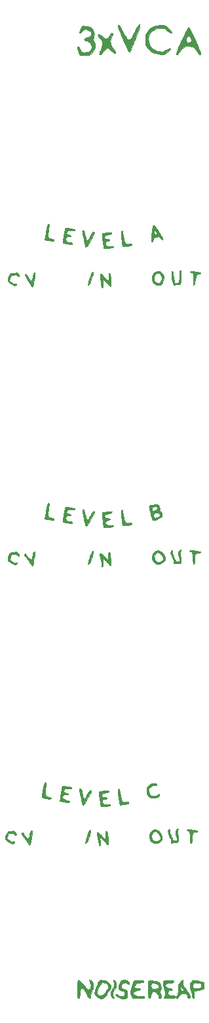
<source format=gbr>
G04 #@! TF.GenerationSoftware,KiCad,Pcbnew,5.1.10-88a1d61d58~88~ubuntu20.04.1*
G04 #@! TF.CreationDate,2021-04-30T11:23:36-07:00*
G04 #@! TF.ProjectId,vca_panel,7663615f-7061-46e6-956c-2e6b69636164,rev?*
G04 #@! TF.SameCoordinates,Original*
G04 #@! TF.FileFunction,Legend,Top*
G04 #@! TF.FilePolarity,Positive*
%FSLAX46Y46*%
G04 Gerber Fmt 4.6, Leading zero omitted, Abs format (unit mm)*
G04 Created by KiCad (PCBNEW 5.1.10-88a1d61d58~88~ubuntu20.04.1) date 2021-04-30 11:23:36*
%MOMM*%
%LPD*%
G01*
G04 APERTURE LIST*
%ADD10C,0.010000*%
G04 APERTURE END LIST*
D10*
G36*
X19135109Y117554858D02*
G01*
X19164377Y117483657D01*
X19164667Y117472566D01*
X19148020Y117342892D01*
X19101050Y117150565D01*
X19028206Y116910131D01*
X18933942Y116636130D01*
X18822710Y116343108D01*
X18806507Y116302565D01*
X18697314Y116033732D01*
X18578328Y115745470D01*
X18454064Y115448262D01*
X18329041Y115152594D01*
X18207775Y114868950D01*
X18094784Y114607815D01*
X17994584Y114379674D01*
X17911693Y114195010D01*
X17850628Y114064309D01*
X17815906Y113998056D01*
X17811118Y113992191D01*
X17759457Y114001185D01*
X17735151Y114023716D01*
X17694606Y114091821D01*
X17625998Y114226786D01*
X17534265Y114417502D01*
X17424349Y114652859D01*
X17301189Y114921748D01*
X17169724Y115213060D01*
X17034897Y115515687D01*
X16901645Y115818518D01*
X16774911Y116110445D01*
X16659633Y116380358D01*
X16560751Y116617149D01*
X16483207Y116809708D01*
X16431939Y116946926D01*
X16422308Y116976000D01*
X16357508Y117187450D01*
X16318589Y117332542D01*
X16303775Y117424939D01*
X16311289Y117478303D01*
X16339354Y117506299D01*
X16352581Y117512207D01*
X16402025Y117514183D01*
X16458982Y117479229D01*
X16528137Y117400419D01*
X16614176Y117270827D01*
X16721784Y117083525D01*
X16855646Y116831588D01*
X16987318Y116573833D01*
X17127342Y116298475D01*
X17237345Y116088629D01*
X17324368Y115933680D01*
X17395449Y115823016D01*
X17457627Y115746023D01*
X17517941Y115692087D01*
X17583431Y115650594D01*
X17608451Y115637268D01*
X17751164Y115597056D01*
X17889706Y115628986D01*
X18027031Y115735746D01*
X18166094Y115920025D01*
X18309850Y116184511D01*
X18381157Y116340216D01*
X18498607Y116599702D01*
X18620492Y116853151D01*
X18738950Y117085517D01*
X18846119Y117281752D01*
X18934138Y117426810D01*
X18984293Y117494583D01*
X19069530Y117559178D01*
X19135109Y117554858D01*
G37*
X19135109Y117554858D02*
X19164377Y117483657D01*
X19164667Y117472566D01*
X19148020Y117342892D01*
X19101050Y117150565D01*
X19028206Y116910131D01*
X18933942Y116636130D01*
X18822710Y116343108D01*
X18806507Y116302565D01*
X18697314Y116033732D01*
X18578328Y115745470D01*
X18454064Y115448262D01*
X18329041Y115152594D01*
X18207775Y114868950D01*
X18094784Y114607815D01*
X17994584Y114379674D01*
X17911693Y114195010D01*
X17850628Y114064309D01*
X17815906Y113998056D01*
X17811118Y113992191D01*
X17759457Y114001185D01*
X17735151Y114023716D01*
X17694606Y114091821D01*
X17625998Y114226786D01*
X17534265Y114417502D01*
X17424349Y114652859D01*
X17301189Y114921748D01*
X17169724Y115213060D01*
X17034897Y115515687D01*
X16901645Y115818518D01*
X16774911Y116110445D01*
X16659633Y116380358D01*
X16560751Y116617149D01*
X16483207Y116809708D01*
X16431939Y116946926D01*
X16422308Y116976000D01*
X16357508Y117187450D01*
X16318589Y117332542D01*
X16303775Y117424939D01*
X16311289Y117478303D01*
X16339354Y117506299D01*
X16352581Y117512207D01*
X16402025Y117514183D01*
X16458982Y117479229D01*
X16528137Y117400419D01*
X16614176Y117270827D01*
X16721784Y117083525D01*
X16855646Y116831588D01*
X16987318Y116573833D01*
X17127342Y116298475D01*
X17237345Y116088629D01*
X17324368Y115933680D01*
X17395449Y115823016D01*
X17457627Y115746023D01*
X17517941Y115692087D01*
X17583431Y115650594D01*
X17608451Y115637268D01*
X17751164Y115597056D01*
X17889706Y115628986D01*
X18027031Y115735746D01*
X18166094Y115920025D01*
X18309850Y116184511D01*
X18381157Y116340216D01*
X18498607Y116599702D01*
X18620492Y116853151D01*
X18738950Y117085517D01*
X18846119Y117281752D01*
X18934138Y117426810D01*
X18984293Y117494583D01*
X19069530Y117559178D01*
X19135109Y117554858D01*
G36*
X22083733Y117459205D02*
G01*
X22544102Y117430074D01*
X22797838Y117171287D01*
X22971233Y116984131D01*
X23113377Y116810381D01*
X23214908Y116662815D01*
X23266461Y116554210D01*
X23271000Y116525593D01*
X23241269Y116477208D01*
X23159382Y116479929D01*
X23036292Y116528422D01*
X22882956Y116617356D01*
X22710329Y116741397D01*
X22549694Y116876684D01*
X22449720Y116960968D01*
X22361347Y117012370D01*
X22255155Y117041975D01*
X22101724Y117060868D01*
X22048406Y117065568D01*
X21662148Y117071553D01*
X21326568Y117016370D01*
X21030131Y116896280D01*
X20761300Y116707541D01*
X20663427Y116616489D01*
X20456586Y116362286D01*
X20323394Y116079727D01*
X20259192Y115757079D01*
X20251506Y115579000D01*
X20283279Y115234642D01*
X20381907Y114935331D01*
X20552355Y114668338D01*
X20648714Y114560555D01*
X20876976Y114365818D01*
X21136008Y114225415D01*
X21443209Y114131534D01*
X21699452Y114088919D01*
X22080400Y114042015D01*
X22508397Y114260174D01*
X22737707Y114372744D01*
X22903311Y114442684D01*
X23013492Y114471928D01*
X23076534Y114462408D01*
X23100720Y114416056D01*
X23101667Y114398593D01*
X23066181Y114314877D01*
X22959060Y114193936D01*
X22779304Y114034787D01*
X22545400Y113851120D01*
X22444149Y113777164D01*
X22356998Y113725773D01*
X22267016Y113694576D01*
X22157272Y113681202D01*
X22010836Y113683283D01*
X21810777Y113698446D01*
X21598833Y113718589D01*
X21170968Y113794954D01*
X20798474Y113935285D01*
X20480940Y114139859D01*
X20217954Y114408950D01*
X20009105Y114742834D01*
X19982296Y114798791D01*
X19924325Y114938798D01*
X19886790Y115074622D01*
X19864134Y115234711D01*
X19850799Y115447512D01*
X19849549Y115478265D01*
X19856377Y115864428D01*
X19913526Y116194713D01*
X20026805Y116485266D01*
X20202020Y116752230D01*
X20377988Y116947099D01*
X20647888Y117167604D01*
X20955781Y117326196D01*
X21308894Y117425044D01*
X21714456Y117466318D01*
X22083733Y117459205D01*
G37*
X22083733Y117459205D02*
X22544102Y117430074D01*
X22797838Y117171287D01*
X22971233Y116984131D01*
X23113377Y116810381D01*
X23214908Y116662815D01*
X23266461Y116554210D01*
X23271000Y116525593D01*
X23241269Y116477208D01*
X23159382Y116479929D01*
X23036292Y116528422D01*
X22882956Y116617356D01*
X22710329Y116741397D01*
X22549694Y116876684D01*
X22449720Y116960968D01*
X22361347Y117012370D01*
X22255155Y117041975D01*
X22101724Y117060868D01*
X22048406Y117065568D01*
X21662148Y117071553D01*
X21326568Y117016370D01*
X21030131Y116896280D01*
X20761300Y116707541D01*
X20663427Y116616489D01*
X20456586Y116362286D01*
X20323394Y116079727D01*
X20259192Y115757079D01*
X20251506Y115579000D01*
X20283279Y115234642D01*
X20381907Y114935331D01*
X20552355Y114668338D01*
X20648714Y114560555D01*
X20876976Y114365818D01*
X21136008Y114225415D01*
X21443209Y114131534D01*
X21699452Y114088919D01*
X22080400Y114042015D01*
X22508397Y114260174D01*
X22737707Y114372744D01*
X22903311Y114442684D01*
X23013492Y114471928D01*
X23076534Y114462408D01*
X23100720Y114416056D01*
X23101667Y114398593D01*
X23066181Y114314877D01*
X22959060Y114193936D01*
X22779304Y114034787D01*
X22545400Y113851120D01*
X22444149Y113777164D01*
X22356998Y113725773D01*
X22267016Y113694576D01*
X22157272Y113681202D01*
X22010836Y113683283D01*
X21810777Y113698446D01*
X21598833Y113718589D01*
X21170968Y113794954D01*
X20798474Y113935285D01*
X20480940Y114139859D01*
X20217954Y114408950D01*
X20009105Y114742834D01*
X19982296Y114798791D01*
X19924325Y114938798D01*
X19886790Y115074622D01*
X19864134Y115234711D01*
X19850799Y115447512D01*
X19849549Y115478265D01*
X19856377Y115864428D01*
X19913526Y116194713D01*
X20026805Y116485266D01*
X20202020Y116752230D01*
X20377988Y116947099D01*
X20647888Y117167604D01*
X20955781Y117326196D01*
X21308894Y117425044D01*
X21714456Y117466318D01*
X22083733Y117459205D01*
G36*
X25484246Y117171790D02*
G01*
X25546972Y117067256D01*
X25634643Y116905128D01*
X25742559Y116695304D01*
X25866019Y116447679D01*
X26000320Y116172150D01*
X26140762Y115878614D01*
X26282644Y115576967D01*
X26421265Y115277105D01*
X26551924Y114988925D01*
X26669919Y114722323D01*
X26770549Y114487197D01*
X26849113Y114293442D01*
X26894269Y114170920D01*
X26962612Y113941981D01*
X26992658Y113772310D01*
X26983990Y113667133D01*
X26937219Y113631667D01*
X26865808Y113666179D01*
X26769585Y113758070D01*
X26663318Y113889872D01*
X26561774Y114044120D01*
X26512140Y114134457D01*
X26344278Y114381193D01*
X26124410Y114576959D01*
X25867858Y114714688D01*
X25589946Y114787311D01*
X25305997Y114787761D01*
X25161730Y114757326D01*
X24848895Y114628125D01*
X24596606Y114439861D01*
X24404403Y114192179D01*
X24386658Y114160833D01*
X24270612Y113968763D01*
X24155379Y113812505D01*
X24049089Y113699040D01*
X23959873Y113635345D01*
X23895860Y113628401D01*
X23865181Y113685188D01*
X23863667Y113711874D01*
X23883071Y113840249D01*
X23939016Y114033943D01*
X24028101Y114283624D01*
X24146922Y114579957D01*
X24292079Y114913611D01*
X24340632Y115020416D01*
X24484408Y115329777D01*
X24614751Y115604151D01*
X25099977Y115604151D01*
X25113472Y115438520D01*
X25195242Y115301909D01*
X25335664Y115214310D01*
X25499709Y115207716D01*
X25616401Y115246169D01*
X25723101Y115336655D01*
X25775411Y115473808D01*
X25772744Y115638921D01*
X25714515Y115813289D01*
X25637957Y115933934D01*
X25525091Y116025029D01*
X25402162Y116033842D01*
X25281015Y115959872D01*
X25270866Y115949417D01*
X25153139Y115780419D01*
X25099977Y115604151D01*
X24614751Y115604151D01*
X24633626Y115643882D01*
X24783541Y115953383D01*
X24929408Y116248928D01*
X25066483Y116521169D01*
X25190021Y116760755D01*
X25295278Y116958337D01*
X25377508Y117104565D01*
X25431968Y117190089D01*
X25451167Y117208833D01*
X25484246Y117171790D01*
G37*
X25484246Y117171790D02*
X25546972Y117067256D01*
X25634643Y116905128D01*
X25742559Y116695304D01*
X25866019Y116447679D01*
X26000320Y116172150D01*
X26140762Y115878614D01*
X26282644Y115576967D01*
X26421265Y115277105D01*
X26551924Y114988925D01*
X26669919Y114722323D01*
X26770549Y114487197D01*
X26849113Y114293442D01*
X26894269Y114170920D01*
X26962612Y113941981D01*
X26992658Y113772310D01*
X26983990Y113667133D01*
X26937219Y113631667D01*
X26865808Y113666179D01*
X26769585Y113758070D01*
X26663318Y113889872D01*
X26561774Y114044120D01*
X26512140Y114134457D01*
X26344278Y114381193D01*
X26124410Y114576959D01*
X25867858Y114714688D01*
X25589946Y114787311D01*
X25305997Y114787761D01*
X25161730Y114757326D01*
X24848895Y114628125D01*
X24596606Y114439861D01*
X24404403Y114192179D01*
X24386658Y114160833D01*
X24270612Y113968763D01*
X24155379Y113812505D01*
X24049089Y113699040D01*
X23959873Y113635345D01*
X23895860Y113628401D01*
X23865181Y113685188D01*
X23863667Y113711874D01*
X23883071Y113840249D01*
X23939016Y114033943D01*
X24028101Y114283624D01*
X24146922Y114579957D01*
X24292079Y114913611D01*
X24340632Y115020416D01*
X24484408Y115329777D01*
X24614751Y115604151D01*
X25099977Y115604151D01*
X25113472Y115438520D01*
X25195242Y115301909D01*
X25335664Y115214310D01*
X25499709Y115207716D01*
X25616401Y115246169D01*
X25723101Y115336655D01*
X25775411Y115473808D01*
X25772744Y115638921D01*
X25714515Y115813289D01*
X25637957Y115933934D01*
X25525091Y116025029D01*
X25402162Y116033842D01*
X25281015Y115959872D01*
X25270866Y115949417D01*
X25153139Y115780419D01*
X25099977Y115604151D01*
X24614751Y115604151D01*
X24633626Y115643882D01*
X24783541Y115953383D01*
X24929408Y116248928D01*
X25066483Y116521169D01*
X25190021Y116760755D01*
X25295278Y116958337D01*
X25377508Y117104565D01*
X25431968Y117190089D01*
X25451167Y117208833D01*
X25484246Y117171790D01*
G36*
X15649666Y116411523D02*
G01*
X15647450Y116301452D01*
X15595807Y116129475D01*
X15493999Y115906027D01*
X15372984Y115606616D01*
X15328691Y115321958D01*
X15362371Y115043403D01*
X15475278Y114762299D01*
X15668663Y114469993D01*
X15709225Y114419064D01*
X15856619Y114226109D01*
X15963659Y114060832D01*
X16022722Y113935783D01*
X16032000Y113887769D01*
X15998182Y113850703D01*
X15915158Y113846829D01*
X15810571Y113873808D01*
X15734503Y113912953D01*
X15652376Y113976684D01*
X15534735Y114078891D01*
X15406031Y114198275D01*
X15397000Y114206956D01*
X15198466Y114378783D01*
X15029682Y114475165D01*
X14879783Y114494915D01*
X14737902Y114436845D01*
X14593175Y114299769D01*
X14448457Y114103285D01*
X14301812Y113899832D01*
X14170653Y113750728D01*
X14060756Y113659852D01*
X13977900Y113631088D01*
X13927862Y113668315D01*
X13915333Y113745184D01*
X13933564Y113830723D01*
X13982632Y113969007D01*
X14054095Y114137775D01*
X14105918Y114247894D01*
X14243712Y114569373D01*
X14316966Y114849357D01*
X14325093Y115101832D01*
X14267506Y115340785D01*
X14143619Y115580204D01*
X14044126Y115720919D01*
X13904502Y115908765D01*
X13813421Y116046474D01*
X13763205Y116147217D01*
X13746177Y116224164D01*
X13746000Y116232384D01*
X13773775Y116292667D01*
X13850866Y116296326D01*
X13967924Y116247784D01*
X14115600Y116151464D01*
X14284544Y116011789D01*
X14357900Y115942909D01*
X14537210Y115792545D01*
X14691986Y115720339D01*
X14831648Y115726887D01*
X14965615Y115812787D01*
X15103309Y115978636D01*
X15111593Y115990698D01*
X15274121Y116208407D01*
X15414685Y116358127D01*
X15527792Y116441076D01*
X15607950Y116458469D01*
X15649666Y116411523D01*
G37*
X15649666Y116411523D02*
X15647450Y116301452D01*
X15595807Y116129475D01*
X15493999Y115906027D01*
X15372984Y115606616D01*
X15328691Y115321958D01*
X15362371Y115043403D01*
X15475278Y114762299D01*
X15668663Y114469993D01*
X15709225Y114419064D01*
X15856619Y114226109D01*
X15963659Y114060832D01*
X16022722Y113935783D01*
X16032000Y113887769D01*
X15998182Y113850703D01*
X15915158Y113846829D01*
X15810571Y113873808D01*
X15734503Y113912953D01*
X15652376Y113976684D01*
X15534735Y114078891D01*
X15406031Y114198275D01*
X15397000Y114206956D01*
X15198466Y114378783D01*
X15029682Y114475165D01*
X14879783Y114494915D01*
X14737902Y114436845D01*
X14593175Y114299769D01*
X14448457Y114103285D01*
X14301812Y113899832D01*
X14170653Y113750728D01*
X14060756Y113659852D01*
X13977900Y113631088D01*
X13927862Y113668315D01*
X13915333Y113745184D01*
X13933564Y113830723D01*
X13982632Y113969007D01*
X14054095Y114137775D01*
X14105918Y114247894D01*
X14243712Y114569373D01*
X14316966Y114849357D01*
X14325093Y115101832D01*
X14267506Y115340785D01*
X14143619Y115580204D01*
X14044126Y115720919D01*
X13904502Y115908765D01*
X13813421Y116046474D01*
X13763205Y116147217D01*
X13746177Y116224164D01*
X13746000Y116232384D01*
X13773775Y116292667D01*
X13850866Y116296326D01*
X13967924Y116247784D01*
X14115600Y116151464D01*
X14284544Y116011789D01*
X14357900Y115942909D01*
X14537210Y115792545D01*
X14691986Y115720339D01*
X14831648Y115726887D01*
X14965615Y115812787D01*
X15103309Y115978636D01*
X15111593Y115990698D01*
X15274121Y116208407D01*
X15414685Y116358127D01*
X15527792Y116441076D01*
X15607950Y116458469D01*
X15649666Y116411523D01*
G36*
X12116167Y117330970D02*
G01*
X12435581Y117288882D01*
X12687046Y117217912D01*
X12884389Y117111099D01*
X13041439Y116961486D01*
X13142587Y116814484D01*
X13234462Y116581035D01*
X13263269Y116319031D01*
X13228624Y116056825D01*
X13155367Y115866724D01*
X13087304Y115683023D01*
X13089357Y115506462D01*
X13163794Y115319981D01*
X13244658Y115195527D01*
X13376355Y115013725D01*
X13333956Y114664075D01*
X13261739Y114328077D01*
X13132955Y114054254D01*
X12945552Y113840001D01*
X12697477Y113682712D01*
X12503722Y113610083D01*
X12404123Y113583467D01*
X12306671Y113566564D01*
X12193154Y113558693D01*
X12045361Y113559174D01*
X11845080Y113567327D01*
X11648519Y113578120D01*
X11542712Y113583836D01*
X11466441Y113594879D01*
X11409762Y113623595D01*
X11362727Y113682327D01*
X11315393Y113783421D01*
X11257811Y113939220D01*
X11181579Y114157665D01*
X11110311Y114395193D01*
X11083434Y114563497D01*
X11095853Y114662047D01*
X11142472Y114690320D01*
X11218195Y114647787D01*
X11317927Y114533922D01*
X11436573Y114348199D01*
X11519478Y114192583D01*
X11585164Y114068038D01*
X11639551Y114000745D01*
X11708206Y113971736D01*
X11816696Y113962046D01*
X11831130Y113961391D01*
X12083055Y113954633D01*
X12270608Y113963235D01*
X12413372Y113991592D01*
X12530929Y114044102D01*
X12642861Y114125162D01*
X12672029Y114150200D01*
X12838153Y114342638D01*
X12925569Y114554701D01*
X12932240Y114777965D01*
X12871107Y114974064D01*
X12777840Y115105360D01*
X12633957Y115239334D01*
X12469408Y115352637D01*
X12314144Y115421922D01*
X12288708Y115428075D01*
X12145150Y115474935D01*
X12031969Y115544701D01*
X11972131Y115621811D01*
X11968000Y115645424D01*
X12005694Y115699339D01*
X12106679Y115767354D01*
X12252809Y115840403D01*
X12425939Y115909423D01*
X12607921Y115965352D01*
X12609163Y115965671D01*
X12738211Y116009393D01*
X12812947Y116072444D01*
X12847566Y116176388D01*
X12856264Y116341000D01*
X12817422Y116534156D01*
X12708673Y116700956D01*
X12543401Y116830233D01*
X12334991Y116910824D01*
X12146861Y116932737D01*
X12051997Y116927959D01*
X11974443Y116904160D01*
X11892997Y116848848D01*
X11786460Y116749533D01*
X11717350Y116679667D01*
X11552738Y116525092D01*
X11432043Y116439884D01*
X11356015Y116420573D01*
X11325405Y116463690D01*
X11340964Y116565765D01*
X11403441Y116723329D01*
X11513587Y116932914D01*
X11623249Y117114742D01*
X11777500Y117359316D01*
X12116167Y117330970D01*
G37*
X12116167Y117330970D02*
X12435581Y117288882D01*
X12687046Y117217912D01*
X12884389Y117111099D01*
X13041439Y116961486D01*
X13142587Y116814484D01*
X13234462Y116581035D01*
X13263269Y116319031D01*
X13228624Y116056825D01*
X13155367Y115866724D01*
X13087304Y115683023D01*
X13089357Y115506462D01*
X13163794Y115319981D01*
X13244658Y115195527D01*
X13376355Y115013725D01*
X13333956Y114664075D01*
X13261739Y114328077D01*
X13132955Y114054254D01*
X12945552Y113840001D01*
X12697477Y113682712D01*
X12503722Y113610083D01*
X12404123Y113583467D01*
X12306671Y113566564D01*
X12193154Y113558693D01*
X12045361Y113559174D01*
X11845080Y113567327D01*
X11648519Y113578120D01*
X11542712Y113583836D01*
X11466441Y113594879D01*
X11409762Y113623595D01*
X11362727Y113682327D01*
X11315393Y113783421D01*
X11257811Y113939220D01*
X11181579Y114157665D01*
X11110311Y114395193D01*
X11083434Y114563497D01*
X11095853Y114662047D01*
X11142472Y114690320D01*
X11218195Y114647787D01*
X11317927Y114533922D01*
X11436573Y114348199D01*
X11519478Y114192583D01*
X11585164Y114068038D01*
X11639551Y114000745D01*
X11708206Y113971736D01*
X11816696Y113962046D01*
X11831130Y113961391D01*
X12083055Y113954633D01*
X12270608Y113963235D01*
X12413372Y113991592D01*
X12530929Y114044102D01*
X12642861Y114125162D01*
X12672029Y114150200D01*
X12838153Y114342638D01*
X12925569Y114554701D01*
X12932240Y114777965D01*
X12871107Y114974064D01*
X12777840Y115105360D01*
X12633957Y115239334D01*
X12469408Y115352637D01*
X12314144Y115421922D01*
X12288708Y115428075D01*
X12145150Y115474935D01*
X12031969Y115544701D01*
X11972131Y115621811D01*
X11968000Y115645424D01*
X12005694Y115699339D01*
X12106679Y115767354D01*
X12252809Y115840403D01*
X12425939Y115909423D01*
X12607921Y115965352D01*
X12609163Y115965671D01*
X12738211Y116009393D01*
X12812947Y116072444D01*
X12847566Y116176388D01*
X12856264Y116341000D01*
X12817422Y116534156D01*
X12708673Y116700956D01*
X12543401Y116830233D01*
X12334991Y116910824D01*
X12146861Y116932737D01*
X12051997Y116927959D01*
X11974443Y116904160D01*
X11892997Y116848848D01*
X11786460Y116749533D01*
X11717350Y116679667D01*
X11552738Y116525092D01*
X11432043Y116439884D01*
X11356015Y116420573D01*
X11325405Y116463690D01*
X11340964Y116565765D01*
X11403441Y116723329D01*
X11513587Y116932914D01*
X11623249Y117114742D01*
X11777500Y117359316D01*
X12116167Y117330970D01*
G36*
X7394207Y91782899D02*
G01*
X7421369Y91755180D01*
X7425669Y91684385D01*
X7413274Y91550389D01*
X7412607Y91544250D01*
X7390572Y91373343D01*
X7359054Y91166395D01*
X7327578Y90983333D01*
X7281056Y90665171D01*
X7272474Y90414241D01*
X7302072Y90221967D01*
X7351894Y90107068D01*
X7393553Y90045176D01*
X7441372Y89999301D01*
X7512257Y89961602D01*
X7623114Y89924238D01*
X7790849Y89879368D01*
X7904000Y89851004D01*
X8018362Y89803082D01*
X8064686Y89727503D01*
X8065694Y89721415D01*
X8065462Y89663744D01*
X8028264Y89638018D01*
X7933144Y89633473D01*
X7896361Y89634432D01*
X7754018Y89642054D01*
X7629957Y89653739D01*
X7607667Y89656865D01*
X7514384Y89673803D01*
X7368797Y89702641D01*
X7201346Y89737338D01*
X7190522Y89739632D01*
X6879210Y89805731D01*
X6906984Y90045282D01*
X6934598Y90249346D01*
X6975029Y90505431D01*
X7023476Y90786698D01*
X7075136Y91066304D01*
X7125208Y91317410D01*
X7168892Y91513173D01*
X7171332Y91523083D01*
X7211023Y91668056D01*
X7246774Y91748181D01*
X7290166Y91781840D01*
X7338016Y91787667D01*
X7394207Y91782899D01*
G37*
X7394207Y91782899D02*
X7421369Y91755180D01*
X7425669Y91684385D01*
X7413274Y91550389D01*
X7412607Y91544250D01*
X7390572Y91373343D01*
X7359054Y91166395D01*
X7327578Y90983333D01*
X7281056Y90665171D01*
X7272474Y90414241D01*
X7302072Y90221967D01*
X7351894Y90107068D01*
X7393553Y90045176D01*
X7441372Y89999301D01*
X7512257Y89961602D01*
X7623114Y89924238D01*
X7790849Y89879368D01*
X7904000Y89851004D01*
X8018362Y89803082D01*
X8064686Y89727503D01*
X8065694Y89721415D01*
X8065462Y89663744D01*
X8028264Y89638018D01*
X7933144Y89633473D01*
X7896361Y89634432D01*
X7754018Y89642054D01*
X7629957Y89653739D01*
X7607667Y89656865D01*
X7514384Y89673803D01*
X7368797Y89702641D01*
X7201346Y89737338D01*
X7190522Y89739632D01*
X6879210Y89805731D01*
X6906984Y90045282D01*
X6934598Y90249346D01*
X6975029Y90505431D01*
X7023476Y90786698D01*
X7075136Y91066304D01*
X7125208Y91317410D01*
X7168892Y91513173D01*
X7171332Y91523083D01*
X7211023Y91668056D01*
X7246774Y91748181D01*
X7290166Y91781840D01*
X7338016Y91787667D01*
X7394207Y91782899D01*
G36*
X21003570Y91618974D02*
G01*
X21057541Y91565417D01*
X21134808Y91471363D01*
X21240958Y91328658D01*
X21367622Y91149967D01*
X21506435Y90947956D01*
X21649029Y90735292D01*
X21787037Y90524640D01*
X21912092Y90328667D01*
X22015827Y90160038D01*
X22089877Y90031419D01*
X22125872Y89955478D01*
X22128000Y89944924D01*
X22105980Y89847405D01*
X22044900Y89819608D01*
X21952227Y89860523D01*
X21835428Y89969135D01*
X21820144Y89986671D01*
X21720317Y90096051D01*
X21641418Y90153748D01*
X21553738Y90175934D01*
X21466853Y90179000D01*
X21295886Y90156607D01*
X21125192Y90097920D01*
X20983409Y90015675D01*
X20901749Y89927645D01*
X20866528Y89818869D01*
X20858000Y89740746D01*
X20847810Y89630481D01*
X20832304Y89568629D01*
X20774422Y89512270D01*
X20691598Y89508405D01*
X20624641Y89556191D01*
X20616266Y89573097D01*
X20611957Y89637059D01*
X20616830Y89770706D01*
X20629555Y89959710D01*
X20648805Y90189745D01*
X20673251Y90446483D01*
X20701567Y90715596D01*
X20703421Y90731650D01*
X20986565Y90731650D01*
X21000131Y90597842D01*
X21030180Y90512347D01*
X21102881Y90446888D01*
X21188930Y90441046D01*
X21272544Y90467309D01*
X21308649Y90537992D01*
X21315324Y90585839D01*
X21302013Y90696718D01*
X21252259Y90807403D01*
X21181776Y90897574D01*
X21106280Y90946912D01*
X21043716Y90937030D01*
X21001475Y90856667D01*
X20986565Y90731650D01*
X20703421Y90731650D01*
X20732422Y90982759D01*
X20764491Y91233642D01*
X20781326Y91353750D01*
X20817028Y91536649D01*
X20862406Y91639088D01*
X20922805Y91665164D01*
X21003570Y91618974D01*
G37*
X21003570Y91618974D02*
X21057541Y91565417D01*
X21134808Y91471363D01*
X21240958Y91328658D01*
X21367622Y91149967D01*
X21506435Y90947956D01*
X21649029Y90735292D01*
X21787037Y90524640D01*
X21912092Y90328667D01*
X22015827Y90160038D01*
X22089877Y90031419D01*
X22125872Y89955478D01*
X22128000Y89944924D01*
X22105980Y89847405D01*
X22044900Y89819608D01*
X21952227Y89860523D01*
X21835428Y89969135D01*
X21820144Y89986671D01*
X21720317Y90096051D01*
X21641418Y90153748D01*
X21553738Y90175934D01*
X21466853Y90179000D01*
X21295886Y90156607D01*
X21125192Y90097920D01*
X20983409Y90015675D01*
X20901749Y89927645D01*
X20866528Y89818869D01*
X20858000Y89740746D01*
X20847810Y89630481D01*
X20832304Y89568629D01*
X20774422Y89512270D01*
X20691598Y89508405D01*
X20624641Y89556191D01*
X20616266Y89573097D01*
X20611957Y89637059D01*
X20616830Y89770706D01*
X20629555Y89959710D01*
X20648805Y90189745D01*
X20673251Y90446483D01*
X20701567Y90715596D01*
X20703421Y90731650D01*
X20986565Y90731650D01*
X21000131Y90597842D01*
X21030180Y90512347D01*
X21102881Y90446888D01*
X21188930Y90441046D01*
X21272544Y90467309D01*
X21308649Y90537992D01*
X21315324Y90585839D01*
X21302013Y90696718D01*
X21252259Y90807403D01*
X21181776Y90897574D01*
X21106280Y90946912D01*
X21043716Y90937030D01*
X21001475Y90856667D01*
X20986565Y90731650D01*
X20703421Y90731650D01*
X20732422Y90982759D01*
X20764491Y91233642D01*
X20781326Y91353750D01*
X20817028Y91536649D01*
X20862406Y91639088D01*
X20922805Y91665164D01*
X21003570Y91618974D01*
G36*
X9758932Y91303760D02*
G01*
X9931984Y91280017D01*
X10127123Y91246864D01*
X10322968Y91208717D01*
X10498139Y91169991D01*
X10631256Y91135103D01*
X10699289Y91109537D01*
X10731714Y91047607D01*
X10724923Y91004236D01*
X10703426Y90971354D01*
X10659121Y90952643D01*
X10575665Y90946520D01*
X10436718Y90951404D01*
X10283744Y90961517D01*
X10088591Y90973685D01*
X9957951Y90975388D01*
X9872099Y90964668D01*
X9811309Y90939565D01*
X9770865Y90910579D01*
X9692334Y90800876D01*
X9673139Y90667990D01*
X9717776Y90547059D01*
X9723429Y90539923D01*
X9790516Y90495316D01*
X9910932Y90444080D01*
X10025054Y90407214D01*
X10172025Y90359209D01*
X10250182Y90313796D01*
X10274582Y90261982D01*
X10274667Y90258088D01*
X10265020Y90216179D01*
X10224135Y90192249D01*
X10134092Y90181468D01*
X9981406Y90179000D01*
X9822326Y90175917D01*
X9722918Y90161807D01*
X9658268Y90129376D01*
X9603465Y90071329D01*
X9600406Y90067458D01*
X9522307Y89918113D01*
X9524044Y89778847D01*
X9600844Y89656637D01*
X9747932Y89558462D01*
X9960536Y89491300D01*
X9999500Y89484038D01*
X10218648Y89438273D01*
X10360348Y89387826D01*
X10431804Y89329498D01*
X10444000Y89286717D01*
X10432884Y89238965D01*
X10386034Y89215326D01*
X10283191Y89208746D01*
X10221750Y89209311D01*
X10059435Y89220245D01*
X9862023Y89244642D01*
X9703167Y89271495D01*
X9495993Y89312133D01*
X9357668Y89342858D01*
X9274358Y89371964D01*
X9232225Y89407746D01*
X9217435Y89458501D01*
X9216151Y89532523D01*
X9216333Y89563379D01*
X9223897Y89672012D01*
X9244525Y89844555D01*
X9275124Y90061808D01*
X9312600Y90304569D01*
X9353859Y90553638D01*
X9395808Y90789815D01*
X9435353Y90993899D01*
X9469401Y91146689D01*
X9474842Y91167772D01*
X9518365Y91331044D01*
X9758932Y91303760D01*
G37*
X9758932Y91303760D02*
X9931984Y91280017D01*
X10127123Y91246864D01*
X10322968Y91208717D01*
X10498139Y91169991D01*
X10631256Y91135103D01*
X10699289Y91109537D01*
X10731714Y91047607D01*
X10724923Y91004236D01*
X10703426Y90971354D01*
X10659121Y90952643D01*
X10575665Y90946520D01*
X10436718Y90951404D01*
X10283744Y90961517D01*
X10088591Y90973685D01*
X9957951Y90975388D01*
X9872099Y90964668D01*
X9811309Y90939565D01*
X9770865Y90910579D01*
X9692334Y90800876D01*
X9673139Y90667990D01*
X9717776Y90547059D01*
X9723429Y90539923D01*
X9790516Y90495316D01*
X9910932Y90444080D01*
X10025054Y90407214D01*
X10172025Y90359209D01*
X10250182Y90313796D01*
X10274582Y90261982D01*
X10274667Y90258088D01*
X10265020Y90216179D01*
X10224135Y90192249D01*
X10134092Y90181468D01*
X9981406Y90179000D01*
X9822326Y90175917D01*
X9722918Y90161807D01*
X9658268Y90129376D01*
X9603465Y90071329D01*
X9600406Y90067458D01*
X9522307Y89918113D01*
X9524044Y89778847D01*
X9600844Y89656637D01*
X9747932Y89558462D01*
X9960536Y89491300D01*
X9999500Y89484038D01*
X10218648Y89438273D01*
X10360348Y89387826D01*
X10431804Y89329498D01*
X10444000Y89286717D01*
X10432884Y89238965D01*
X10386034Y89215326D01*
X10283191Y89208746D01*
X10221750Y89209311D01*
X10059435Y89220245D01*
X9862023Y89244642D01*
X9703167Y89271495D01*
X9495993Y89312133D01*
X9357668Y89342858D01*
X9274358Y89371964D01*
X9232225Y89407746D01*
X9217435Y89458501D01*
X9216151Y89532523D01*
X9216333Y89563379D01*
X9223897Y89672012D01*
X9244525Y89844555D01*
X9275124Y90061808D01*
X9312600Y90304569D01*
X9353859Y90553638D01*
X9395808Y90789815D01*
X9435353Y90993899D01*
X9469401Y91146689D01*
X9474842Y91167772D01*
X9518365Y91331044D01*
X9758932Y91303760D01*
G36*
X16866429Y90914471D02*
G01*
X16891747Y90863493D01*
X16916439Y90769514D01*
X16943743Y90621285D01*
X16976895Y90407557D01*
X17002597Y90231746D01*
X17052491Y89925758D01*
X17104747Y89691906D01*
X17163476Y89517677D01*
X17232791Y89390556D01*
X17306339Y89307240D01*
X17364151Y89269366D01*
X17447031Y89247948D01*
X17575255Y89240016D01*
X17751074Y89242085D01*
X17925675Y89245951D01*
X18031700Y89243056D01*
X18085199Y89229374D01*
X18102217Y89200878D01*
X18098982Y89154798D01*
X18080270Y89099673D01*
X18030354Y89061882D01*
X17929991Y89031652D01*
X17810000Y89008058D01*
X17608436Y88975597D01*
X17383801Y88944935D01*
X17249647Y88929547D01*
X17098215Y88915616D01*
X17009380Y88916273D01*
X16961545Y88937193D01*
X16933111Y88984057D01*
X16920530Y89016069D01*
X16894895Y89114840D01*
X16864851Y89279451D01*
X16832639Y89491334D01*
X16800499Y89731924D01*
X16770671Y89982653D01*
X16745396Y90224957D01*
X16726915Y90440268D01*
X16717467Y90610020D01*
X16717697Y90696975D01*
X16733340Y90837767D01*
X16763466Y90911146D01*
X16800966Y90932428D01*
X16837248Y90933700D01*
X16866429Y90914471D01*
G37*
X16866429Y90914471D02*
X16891747Y90863493D01*
X16916439Y90769514D01*
X16943743Y90621285D01*
X16976895Y90407557D01*
X17002597Y90231746D01*
X17052491Y89925758D01*
X17104747Y89691906D01*
X17163476Y89517677D01*
X17232791Y89390556D01*
X17306339Y89307240D01*
X17364151Y89269366D01*
X17447031Y89247948D01*
X17575255Y89240016D01*
X17751074Y89242085D01*
X17925675Y89245951D01*
X18031700Y89243056D01*
X18085199Y89229374D01*
X18102217Y89200878D01*
X18098982Y89154798D01*
X18080270Y89099673D01*
X18030354Y89061882D01*
X17929991Y89031652D01*
X17810000Y89008058D01*
X17608436Y88975597D01*
X17383801Y88944935D01*
X17249647Y88929547D01*
X17098215Y88915616D01*
X17009380Y88916273D01*
X16961545Y88937193D01*
X16933111Y88984057D01*
X16920530Y89016069D01*
X16894895Y89114840D01*
X16864851Y89279451D01*
X16832639Y89491334D01*
X16800499Y89731924D01*
X16770671Y89982653D01*
X16745396Y90224957D01*
X16726915Y90440268D01*
X16717467Y90610020D01*
X16717697Y90696975D01*
X16733340Y90837767D01*
X16763466Y90911146D01*
X16800966Y90932428D01*
X16837248Y90933700D01*
X16866429Y90914471D01*
G36*
X11862293Y90980241D02*
G01*
X11897355Y90963261D01*
X11927840Y90920840D01*
X11958198Y90841422D01*
X11992881Y90713455D01*
X12036340Y90525383D01*
X12090900Y90275474D01*
X12145105Y90041490D01*
X12192595Y89879809D01*
X12238558Y89778909D01*
X12288179Y89727266D01*
X12343928Y89713333D01*
X12395973Y89722356D01*
X12448414Y89756462D01*
X12509422Y89826206D01*
X12587167Y89942142D01*
X12689822Y90114827D01*
X12786334Y90284833D01*
X12884686Y90459004D01*
X12970407Y90609198D01*
X13033518Y90718033D01*
X13062312Y90765614D01*
X13127379Y90801987D01*
X13208936Y90786197D01*
X13269522Y90731330D01*
X13280333Y90689437D01*
X13260476Y90632509D01*
X13205582Y90515151D01*
X13122664Y90350418D01*
X13018738Y90151366D01*
X12900817Y89931050D01*
X12775916Y89702525D01*
X12651049Y89478846D01*
X12533230Y89273069D01*
X12429475Y89098249D01*
X12397699Y89046659D01*
X12304680Y88928834D01*
X12215281Y88869538D01*
X12143281Y88876126D01*
X12122053Y88899476D01*
X12107053Y88949818D01*
X12078118Y89068912D01*
X12038490Y89242607D01*
X11991412Y89456751D01*
X11949885Y89650893D01*
X11896760Y89901013D01*
X11846539Y90135230D01*
X11803135Y90335469D01*
X11770458Y90483652D01*
X11755998Y90546996D01*
X11728683Y90693744D01*
X11714543Y90830879D01*
X11714000Y90853913D01*
X11724988Y90945885D01*
X11771614Y90980005D01*
X11818201Y90983333D01*
X11862293Y90980241D01*
G37*
X11862293Y90980241D02*
X11897355Y90963261D01*
X11927840Y90920840D01*
X11958198Y90841422D01*
X11992881Y90713455D01*
X12036340Y90525383D01*
X12090900Y90275474D01*
X12145105Y90041490D01*
X12192595Y89879809D01*
X12238558Y89778909D01*
X12288179Y89727266D01*
X12343928Y89713333D01*
X12395973Y89722356D01*
X12448414Y89756462D01*
X12509422Y89826206D01*
X12587167Y89942142D01*
X12689822Y90114827D01*
X12786334Y90284833D01*
X12884686Y90459004D01*
X12970407Y90609198D01*
X13033518Y90718033D01*
X13062312Y90765614D01*
X13127379Y90801987D01*
X13208936Y90786197D01*
X13269522Y90731330D01*
X13280333Y90689437D01*
X13260476Y90632509D01*
X13205582Y90515151D01*
X13122664Y90350418D01*
X13018738Y90151366D01*
X12900817Y89931050D01*
X12775916Y89702525D01*
X12651049Y89478846D01*
X12533230Y89273069D01*
X12429475Y89098249D01*
X12397699Y89046659D01*
X12304680Y88928834D01*
X12215281Y88869538D01*
X12143281Y88876126D01*
X12122053Y88899476D01*
X12107053Y88949818D01*
X12078118Y89068912D01*
X12038490Y89242607D01*
X11991412Y89456751D01*
X11949885Y89650893D01*
X11896760Y89901013D01*
X11846539Y90135230D01*
X11803135Y90335469D01*
X11770458Y90483652D01*
X11755998Y90546996D01*
X11728683Y90693744D01*
X11714543Y90830879D01*
X11714000Y90853913D01*
X11724988Y90945885D01*
X11771614Y90980005D01*
X11818201Y90983333D01*
X11862293Y90980241D01*
G36*
X15423001Y90718864D02*
G01*
X15496030Y90685051D01*
X15509783Y90662988D01*
X15519247Y90606204D01*
X15489539Y90562616D01*
X15408735Y90526326D01*
X15264914Y90491441D01*
X15102547Y90461623D01*
X14914488Y90425124D01*
X14789091Y90387926D01*
X14704700Y90341672D01*
X14645927Y90285414D01*
X14573486Y90156147D01*
X14578193Y90038199D01*
X14652567Y89940457D01*
X14789124Y89871807D01*
X14980383Y89841135D01*
X15020690Y89840333D01*
X15161180Y89837018D01*
X15236520Y89822783D01*
X15266110Y89791195D01*
X15270000Y89757657D01*
X15240686Y89690091D01*
X15143605Y89640595D01*
X15111250Y89630893D01*
X14990085Y89601840D01*
X14896027Y89587039D01*
X14884978Y89586570D01*
X14787667Y89547814D01*
X14713868Y89447163D01*
X14678488Y89306949D01*
X14677333Y89275461D01*
X14690984Y89159356D01*
X14747285Y89081717D01*
X14814917Y89034463D01*
X14897248Y88992414D01*
X14991118Y88968232D01*
X15119884Y88958608D01*
X15306905Y88960235D01*
X15333500Y88961002D01*
X15514419Y88965229D01*
X15627543Y88962360D01*
X15689660Y88949029D01*
X15717559Y88921868D01*
X15727405Y88882000D01*
X15725505Y88831903D01*
X15690825Y88797849D01*
X15606055Y88770778D01*
X15461936Y88743023D01*
X15243911Y88709698D01*
X15026052Y88684419D01*
X14825288Y88668235D01*
X14658544Y88662197D01*
X14542750Y88667353D01*
X14495613Y88683127D01*
X14476545Y88746784D01*
X14452005Y88876882D01*
X14423729Y89058589D01*
X14393449Y89277074D01*
X14362899Y89517504D01*
X14333814Y89765047D01*
X14307926Y90004872D01*
X14286971Y90222146D01*
X14272681Y90402038D01*
X14266790Y90529715D01*
X14271032Y90590346D01*
X14272413Y90592524D01*
X14324355Y90609408D01*
X14440075Y90631762D01*
X14599084Y90656817D01*
X14780895Y90681801D01*
X14965021Y90703945D01*
X15130974Y90720478D01*
X15258267Y90728630D01*
X15281912Y90729034D01*
X15423001Y90718864D01*
G37*
X15423001Y90718864D02*
X15496030Y90685051D01*
X15509783Y90662988D01*
X15519247Y90606204D01*
X15489539Y90562616D01*
X15408735Y90526326D01*
X15264914Y90491441D01*
X15102547Y90461623D01*
X14914488Y90425124D01*
X14789091Y90387926D01*
X14704700Y90341672D01*
X14645927Y90285414D01*
X14573486Y90156147D01*
X14578193Y90038199D01*
X14652567Y89940457D01*
X14789124Y89871807D01*
X14980383Y89841135D01*
X15020690Y89840333D01*
X15161180Y89837018D01*
X15236520Y89822783D01*
X15266110Y89791195D01*
X15270000Y89757657D01*
X15240686Y89690091D01*
X15143605Y89640595D01*
X15111250Y89630893D01*
X14990085Y89601840D01*
X14896027Y89587039D01*
X14884978Y89586570D01*
X14787667Y89547814D01*
X14713868Y89447163D01*
X14678488Y89306949D01*
X14677333Y89275461D01*
X14690984Y89159356D01*
X14747285Y89081717D01*
X14814917Y89034463D01*
X14897248Y88992414D01*
X14991118Y88968232D01*
X15119884Y88958608D01*
X15306905Y88960235D01*
X15333500Y88961002D01*
X15514419Y88965229D01*
X15627543Y88962360D01*
X15689660Y88949029D01*
X15717559Y88921868D01*
X15727405Y88882000D01*
X15725505Y88831903D01*
X15690825Y88797849D01*
X15606055Y88770778D01*
X15461936Y88743023D01*
X15243911Y88709698D01*
X15026052Y88684419D01*
X14825288Y88668235D01*
X14658544Y88662197D01*
X14542750Y88667353D01*
X14495613Y88683127D01*
X14476545Y88746784D01*
X14452005Y88876882D01*
X14423729Y89058589D01*
X14393449Y89277074D01*
X14362899Y89517504D01*
X14333814Y89765047D01*
X14307926Y90004872D01*
X14286971Y90222146D01*
X14272681Y90402038D01*
X14266790Y90529715D01*
X14271032Y90590346D01*
X14272413Y90592524D01*
X14324355Y90609408D01*
X14440075Y90631762D01*
X14599084Y90656817D01*
X14780895Y90681801D01*
X14965021Y90703945D01*
X15130974Y90720478D01*
X15258267Y90728630D01*
X15281912Y90729034D01*
X15423001Y90718864D01*
G36*
X24417816Y85805886D02*
G01*
X24454079Y85759909D01*
X24477860Y85669282D01*
X24491505Y85522552D01*
X24497358Y85308265D01*
X24498088Y85176807D01*
X24492551Y84975270D01*
X24477084Y84756064D01*
X24454126Y84537697D01*
X24426114Y84338675D01*
X24395484Y84177506D01*
X24364675Y84072698D01*
X24349236Y84046459D01*
X24299184Y84034612D01*
X24183934Y84022221D01*
X24022921Y84011083D01*
X23906949Y84005528D01*
X23488798Y83988732D01*
X23422029Y84213566D01*
X23352868Y84478093D01*
X23298724Y84748536D01*
X23260430Y85011917D01*
X23238816Y85255255D01*
X23234716Y85465573D01*
X23248959Y85629889D01*
X23282380Y85735225D01*
X23322404Y85768114D01*
X23360849Y85768276D01*
X23390312Y85743988D01*
X23413938Y85683261D01*
X23434871Y85574104D01*
X23456255Y85404530D01*
X23481234Y85162549D01*
X23481239Y85162500D01*
X23505084Y84965070D01*
X23537324Y84758038D01*
X23574109Y84560585D01*
X23611588Y84391893D01*
X23645911Y84271144D01*
X23670474Y84219748D01*
X23716950Y84217102D01*
X23822203Y84225512D01*
X23933300Y84239146D01*
X24181167Y84273502D01*
X24229514Y84548668D01*
X24249944Y84707505D01*
X24267035Y84919739D01*
X24278645Y85154112D01*
X24282431Y85321250D01*
X24285409Y85533573D01*
X24291300Y85675305D01*
X24302488Y85760520D01*
X24321358Y85803291D01*
X24350295Y85817692D01*
X24366729Y85818667D01*
X24417816Y85805886D01*
G37*
X24417816Y85805886D02*
X24454079Y85759909D01*
X24477860Y85669282D01*
X24491505Y85522552D01*
X24497358Y85308265D01*
X24498088Y85176807D01*
X24492551Y84975270D01*
X24477084Y84756064D01*
X24454126Y84537697D01*
X24426114Y84338675D01*
X24395484Y84177506D01*
X24364675Y84072698D01*
X24349236Y84046459D01*
X24299184Y84034612D01*
X24183934Y84022221D01*
X24022921Y84011083D01*
X23906949Y84005528D01*
X23488798Y83988732D01*
X23422029Y84213566D01*
X23352868Y84478093D01*
X23298724Y84748536D01*
X23260430Y85011917D01*
X23238816Y85255255D01*
X23234716Y85465573D01*
X23248959Y85629889D01*
X23282380Y85735225D01*
X23322404Y85768114D01*
X23360849Y85768276D01*
X23390312Y85743988D01*
X23413938Y85683261D01*
X23434871Y85574104D01*
X23456255Y85404530D01*
X23481234Y85162549D01*
X23481239Y85162500D01*
X23505084Y84965070D01*
X23537324Y84758038D01*
X23574109Y84560585D01*
X23611588Y84391893D01*
X23645911Y84271144D01*
X23670474Y84219748D01*
X23716950Y84217102D01*
X23822203Y84225512D01*
X23933300Y84239146D01*
X24181167Y84273502D01*
X24229514Y84548668D01*
X24249944Y84707505D01*
X24267035Y84919739D01*
X24278645Y85154112D01*
X24282431Y85321250D01*
X24285409Y85533573D01*
X24291300Y85675305D01*
X24302488Y85760520D01*
X24321358Y85803291D01*
X24350295Y85817692D01*
X24366729Y85818667D01*
X24417816Y85805886D01*
G36*
X25971944Y85725898D02*
G01*
X26151500Y85705037D01*
X26355917Y85675336D01*
X26559693Y85640889D01*
X26737330Y85605786D01*
X26863325Y85574118D01*
X26885714Y85566487D01*
X26967362Y85515684D01*
X26972428Y85462784D01*
X26908171Y85417485D01*
X26781849Y85389488D01*
X26751331Y85386919D01*
X26622259Y85370127D01*
X26543581Y85329134D01*
X26481226Y85245568D01*
X26477541Y85239283D01*
X26439767Y85147493D01*
X26392524Y84992800D01*
X26341442Y84795606D01*
X26292149Y84576318D01*
X26284929Y84541160D01*
X26236099Y84308687D01*
X26197067Y84147232D01*
X26163638Y84044312D01*
X26131618Y83987442D01*
X26096810Y83964139D01*
X26090514Y83962656D01*
X26051812Y83960912D01*
X26030181Y83984547D01*
X26023143Y84049456D01*
X26028219Y84171534D01*
X26037764Y84300945D01*
X26055300Y84524084D01*
X26074744Y84768836D01*
X26091838Y84981613D01*
X26099070Y85205779D01*
X26074339Y85362162D01*
X26011765Y85463528D01*
X25905470Y85522643D01*
X25834573Y85540256D01*
X25726629Y85574516D01*
X25685756Y85630479D01*
X25684000Y85651252D01*
X25699978Y85706898D01*
X25762621Y85730378D01*
X25842750Y85733830D01*
X25971944Y85725898D01*
G37*
X25971944Y85725898D02*
X26151500Y85705037D01*
X26355917Y85675336D01*
X26559693Y85640889D01*
X26737330Y85605786D01*
X26863325Y85574118D01*
X26885714Y85566487D01*
X26967362Y85515684D01*
X26972428Y85462784D01*
X26908171Y85417485D01*
X26781849Y85389488D01*
X26751331Y85386919D01*
X26622259Y85370127D01*
X26543581Y85329134D01*
X26481226Y85245568D01*
X26477541Y85239283D01*
X26439767Y85147493D01*
X26392524Y84992800D01*
X26341442Y84795606D01*
X26292149Y84576318D01*
X26284929Y84541160D01*
X26236099Y84308687D01*
X26197067Y84147232D01*
X26163638Y84044312D01*
X26131618Y83987442D01*
X26096810Y83964139D01*
X26090514Y83962656D01*
X26051812Y83960912D01*
X26030181Y83984547D01*
X26023143Y84049456D01*
X26028219Y84171534D01*
X26037764Y84300945D01*
X26055300Y84524084D01*
X26074744Y84768836D01*
X26091838Y84981613D01*
X26099070Y85205779D01*
X26074339Y85362162D01*
X26011765Y85463528D01*
X25905470Y85522643D01*
X25834573Y85540256D01*
X25726629Y85574516D01*
X25685756Y85630479D01*
X25684000Y85651252D01*
X25699978Y85706898D01*
X25762621Y85730378D01*
X25842750Y85733830D01*
X25971944Y85725898D01*
G36*
X21645665Y85708546D02*
G01*
X21854732Y85618719D01*
X22014135Y85483316D01*
X22148524Y85277745D01*
X22223194Y85038438D01*
X22239933Y84784121D01*
X22200524Y84533519D01*
X22106755Y84305359D01*
X21960412Y84118365D01*
X21877678Y84052502D01*
X21750967Y83988043D01*
X21601571Y83961015D01*
X21497323Y83958684D01*
X21348981Y83966391D01*
X21225017Y83983254D01*
X21175500Y83996818D01*
X21030876Y84092183D01*
X20894024Y84243508D01*
X20827293Y84348811D01*
X20781694Y84473788D01*
X20757966Y84649082D01*
X20752758Y84823833D01*
X20978952Y84823833D01*
X21008410Y84587242D01*
X21090160Y84396426D01*
X21214266Y84259402D01*
X21370795Y84184184D01*
X21549810Y84178787D01*
X21710095Y84233974D01*
X21838041Y84344080D01*
X21931982Y84511388D01*
X21986227Y84713307D01*
X21995081Y84927249D01*
X21952854Y85130621D01*
X21942630Y85156752D01*
X21832502Y85330020D01*
X21685388Y85437306D01*
X21517796Y85478253D01*
X21346236Y85452503D01*
X21187217Y85359700D01*
X21057247Y85199485D01*
X21044630Y85176184D01*
X21006045Y85058289D01*
X20982427Y84902716D01*
X20978952Y84823833D01*
X20752758Y84823833D01*
X20756502Y85008461D01*
X20772923Y85139414D01*
X20808640Y85247470D01*
X20867985Y85359517D01*
X21022782Y85549694D01*
X21214273Y85672368D01*
X21427040Y85725873D01*
X21645665Y85708546D01*
G37*
X21645665Y85708546D02*
X21854732Y85618719D01*
X22014135Y85483316D01*
X22148524Y85277745D01*
X22223194Y85038438D01*
X22239933Y84784121D01*
X22200524Y84533519D01*
X22106755Y84305359D01*
X21960412Y84118365D01*
X21877678Y84052502D01*
X21750967Y83988043D01*
X21601571Y83961015D01*
X21497323Y83958684D01*
X21348981Y83966391D01*
X21225017Y83983254D01*
X21175500Y83996818D01*
X21030876Y84092183D01*
X20894024Y84243508D01*
X20827293Y84348811D01*
X20781694Y84473788D01*
X20757966Y84649082D01*
X20752758Y84823833D01*
X20978952Y84823833D01*
X21008410Y84587242D01*
X21090160Y84396426D01*
X21214266Y84259402D01*
X21370795Y84184184D01*
X21549810Y84178787D01*
X21710095Y84233974D01*
X21838041Y84344080D01*
X21931982Y84511388D01*
X21986227Y84713307D01*
X21995081Y84927249D01*
X21952854Y85130621D01*
X21942630Y85156752D01*
X21832502Y85330020D01*
X21685388Y85437306D01*
X21517796Y85478253D01*
X21346236Y85452503D01*
X21187217Y85359700D01*
X21057247Y85199485D01*
X21044630Y85176184D01*
X21006045Y85058289D01*
X20982427Y84902716D01*
X20978952Y84823833D01*
X20752758Y84823833D01*
X20756502Y85008461D01*
X20772923Y85139414D01*
X20808640Y85247470D01*
X20867985Y85359517D01*
X21022782Y85549694D01*
X21214273Y85672368D01*
X21427040Y85725873D01*
X21645665Y85708546D01*
G36*
X13100588Y85617827D02*
G01*
X13118135Y85562191D01*
X13109251Y85463352D01*
X13072622Y85310474D01*
X13006934Y85092719D01*
X12982052Y85015241D01*
X12865717Y84665848D01*
X12767577Y84393007D01*
X12685159Y84191165D01*
X12615992Y84054769D01*
X12557603Y83978266D01*
X12510545Y83956000D01*
X12455986Y83965712D01*
X12439750Y84010407D01*
X12453486Y84113424D01*
X12453732Y84114750D01*
X12482418Y84231989D01*
X12533783Y84407779D01*
X12600951Y84621333D01*
X12677043Y84851862D01*
X12755180Y85078579D01*
X12828483Y85280697D01*
X12890076Y85437426D01*
X12896005Y85451385D01*
X12961255Y85579960D01*
X13019139Y85637032D01*
X13057923Y85641100D01*
X13100588Y85617827D01*
G37*
X13100588Y85617827D02*
X13118135Y85562191D01*
X13109251Y85463352D01*
X13072622Y85310474D01*
X13006934Y85092719D01*
X12982052Y85015241D01*
X12865717Y84665848D01*
X12767577Y84393007D01*
X12685159Y84191165D01*
X12615992Y84054769D01*
X12557603Y83978266D01*
X12510545Y83956000D01*
X12455986Y83965712D01*
X12439750Y84010407D01*
X12453486Y84113424D01*
X12453732Y84114750D01*
X12482418Y84231989D01*
X12533783Y84407779D01*
X12600951Y84621333D01*
X12677043Y84851862D01*
X12755180Y85078579D01*
X12828483Y85280697D01*
X12890076Y85437426D01*
X12896005Y85451385D01*
X12961255Y85579960D01*
X13019139Y85637032D01*
X13057923Y85641100D01*
X13100588Y85617827D01*
G36*
X3439688Y85393536D02*
G01*
X3533814Y85279627D01*
X3581500Y85174398D01*
X3579284Y85094742D01*
X3523705Y85057551D01*
X3508712Y85056667D01*
X3428372Y85085901D01*
X3337349Y85156982D01*
X3330572Y85164020D01*
X3275297Y85216422D01*
X3216327Y85247322D01*
X3131668Y85261287D01*
X2999325Y85262885D01*
X2871847Y85259270D01*
X2513976Y85247167D01*
X2397211Y84899338D01*
X2280447Y84551509D01*
X2536855Y84314121D01*
X2669645Y84195499D01*
X2761448Y84127778D01*
X2830080Y84100938D01*
X2893354Y84104962D01*
X2903881Y84107719D01*
X3080480Y84142357D01*
X3190802Y84127911D01*
X3237868Y84063940D01*
X3238688Y84058928D01*
X3215763Y83972999D01*
X3141446Y83921345D01*
X3032385Y83882584D01*
X2932107Y83880544D01*
X2813945Y83919359D01*
X2665827Y83995086D01*
X2506380Y84090558D01*
X2346210Y84198144D01*
X2274243Y84251877D01*
X2172176Y84340298D01*
X2121988Y84417483D01*
X2105556Y84519816D01*
X2104333Y84592969D01*
X2124081Y84778587D01*
X2176344Y84984956D01*
X2250649Y85181448D01*
X2336525Y85337434D01*
X2375225Y85385288D01*
X2430544Y85431532D01*
X2503552Y85463118D01*
X2613618Y85484758D01*
X2780113Y85501168D01*
X2880271Y85508211D01*
X3293376Y85535347D01*
X3439688Y85393536D01*
G37*
X3439688Y85393536D02*
X3533814Y85279627D01*
X3581500Y85174398D01*
X3579284Y85094742D01*
X3523705Y85057551D01*
X3508712Y85056667D01*
X3428372Y85085901D01*
X3337349Y85156982D01*
X3330572Y85164020D01*
X3275297Y85216422D01*
X3216327Y85247322D01*
X3131668Y85261287D01*
X2999325Y85262885D01*
X2871847Y85259270D01*
X2513976Y85247167D01*
X2397211Y84899338D01*
X2280447Y84551509D01*
X2536855Y84314121D01*
X2669645Y84195499D01*
X2761448Y84127778D01*
X2830080Y84100938D01*
X2893354Y84104962D01*
X2903881Y84107719D01*
X3080480Y84142357D01*
X3190802Y84127911D01*
X3237868Y84063940D01*
X3238688Y84058928D01*
X3215763Y83972999D01*
X3141446Y83921345D01*
X3032385Y83882584D01*
X2932107Y83880544D01*
X2813945Y83919359D01*
X2665827Y83995086D01*
X2506380Y84090558D01*
X2346210Y84198144D01*
X2274243Y84251877D01*
X2172176Y84340298D01*
X2121988Y84417483D01*
X2105556Y84519816D01*
X2104333Y84592969D01*
X2124081Y84778587D01*
X2176344Y84984956D01*
X2250649Y85181448D01*
X2336525Y85337434D01*
X2375225Y85385288D01*
X2430544Y85431532D01*
X2503552Y85463118D01*
X2613618Y85484758D01*
X2780113Y85501168D01*
X2880271Y85508211D01*
X3293376Y85535347D01*
X3439688Y85393536D01*
G36*
X5559505Y85534416D02*
G01*
X5589792Y85500849D01*
X5604338Y85433327D01*
X5602911Y85322380D01*
X5585278Y85158536D01*
X5551207Y84932325D01*
X5500467Y84634273D01*
X5489948Y84574545D01*
X5432412Y84256946D01*
X5383943Y84017333D01*
X5340715Y83850012D01*
X5298902Y83749291D01*
X5254678Y83709477D01*
X5204216Y83724875D01*
X5143689Y83789793D01*
X5069272Y83898538D01*
X5052888Y83924250D01*
X4878342Y84204480D01*
X4716902Y84472349D01*
X4574318Y84717586D01*
X4456337Y84929923D01*
X4368710Y85099088D01*
X4317184Y85214811D01*
X4305667Y85259223D01*
X4331578Y85336319D01*
X4387163Y85353000D01*
X4451622Y85320704D01*
X4538817Y85220470D01*
X4653025Y85047279D01*
X4666601Y85024917D01*
X4806469Y84802134D01*
X4917431Y84647699D01*
X5006606Y84553342D01*
X5081111Y84510790D01*
X5112850Y84506333D01*
X5157073Y84514283D01*
X5193314Y84546409D01*
X5226342Y84615127D01*
X5260926Y84732852D01*
X5301835Y84911999D01*
X5340523Y85099000D01*
X5382912Y85298665D01*
X5416844Y85428867D01*
X5447796Y85503659D01*
X5481241Y85537091D01*
X5513709Y85543500D01*
X5559505Y85534416D01*
G37*
X5559505Y85534416D02*
X5589792Y85500849D01*
X5604338Y85433327D01*
X5602911Y85322380D01*
X5585278Y85158536D01*
X5551207Y84932325D01*
X5500467Y84634273D01*
X5489948Y84574545D01*
X5432412Y84256946D01*
X5383943Y84017333D01*
X5340715Y83850012D01*
X5298902Y83749291D01*
X5254678Y83709477D01*
X5204216Y83724875D01*
X5143689Y83789793D01*
X5069272Y83898538D01*
X5052888Y83924250D01*
X4878342Y84204480D01*
X4716902Y84472349D01*
X4574318Y84717586D01*
X4456337Y84929923D01*
X4368710Y85099088D01*
X4317184Y85214811D01*
X4305667Y85259223D01*
X4331578Y85336319D01*
X4387163Y85353000D01*
X4451622Y85320704D01*
X4538817Y85220470D01*
X4653025Y85047279D01*
X4666601Y85024917D01*
X4806469Y84802134D01*
X4917431Y84647699D01*
X5006606Y84553342D01*
X5081111Y84510790D01*
X5112850Y84506333D01*
X5157073Y84514283D01*
X5193314Y84546409D01*
X5226342Y84615127D01*
X5260926Y84732852D01*
X5301835Y84911999D01*
X5340523Y85099000D01*
X5382912Y85298665D01*
X5416844Y85428867D01*
X5447796Y85503659D01*
X5481241Y85537091D01*
X5513709Y85543500D01*
X5559505Y85534416D01*
G36*
X15196838Y85472240D02*
G01*
X15245430Y85456428D01*
X15279449Y85413934D01*
X15306044Y85327333D01*
X15332364Y85179200D01*
X15341273Y85120167D01*
X15364562Y84934963D01*
X15388355Y84698990D01*
X15409475Y84446068D01*
X15421808Y84262917D01*
X15433798Y84046144D01*
X15438752Y83900003D01*
X15435330Y83810651D01*
X15422194Y83764247D01*
X15398006Y83746946D01*
X15371702Y83744744D01*
X15308247Y83777109D01*
X15203209Y83867783D01*
X15066327Y84007733D01*
X14959351Y84127213D01*
X14758569Y84350722D01*
X14602739Y84506584D01*
X14489142Y84597126D01*
X14415059Y84624672D01*
X14390262Y84613904D01*
X14378020Y84561412D01*
X14368131Y84442762D01*
X14361716Y84276454D01*
X14359833Y84111715D01*
X14358247Y83902980D01*
X14352098Y83764447D01*
X14339298Y83681688D01*
X14317760Y83640277D01*
X14289631Y83626522D01*
X14228045Y83647972D01*
X14195757Y83731394D01*
X14163080Y83927428D01*
X14129713Y84184062D01*
X14098342Y84477294D01*
X14071654Y84783125D01*
X14060448Y84940250D01*
X14048285Y85141023D01*
X14044243Y85272124D01*
X14049949Y85348297D01*
X14067029Y85384286D01*
X14097108Y85394836D01*
X14110639Y85395248D01*
X14171670Y85363297D01*
X14276772Y85272787D01*
X14417561Y85131617D01*
X14585165Y84948238D01*
X14768954Y84743379D01*
X14905346Y84604354D01*
X15001123Y84531927D01*
X15063064Y84526867D01*
X15097947Y84589938D01*
X15112553Y84721909D01*
X15113660Y84923546D01*
X15112171Y85007835D01*
X15108574Y85214149D01*
X15109459Y85349944D01*
X15117402Y85429348D01*
X15134979Y85466486D01*
X15164764Y85475484D01*
X15196838Y85472240D01*
G37*
X15196838Y85472240D02*
X15245430Y85456428D01*
X15279449Y85413934D01*
X15306044Y85327333D01*
X15332364Y85179200D01*
X15341273Y85120167D01*
X15364562Y84934963D01*
X15388355Y84698990D01*
X15409475Y84446068D01*
X15421808Y84262917D01*
X15433798Y84046144D01*
X15438752Y83900003D01*
X15435330Y83810651D01*
X15422194Y83764247D01*
X15398006Y83746946D01*
X15371702Y83744744D01*
X15308247Y83777109D01*
X15203209Y83867783D01*
X15066327Y84007733D01*
X14959351Y84127213D01*
X14758569Y84350722D01*
X14602739Y84506584D01*
X14489142Y84597126D01*
X14415059Y84624672D01*
X14390262Y84613904D01*
X14378020Y84561412D01*
X14368131Y84442762D01*
X14361716Y84276454D01*
X14359833Y84111715D01*
X14358247Y83902980D01*
X14352098Y83764447D01*
X14339298Y83681688D01*
X14317760Y83640277D01*
X14289631Y83626522D01*
X14228045Y83647972D01*
X14195757Y83731394D01*
X14163080Y83927428D01*
X14129713Y84184062D01*
X14098342Y84477294D01*
X14071654Y84783125D01*
X14060448Y84940250D01*
X14048285Y85141023D01*
X14044243Y85272124D01*
X14049949Y85348297D01*
X14067029Y85384286D01*
X14097108Y85394836D01*
X14110639Y85395248D01*
X14171670Y85363297D01*
X14276772Y85272787D01*
X14417561Y85131617D01*
X14585165Y84948238D01*
X14768954Y84743379D01*
X14905346Y84604354D01*
X15001123Y84531927D01*
X15063064Y84526867D01*
X15097947Y84589938D01*
X15112553Y84721909D01*
X15113660Y84923546D01*
X15112171Y85007835D01*
X15108574Y85214149D01*
X15109459Y85349944D01*
X15117402Y85429348D01*
X15134979Y85466486D01*
X15164764Y85475484D01*
X15196838Y85472240D01*
G36*
X7394207Y55799566D02*
G01*
X7421369Y55771847D01*
X7425669Y55701052D01*
X7413274Y55567056D01*
X7412607Y55560917D01*
X7390572Y55390010D01*
X7359054Y55183062D01*
X7327578Y55000000D01*
X7281056Y54681838D01*
X7272474Y54430908D01*
X7302072Y54238634D01*
X7351894Y54123735D01*
X7393553Y54061843D01*
X7441372Y54015968D01*
X7512257Y53978269D01*
X7623114Y53940905D01*
X7790849Y53896035D01*
X7904000Y53867670D01*
X8018362Y53819749D01*
X8064686Y53744170D01*
X8065694Y53738081D01*
X8065462Y53680410D01*
X8028264Y53654685D01*
X7933144Y53650140D01*
X7896361Y53651099D01*
X7754018Y53658720D01*
X7629957Y53670406D01*
X7607667Y53673532D01*
X7514384Y53690470D01*
X7368797Y53719307D01*
X7201346Y53754004D01*
X7190522Y53756299D01*
X6879210Y53822398D01*
X6906984Y54061949D01*
X6934598Y54266012D01*
X6975029Y54522098D01*
X7023476Y54803365D01*
X7075136Y55082971D01*
X7125208Y55334076D01*
X7168892Y55529840D01*
X7171332Y55539750D01*
X7211023Y55684723D01*
X7246774Y55764848D01*
X7290166Y55798507D01*
X7338016Y55804333D01*
X7394207Y55799566D01*
G37*
X7394207Y55799566D02*
X7421369Y55771847D01*
X7425669Y55701052D01*
X7413274Y55567056D01*
X7412607Y55560917D01*
X7390572Y55390010D01*
X7359054Y55183062D01*
X7327578Y55000000D01*
X7281056Y54681838D01*
X7272474Y54430908D01*
X7302072Y54238634D01*
X7351894Y54123735D01*
X7393553Y54061843D01*
X7441372Y54015968D01*
X7512257Y53978269D01*
X7623114Y53940905D01*
X7790849Y53896035D01*
X7904000Y53867670D01*
X8018362Y53819749D01*
X8064686Y53744170D01*
X8065694Y53738081D01*
X8065462Y53680410D01*
X8028264Y53654685D01*
X7933144Y53650140D01*
X7896361Y53651099D01*
X7754018Y53658720D01*
X7629957Y53670406D01*
X7607667Y53673532D01*
X7514384Y53690470D01*
X7368797Y53719307D01*
X7201346Y53754004D01*
X7190522Y53756299D01*
X6879210Y53822398D01*
X6906984Y54061949D01*
X6934598Y54266012D01*
X6975029Y54522098D01*
X7023476Y54803365D01*
X7075136Y55082971D01*
X7125208Y55334076D01*
X7168892Y55529840D01*
X7171332Y55539750D01*
X7211023Y55684723D01*
X7246774Y55764848D01*
X7290166Y55798507D01*
X7338016Y55804333D01*
X7394207Y55799566D01*
G36*
X21419966Y55629548D02*
G01*
X21532494Y55614264D01*
X21563009Y55602602D01*
X21608365Y55537444D01*
X21652497Y55417375D01*
X21688673Y55271971D01*
X21710165Y55130809D01*
X21710241Y55023465D01*
X21701484Y54994053D01*
X21687431Y54917102D01*
X21741638Y54836075D01*
X21746030Y54831637D01*
X21820254Y54769209D01*
X21868853Y54746000D01*
X21894383Y54708720D01*
X21930795Y54613228D01*
X21970980Y54484044D01*
X22007830Y54345689D01*
X22034235Y54222684D01*
X22043195Y54144633D01*
X22007699Y54099297D01*
X21913274Y54028539D01*
X21777793Y53942572D01*
X21619129Y53851607D01*
X21455157Y53765858D01*
X21303748Y53695537D01*
X21182777Y53650857D01*
X21175500Y53648844D01*
X20987512Y53610293D01*
X20857355Y53609327D01*
X20796741Y53641707D01*
X20762677Y53722072D01*
X20714953Y53868483D01*
X20657816Y54064237D01*
X20600220Y54275385D01*
X20900333Y54275385D01*
X20924602Y54120170D01*
X21003356Y54004129D01*
X21076011Y53940140D01*
X21140136Y53923257D01*
X21234198Y53946876D01*
X21267939Y53958705D01*
X21420366Y54018349D01*
X21575378Y54086530D01*
X21588250Y54092660D01*
X21682945Y54140910D01*
X21730412Y54185920D01*
X21738703Y54252668D01*
X21715870Y54366130D01*
X21698613Y54435002D01*
X21665515Y54550894D01*
X21630574Y54603056D01*
X21573918Y54610480D01*
X21523988Y54601915D01*
X21397659Y54585481D01*
X21246096Y54576987D01*
X21215565Y54576667D01*
X21049873Y54554472D01*
X20949115Y54482270D01*
X20904473Y54351631D01*
X20900333Y54275385D01*
X20600220Y54275385D01*
X20595515Y54292630D01*
X20532298Y54536959D01*
X20472413Y54780520D01*
X20420110Y55006608D01*
X20393350Y55133493D01*
X20688667Y55133493D01*
X20709074Y55017669D01*
X20759660Y54902468D01*
X20824472Y54816668D01*
X20880014Y54788333D01*
X20924356Y54805710D01*
X21023956Y54851542D01*
X21158363Y54916383D01*
X21175933Y54925028D01*
X21318289Y54997390D01*
X21398778Y55049108D01*
X21432078Y55095726D01*
X21432865Y55152788D01*
X21425756Y55189612D01*
X21400203Y55292069D01*
X21364351Y55349321D01*
X21296271Y55374520D01*
X21174034Y55380823D01*
X21106718Y55381000D01*
X20911249Y55372336D01*
X20785673Y55341019D01*
X20716496Y55279059D01*
X20690223Y55178467D01*
X20688667Y55133493D01*
X20393350Y55133493D01*
X20379635Y55198519D01*
X20355239Y55339551D01*
X20350000Y55398223D01*
X20361288Y55464320D01*
X20408349Y55510370D01*
X20510978Y55551862D01*
X20569350Y55569860D01*
X20701732Y55597436D01*
X20875826Y55617946D01*
X21068791Y55630636D01*
X21257785Y55634754D01*
X21419966Y55629548D01*
G37*
X21419966Y55629548D02*
X21532494Y55614264D01*
X21563009Y55602602D01*
X21608365Y55537444D01*
X21652497Y55417375D01*
X21688673Y55271971D01*
X21710165Y55130809D01*
X21710241Y55023465D01*
X21701484Y54994053D01*
X21687431Y54917102D01*
X21741638Y54836075D01*
X21746030Y54831637D01*
X21820254Y54769209D01*
X21868853Y54746000D01*
X21894383Y54708720D01*
X21930795Y54613228D01*
X21970980Y54484044D01*
X22007830Y54345689D01*
X22034235Y54222684D01*
X22043195Y54144633D01*
X22007699Y54099297D01*
X21913274Y54028539D01*
X21777793Y53942572D01*
X21619129Y53851607D01*
X21455157Y53765858D01*
X21303748Y53695537D01*
X21182777Y53650857D01*
X21175500Y53648844D01*
X20987512Y53610293D01*
X20857355Y53609327D01*
X20796741Y53641707D01*
X20762677Y53722072D01*
X20714953Y53868483D01*
X20657816Y54064237D01*
X20600220Y54275385D01*
X20900333Y54275385D01*
X20924602Y54120170D01*
X21003356Y54004129D01*
X21076011Y53940140D01*
X21140136Y53923257D01*
X21234198Y53946876D01*
X21267939Y53958705D01*
X21420366Y54018349D01*
X21575378Y54086530D01*
X21588250Y54092660D01*
X21682945Y54140910D01*
X21730412Y54185920D01*
X21738703Y54252668D01*
X21715870Y54366130D01*
X21698613Y54435002D01*
X21665515Y54550894D01*
X21630574Y54603056D01*
X21573918Y54610480D01*
X21523988Y54601915D01*
X21397659Y54585481D01*
X21246096Y54576987D01*
X21215565Y54576667D01*
X21049873Y54554472D01*
X20949115Y54482270D01*
X20904473Y54351631D01*
X20900333Y54275385D01*
X20600220Y54275385D01*
X20595515Y54292630D01*
X20532298Y54536959D01*
X20472413Y54780520D01*
X20420110Y55006608D01*
X20393350Y55133493D01*
X20688667Y55133493D01*
X20709074Y55017669D01*
X20759660Y54902468D01*
X20824472Y54816668D01*
X20880014Y54788333D01*
X20924356Y54805710D01*
X21023956Y54851542D01*
X21158363Y54916383D01*
X21175933Y54925028D01*
X21318289Y54997390D01*
X21398778Y55049108D01*
X21432078Y55095726D01*
X21432865Y55152788D01*
X21425756Y55189612D01*
X21400203Y55292069D01*
X21364351Y55349321D01*
X21296271Y55374520D01*
X21174034Y55380823D01*
X21106718Y55381000D01*
X20911249Y55372336D01*
X20785673Y55341019D01*
X20716496Y55279059D01*
X20690223Y55178467D01*
X20688667Y55133493D01*
X20393350Y55133493D01*
X20379635Y55198519D01*
X20355239Y55339551D01*
X20350000Y55398223D01*
X20361288Y55464320D01*
X20408349Y55510370D01*
X20510978Y55551862D01*
X20569350Y55569860D01*
X20701732Y55597436D01*
X20875826Y55617946D01*
X21068791Y55630636D01*
X21257785Y55634754D01*
X21419966Y55629548D01*
G36*
X9758932Y55320427D02*
G01*
X9931984Y55296684D01*
X10127123Y55263531D01*
X10322968Y55225383D01*
X10498139Y55186658D01*
X10631256Y55151770D01*
X10699289Y55126203D01*
X10731714Y55064274D01*
X10724923Y55020902D01*
X10703426Y54988021D01*
X10659121Y54969310D01*
X10575665Y54963187D01*
X10436718Y54968070D01*
X10283744Y54978184D01*
X10088591Y54990352D01*
X9957951Y54992055D01*
X9872099Y54981334D01*
X9811309Y54956231D01*
X9770865Y54927246D01*
X9692334Y54817542D01*
X9673139Y54684656D01*
X9717776Y54563726D01*
X9723429Y54556590D01*
X9790516Y54511983D01*
X9910932Y54460747D01*
X10025054Y54423881D01*
X10172025Y54375876D01*
X10250182Y54330463D01*
X10274582Y54278648D01*
X10274667Y54274755D01*
X10265020Y54232845D01*
X10224135Y54208916D01*
X10134092Y54198134D01*
X9981406Y54195667D01*
X9822326Y54192584D01*
X9722918Y54178474D01*
X9658268Y54146042D01*
X9603465Y54087996D01*
X9600406Y54084124D01*
X9522307Y53934780D01*
X9524044Y53795514D01*
X9600844Y53673304D01*
X9747932Y53575129D01*
X9960536Y53507967D01*
X9999500Y53500704D01*
X10218648Y53454940D01*
X10360348Y53404493D01*
X10431804Y53346164D01*
X10444000Y53303384D01*
X10432884Y53255631D01*
X10386034Y53231993D01*
X10283191Y53225412D01*
X10221750Y53225978D01*
X10059435Y53236912D01*
X9862023Y53261308D01*
X9703167Y53288162D01*
X9495993Y53328800D01*
X9357668Y53359524D01*
X9274358Y53388630D01*
X9232225Y53424413D01*
X9217435Y53475168D01*
X9216151Y53549189D01*
X9216333Y53580045D01*
X9223897Y53688679D01*
X9244525Y53861222D01*
X9275124Y54078474D01*
X9312600Y54321235D01*
X9353859Y54570305D01*
X9395808Y54806482D01*
X9435353Y55010566D01*
X9469401Y55163356D01*
X9474842Y55184439D01*
X9518365Y55347710D01*
X9758932Y55320427D01*
G37*
X9758932Y55320427D02*
X9931984Y55296684D01*
X10127123Y55263531D01*
X10322968Y55225383D01*
X10498139Y55186658D01*
X10631256Y55151770D01*
X10699289Y55126203D01*
X10731714Y55064274D01*
X10724923Y55020902D01*
X10703426Y54988021D01*
X10659121Y54969310D01*
X10575665Y54963187D01*
X10436718Y54968070D01*
X10283744Y54978184D01*
X10088591Y54990352D01*
X9957951Y54992055D01*
X9872099Y54981334D01*
X9811309Y54956231D01*
X9770865Y54927246D01*
X9692334Y54817542D01*
X9673139Y54684656D01*
X9717776Y54563726D01*
X9723429Y54556590D01*
X9790516Y54511983D01*
X9910932Y54460747D01*
X10025054Y54423881D01*
X10172025Y54375876D01*
X10250182Y54330463D01*
X10274582Y54278648D01*
X10274667Y54274755D01*
X10265020Y54232845D01*
X10224135Y54208916D01*
X10134092Y54198134D01*
X9981406Y54195667D01*
X9822326Y54192584D01*
X9722918Y54178474D01*
X9658268Y54146042D01*
X9603465Y54087996D01*
X9600406Y54084124D01*
X9522307Y53934780D01*
X9524044Y53795514D01*
X9600844Y53673304D01*
X9747932Y53575129D01*
X9960536Y53507967D01*
X9999500Y53500704D01*
X10218648Y53454940D01*
X10360348Y53404493D01*
X10431804Y53346164D01*
X10444000Y53303384D01*
X10432884Y53255631D01*
X10386034Y53231993D01*
X10283191Y53225412D01*
X10221750Y53225978D01*
X10059435Y53236912D01*
X9862023Y53261308D01*
X9703167Y53288162D01*
X9495993Y53328800D01*
X9357668Y53359524D01*
X9274358Y53388630D01*
X9232225Y53424413D01*
X9217435Y53475168D01*
X9216151Y53549189D01*
X9216333Y53580045D01*
X9223897Y53688679D01*
X9244525Y53861222D01*
X9275124Y54078474D01*
X9312600Y54321235D01*
X9353859Y54570305D01*
X9395808Y54806482D01*
X9435353Y55010566D01*
X9469401Y55163356D01*
X9474842Y55184439D01*
X9518365Y55347710D01*
X9758932Y55320427D01*
G36*
X16866429Y54931138D02*
G01*
X16891747Y54880159D01*
X16916439Y54786180D01*
X16943743Y54637952D01*
X16976895Y54424223D01*
X17002597Y54248412D01*
X17052491Y53942425D01*
X17104747Y53708573D01*
X17163476Y53534343D01*
X17232791Y53407223D01*
X17306339Y53323906D01*
X17364151Y53286033D01*
X17447031Y53264615D01*
X17575255Y53256682D01*
X17751074Y53258751D01*
X17925671Y53262584D01*
X18031687Y53259632D01*
X18085161Y53245935D01*
X18102131Y53217534D01*
X18098982Y53172843D01*
X18077759Y53115584D01*
X18020987Y53075821D01*
X17908913Y53042692D01*
X17833168Y53026652D01*
X17653169Y52995682D01*
X17440014Y52966031D01*
X17272565Y52947421D01*
X17113707Y52933748D01*
X17018593Y52933103D01*
X16966678Y52950497D01*
X16937419Y52990946D01*
X16920280Y53033393D01*
X16894719Y53131967D01*
X16864742Y53296387D01*
X16832589Y53508093D01*
X16800496Y53748526D01*
X16770702Y53999127D01*
X16745444Y54241337D01*
X16726959Y54456597D01*
X16717485Y54626346D01*
X16717697Y54713642D01*
X16733340Y54854434D01*
X16763466Y54927813D01*
X16800966Y54949095D01*
X16837248Y54950367D01*
X16866429Y54931138D01*
G37*
X16866429Y54931138D02*
X16891747Y54880159D01*
X16916439Y54786180D01*
X16943743Y54637952D01*
X16976895Y54424223D01*
X17002597Y54248412D01*
X17052491Y53942425D01*
X17104747Y53708573D01*
X17163476Y53534343D01*
X17232791Y53407223D01*
X17306339Y53323906D01*
X17364151Y53286033D01*
X17447031Y53264615D01*
X17575255Y53256682D01*
X17751074Y53258751D01*
X17925671Y53262584D01*
X18031687Y53259632D01*
X18085161Y53245935D01*
X18102131Y53217534D01*
X18098982Y53172843D01*
X18077759Y53115584D01*
X18020987Y53075821D01*
X17908913Y53042692D01*
X17833168Y53026652D01*
X17653169Y52995682D01*
X17440014Y52966031D01*
X17272565Y52947421D01*
X17113707Y52933748D01*
X17018593Y52933103D01*
X16966678Y52950497D01*
X16937419Y52990946D01*
X16920280Y53033393D01*
X16894719Y53131967D01*
X16864742Y53296387D01*
X16832589Y53508093D01*
X16800496Y53748526D01*
X16770702Y53999127D01*
X16745444Y54241337D01*
X16726959Y54456597D01*
X16717485Y54626346D01*
X16717697Y54713642D01*
X16733340Y54854434D01*
X16763466Y54927813D01*
X16800966Y54949095D01*
X16837248Y54950367D01*
X16866429Y54931138D01*
G36*
X11895804Y54976907D02*
G01*
X11932069Y54935316D01*
X11965871Y54852528D01*
X12003773Y54713457D01*
X12040563Y54555500D01*
X12106328Y54274617D01*
X12161417Y54066277D01*
X12209586Y53919597D01*
X12254593Y53823693D01*
X12300195Y53767683D01*
X12316662Y53755694D01*
X12369058Y53738236D01*
X12425380Y53756713D01*
X12492494Y53819086D01*
X12577268Y53933314D01*
X12686569Y54107357D01*
X12824415Y54344175D01*
X12946994Y54552476D01*
X13039693Y54693303D01*
X13109200Y54775542D01*
X13162201Y54808082D01*
X13174500Y54809500D01*
X13231193Y54799044D01*
X13262564Y54763838D01*
X13266203Y54698126D01*
X13239701Y54596150D01*
X13180650Y54452154D01*
X13086640Y54260382D01*
X12955263Y54015076D01*
X12784110Y53710481D01*
X12570772Y53340838D01*
X12532353Y53274917D01*
X12404950Y53069261D01*
X12304681Y52939370D01*
X12226672Y52882627D01*
X12166051Y52896412D01*
X12117945Y52978107D01*
X12097688Y53041329D01*
X12059747Y53190977D01*
X12014635Y53388169D01*
X11965148Y53618431D01*
X11914078Y53867294D01*
X11864220Y54120285D01*
X11818369Y54362934D01*
X11779319Y54580770D01*
X11749864Y54759322D01*
X11732798Y54884117D01*
X11730915Y54940686D01*
X11730932Y54940730D01*
X11789470Y54989011D01*
X11850515Y54992386D01*
X11895804Y54976907D01*
G37*
X11895804Y54976907D02*
X11932069Y54935316D01*
X11965871Y54852528D01*
X12003773Y54713457D01*
X12040563Y54555500D01*
X12106328Y54274617D01*
X12161417Y54066277D01*
X12209586Y53919597D01*
X12254593Y53823693D01*
X12300195Y53767683D01*
X12316662Y53755694D01*
X12369058Y53738236D01*
X12425380Y53756713D01*
X12492494Y53819086D01*
X12577268Y53933314D01*
X12686569Y54107357D01*
X12824415Y54344175D01*
X12946994Y54552476D01*
X13039693Y54693303D01*
X13109200Y54775542D01*
X13162201Y54808082D01*
X13174500Y54809500D01*
X13231193Y54799044D01*
X13262564Y54763838D01*
X13266203Y54698126D01*
X13239701Y54596150D01*
X13180650Y54452154D01*
X13086640Y54260382D01*
X12955263Y54015076D01*
X12784110Y53710481D01*
X12570772Y53340838D01*
X12532353Y53274917D01*
X12404950Y53069261D01*
X12304681Y52939370D01*
X12226672Y52882627D01*
X12166051Y52896412D01*
X12117945Y52978107D01*
X12097688Y53041329D01*
X12059747Y53190977D01*
X12014635Y53388169D01*
X11965148Y53618431D01*
X11914078Y53867294D01*
X11864220Y54120285D01*
X11818369Y54362934D01*
X11779319Y54580770D01*
X11749864Y54759322D01*
X11732798Y54884117D01*
X11730915Y54940686D01*
X11730932Y54940730D01*
X11789470Y54989011D01*
X11850515Y54992386D01*
X11895804Y54976907D01*
G36*
X15517230Y54657386D02*
G01*
X15501945Y54605470D01*
X15462106Y54568103D01*
X15380502Y54537212D01*
X15239926Y54504725D01*
X15156389Y54488124D01*
X14912655Y54431688D01*
X14744334Y54369465D01*
X14642177Y54296075D01*
X14596930Y54206143D01*
X14592667Y54160449D01*
X14611002Y54028106D01*
X14674314Y53939783D01*
X14795065Y53886235D01*
X14985713Y53858213D01*
X15001566Y53857000D01*
X15163431Y53840425D01*
X15256965Y53816932D01*
X15298478Y53781573D01*
X15303765Y53765327D01*
X15292496Y53720198D01*
X15228940Y53683989D01*
X15098231Y53648882D01*
X15071332Y53643106D01*
X14864170Y53577598D01*
X14734593Y53483385D01*
X14679719Y53358109D01*
X14677333Y53320361D01*
X14700153Y53177493D01*
X14773673Y53075649D01*
X14905482Y53010993D01*
X15103168Y52979688D01*
X15356068Y52977251D01*
X15530525Y52981662D01*
X15637750Y52978230D01*
X15695073Y52963289D01*
X15719825Y52933170D01*
X15727405Y52898667D01*
X15725505Y52848569D01*
X15690825Y52814516D01*
X15606055Y52787444D01*
X15461936Y52759690D01*
X15271475Y52731121D01*
X15047244Y52704082D01*
X14852518Y52685685D01*
X14683873Y52674877D01*
X14580764Y52676186D01*
X14524600Y52692180D01*
X14496793Y52725430D01*
X14492590Y52735429D01*
X14473145Y52816192D01*
X14448129Y52963557D01*
X14419675Y53159811D01*
X14389922Y53387242D01*
X14361003Y53628137D01*
X14335055Y53864783D01*
X14314214Y54079467D01*
X14300615Y54254477D01*
X14296333Y54363111D01*
X14296333Y54611984D01*
X14518583Y54659652D01*
X14665328Y54684496D01*
X14861320Y54708887D01*
X15071225Y54728612D01*
X15136230Y54733295D01*
X15531628Y54759271D01*
X15517230Y54657386D01*
G37*
X15517230Y54657386D02*
X15501945Y54605470D01*
X15462106Y54568103D01*
X15380502Y54537212D01*
X15239926Y54504725D01*
X15156389Y54488124D01*
X14912655Y54431688D01*
X14744334Y54369465D01*
X14642177Y54296075D01*
X14596930Y54206143D01*
X14592667Y54160449D01*
X14611002Y54028106D01*
X14674314Y53939783D01*
X14795065Y53886235D01*
X14985713Y53858213D01*
X15001566Y53857000D01*
X15163431Y53840425D01*
X15256965Y53816932D01*
X15298478Y53781573D01*
X15303765Y53765327D01*
X15292496Y53720198D01*
X15228940Y53683989D01*
X15098231Y53648882D01*
X15071332Y53643106D01*
X14864170Y53577598D01*
X14734593Y53483385D01*
X14679719Y53358109D01*
X14677333Y53320361D01*
X14700153Y53177493D01*
X14773673Y53075649D01*
X14905482Y53010993D01*
X15103168Y52979688D01*
X15356068Y52977251D01*
X15530525Y52981662D01*
X15637750Y52978230D01*
X15695073Y52963289D01*
X15719825Y52933170D01*
X15727405Y52898667D01*
X15725505Y52848569D01*
X15690825Y52814516D01*
X15606055Y52787444D01*
X15461936Y52759690D01*
X15271475Y52731121D01*
X15047244Y52704082D01*
X14852518Y52685685D01*
X14683873Y52674877D01*
X14580764Y52676186D01*
X14524600Y52692180D01*
X14496793Y52725430D01*
X14492590Y52735429D01*
X14473145Y52816192D01*
X14448129Y52963557D01*
X14419675Y53159811D01*
X14389922Y53387242D01*
X14361003Y53628137D01*
X14335055Y53864783D01*
X14314214Y54079467D01*
X14300615Y54254477D01*
X14296333Y54363111D01*
X14296333Y54611984D01*
X14518583Y54659652D01*
X14665328Y54684496D01*
X14861320Y54708887D01*
X15071225Y54728612D01*
X15136230Y54733295D01*
X15531628Y54759271D01*
X15517230Y54657386D01*
G36*
X24440383Y49818921D02*
G01*
X24436828Y49761250D01*
X24371385Y49565990D01*
X24346045Y49401957D01*
X24359402Y49232900D01*
X24408433Y49028300D01*
X24468774Y48759164D01*
X24495353Y48510514D01*
X24487170Y48301958D01*
X24452210Y48171022D01*
X24418994Y48117624D01*
X24365390Y48083538D01*
X24270998Y48061579D01*
X24115420Y48044563D01*
X24085989Y48042030D01*
X23861080Y48023288D01*
X23707679Y48014346D01*
X23612844Y48018930D01*
X23563633Y48040770D01*
X23547105Y48083592D01*
X23550319Y48151125D01*
X23555241Y48194917D01*
X23558916Y48286787D01*
X23544179Y48379877D01*
X23504716Y48493577D01*
X23434213Y48647275D01*
X23359541Y48795824D01*
X23241399Y49043965D01*
X23170575Y49241165D01*
X23143606Y49404232D01*
X23157032Y49549975D01*
X23185285Y49642078D01*
X23240818Y49722905D01*
X23301702Y49750725D01*
X23344428Y49739378D01*
X23364217Y49692243D01*
X23366124Y49589799D01*
X23362269Y49516808D01*
X23359297Y49405740D01*
X23370311Y49308107D01*
X23401877Y49202503D01*
X23460563Y49067523D01*
X23552935Y48881762D01*
X23563352Y48861378D01*
X23650899Y48682372D01*
X23721355Y48523258D01*
X23766541Y48403490D01*
X23779000Y48348633D01*
X23785011Y48297909D01*
X23816414Y48274303D01*
X23893267Y48272581D01*
X24020247Y48285697D01*
X24153888Y48303925D01*
X24248885Y48321608D01*
X24279266Y48331822D01*
X24296648Y48397676D01*
X24292564Y48522284D01*
X24269707Y48683255D01*
X24230772Y48858196D01*
X24205355Y48946333D01*
X24159984Y49110948D01*
X24128430Y49264445D01*
X24118213Y49360770D01*
X24138469Y49503542D01*
X24191567Y49644985D01*
X24264404Y49761079D01*
X24343879Y49827803D01*
X24377056Y49835333D01*
X24440383Y49818921D01*
G37*
X24440383Y49818921D02*
X24436828Y49761250D01*
X24371385Y49565990D01*
X24346045Y49401957D01*
X24359402Y49232900D01*
X24408433Y49028300D01*
X24468774Y48759164D01*
X24495353Y48510514D01*
X24487170Y48301958D01*
X24452210Y48171022D01*
X24418994Y48117624D01*
X24365390Y48083538D01*
X24270998Y48061579D01*
X24115420Y48044563D01*
X24085989Y48042030D01*
X23861080Y48023288D01*
X23707679Y48014346D01*
X23612844Y48018930D01*
X23563633Y48040770D01*
X23547105Y48083592D01*
X23550319Y48151125D01*
X23555241Y48194917D01*
X23558916Y48286787D01*
X23544179Y48379877D01*
X23504716Y48493577D01*
X23434213Y48647275D01*
X23359541Y48795824D01*
X23241399Y49043965D01*
X23170575Y49241165D01*
X23143606Y49404232D01*
X23157032Y49549975D01*
X23185285Y49642078D01*
X23240818Y49722905D01*
X23301702Y49750725D01*
X23344428Y49739378D01*
X23364217Y49692243D01*
X23366124Y49589799D01*
X23362269Y49516808D01*
X23359297Y49405740D01*
X23370311Y49308107D01*
X23401877Y49202503D01*
X23460563Y49067523D01*
X23552935Y48881762D01*
X23563352Y48861378D01*
X23650899Y48682372D01*
X23721355Y48523258D01*
X23766541Y48403490D01*
X23779000Y48348633D01*
X23785011Y48297909D01*
X23816414Y48274303D01*
X23893267Y48272581D01*
X24020247Y48285697D01*
X24153888Y48303925D01*
X24248885Y48321608D01*
X24279266Y48331822D01*
X24296648Y48397676D01*
X24292564Y48522284D01*
X24269707Y48683255D01*
X24230772Y48858196D01*
X24205355Y48946333D01*
X24159984Y49110948D01*
X24128430Y49264445D01*
X24118213Y49360770D01*
X24138469Y49503542D01*
X24191567Y49644985D01*
X24264404Y49761079D01*
X24343879Y49827803D01*
X24377056Y49835333D01*
X24440383Y49818921D01*
G36*
X25972434Y49735043D02*
G01*
X26191114Y49707676D01*
X26348292Y49684988D01*
X26603305Y49644523D01*
X26783744Y49608724D01*
X26899328Y49574337D01*
X26959779Y49538106D01*
X26974816Y49496777D01*
X26969829Y49476855D01*
X26924265Y49435028D01*
X26819224Y49415069D01*
X26719661Y49412000D01*
X26544144Y49391359D01*
X26412680Y49324190D01*
X26320402Y49202628D01*
X26262440Y49018806D01*
X26233929Y48764858D01*
X26229325Y48619610D01*
X26221072Y48358885D01*
X26203284Y48173615D01*
X26174231Y48054948D01*
X26132186Y47994032D01*
X26104878Y47982291D01*
X26080040Y47988716D01*
X26059901Y48025886D01*
X26042751Y48104607D01*
X26026881Y48235685D01*
X26010581Y48429925D01*
X25992500Y48692630D01*
X25971830Y48982643D01*
X25950871Y49198638D01*
X25926623Y49351218D01*
X25896086Y49450988D01*
X25856261Y49508551D01*
X25804147Y49534513D01*
X25752900Y49539648D01*
X25649352Y49557845D01*
X25602055Y49578755D01*
X25563355Y49621235D01*
X25592795Y49679239D01*
X25596655Y49683940D01*
X25641648Y49720838D01*
X25710646Y49741642D01*
X25816592Y49746371D01*
X25972434Y49735043D01*
G37*
X25972434Y49735043D02*
X26191114Y49707676D01*
X26348292Y49684988D01*
X26603305Y49644523D01*
X26783744Y49608724D01*
X26899328Y49574337D01*
X26959779Y49538106D01*
X26974816Y49496777D01*
X26969829Y49476855D01*
X26924265Y49435028D01*
X26819224Y49415069D01*
X26719661Y49412000D01*
X26544144Y49391359D01*
X26412680Y49324190D01*
X26320402Y49202628D01*
X26262440Y49018806D01*
X26233929Y48764858D01*
X26229325Y48619610D01*
X26221072Y48358885D01*
X26203284Y48173615D01*
X26174231Y48054948D01*
X26132186Y47994032D01*
X26104878Y47982291D01*
X26080040Y47988716D01*
X26059901Y48025886D01*
X26042751Y48104607D01*
X26026881Y48235685D01*
X26010581Y48429925D01*
X25992500Y48692630D01*
X25971830Y48982643D01*
X25950871Y49198638D01*
X25926623Y49351218D01*
X25896086Y49450988D01*
X25856261Y49508551D01*
X25804147Y49534513D01*
X25752900Y49539648D01*
X25649352Y49557845D01*
X25602055Y49578755D01*
X25563355Y49621235D01*
X25592795Y49679239D01*
X25596655Y49683940D01*
X25641648Y49720838D01*
X25710646Y49741642D01*
X25816592Y49746371D01*
X25972434Y49735043D01*
G36*
X21678705Y49683337D02*
G01*
X21855088Y49600530D01*
X22024170Y49448187D01*
X22042455Y49427699D01*
X22140946Y49295504D01*
X22240583Y49129123D01*
X22329100Y48953265D01*
X22394231Y48792640D01*
X22423711Y48671959D01*
X22424300Y48658481D01*
X22384866Y48481287D01*
X22277130Y48318993D01*
X22117130Y48179057D01*
X21920901Y48068933D01*
X21704483Y47996078D01*
X21483910Y47967948D01*
X21275221Y47991998D01*
X21125922Y48054839D01*
X20962248Y48201076D01*
X20839633Y48404019D01*
X20764114Y48643290D01*
X20741728Y48898513D01*
X20746581Y48931603D01*
X21015948Y48931603D01*
X21030761Y48721984D01*
X21103202Y48498749D01*
X21126983Y48449990D01*
X21249164Y48294267D01*
X21412623Y48208837D01*
X21608371Y48195859D01*
X21827420Y48257494D01*
X21861789Y48273336D01*
X22027306Y48388406D01*
X22134649Y48537278D01*
X22170333Y48691918D01*
X22143987Y48812340D01*
X22074743Y48967121D01*
X21977289Y49128556D01*
X21866317Y49268939D01*
X21861905Y49273619D01*
X21694635Y49407337D01*
X21529664Y49465433D01*
X21374897Y49456763D01*
X21238238Y49390187D01*
X21127590Y49274563D01*
X21050859Y49118749D01*
X21015948Y48931603D01*
X20746581Y48931603D01*
X20778512Y49149310D01*
X20790306Y49187708D01*
X20904533Y49421367D01*
X21067607Y49587925D01*
X21275309Y49684155D01*
X21471152Y49708333D01*
X21678705Y49683337D01*
G37*
X21678705Y49683337D02*
X21855088Y49600530D01*
X22024170Y49448187D01*
X22042455Y49427699D01*
X22140946Y49295504D01*
X22240583Y49129123D01*
X22329100Y48953265D01*
X22394231Y48792640D01*
X22423711Y48671959D01*
X22424300Y48658481D01*
X22384866Y48481287D01*
X22277130Y48318993D01*
X22117130Y48179057D01*
X21920901Y48068933D01*
X21704483Y47996078D01*
X21483910Y47967948D01*
X21275221Y47991998D01*
X21125922Y48054839D01*
X20962248Y48201076D01*
X20839633Y48404019D01*
X20764114Y48643290D01*
X20741728Y48898513D01*
X20746581Y48931603D01*
X21015948Y48931603D01*
X21030761Y48721984D01*
X21103202Y48498749D01*
X21126983Y48449990D01*
X21249164Y48294267D01*
X21412623Y48208837D01*
X21608371Y48195859D01*
X21827420Y48257494D01*
X21861789Y48273336D01*
X22027306Y48388406D01*
X22134649Y48537278D01*
X22170333Y48691918D01*
X22143987Y48812340D01*
X22074743Y48967121D01*
X21977289Y49128556D01*
X21866317Y49268939D01*
X21861905Y49273619D01*
X21694635Y49407337D01*
X21529664Y49465433D01*
X21374897Y49456763D01*
X21238238Y49390187D01*
X21127590Y49274563D01*
X21050859Y49118749D01*
X21015948Y48931603D01*
X20746581Y48931603D01*
X20778512Y49149310D01*
X20790306Y49187708D01*
X20904533Y49421367D01*
X21067607Y49587925D01*
X21275309Y49684155D01*
X21471152Y49708333D01*
X21678705Y49683337D01*
G36*
X13077424Y49620560D02*
G01*
X13096915Y49543285D01*
X13088481Y49406329D01*
X13051730Y49203012D01*
X12988771Y48936533D01*
X12896383Y48610536D01*
X12800480Y48345949D01*
X12703889Y48148656D01*
X12609440Y48024539D01*
X12528917Y47980306D01*
X12452246Y47989824D01*
X12434600Y48022639D01*
X12448075Y48078489D01*
X12485059Y48201049D01*
X12541302Y48377040D01*
X12612552Y48593187D01*
X12694559Y48836212D01*
X12703251Y48861667D01*
X12813050Y49173834D01*
X12902281Y49407929D01*
X12970499Y49562881D01*
X13017256Y49637620D01*
X13030401Y49644833D01*
X13077424Y49620560D01*
G37*
X13077424Y49620560D02*
X13096915Y49543285D01*
X13088481Y49406329D01*
X13051730Y49203012D01*
X12988771Y48936533D01*
X12896383Y48610536D01*
X12800480Y48345949D01*
X12703889Y48148656D01*
X12609440Y48024539D01*
X12528917Y47980306D01*
X12452246Y47989824D01*
X12434600Y48022639D01*
X12448075Y48078489D01*
X12485059Y48201049D01*
X12541302Y48377040D01*
X12612552Y48593187D01*
X12694559Y48836212D01*
X12703251Y48861667D01*
X12813050Y49173834D01*
X12902281Y49407929D01*
X12970499Y49562881D01*
X13017256Y49637620D01*
X13030401Y49644833D01*
X13077424Y49620560D01*
G36*
X3373912Y49412451D02*
G01*
X3472132Y49284878D01*
X3527077Y49168808D01*
X3541080Y49076788D01*
X3516474Y49021366D01*
X3455592Y49015090D01*
X3360767Y49070507D01*
X3317524Y49109182D01*
X3242103Y49178177D01*
X3175840Y49218143D01*
X3093292Y49235828D01*
X2969017Y49237980D01*
X2846921Y49233983D01*
X2517960Y49221500D01*
X2421559Y48886830D01*
X2325159Y48552161D01*
X2453224Y48442330D01*
X2612985Y48314230D01*
X2762319Y48210356D01*
X2885165Y48140675D01*
X2965463Y48115153D01*
X2977506Y48117025D01*
X3052306Y48137946D01*
X3166068Y48162580D01*
X3180827Y48165396D01*
X3281166Y48178420D01*
X3323617Y48159721D01*
X3332000Y48105465D01*
X3292446Y48016192D01*
X3207102Y47952587D01*
X3099499Y47905067D01*
X3010470Y47896264D01*
X2906859Y47928332D01*
X2802833Y47978855D01*
X2679503Y48047101D01*
X2520543Y48141442D01*
X2364401Y48238899D01*
X2095302Y48411829D01*
X2113892Y48647331D01*
X2145530Y48850124D01*
X2203613Y49052246D01*
X2279318Y49232458D01*
X2363825Y49369515D01*
X2443007Y49439833D01*
X2534718Y49467114D01*
X2682422Y49494251D01*
X2857587Y49516214D01*
X2897229Y49519875D01*
X3245624Y49549784D01*
X3373912Y49412451D01*
G37*
X3373912Y49412451D02*
X3472132Y49284878D01*
X3527077Y49168808D01*
X3541080Y49076788D01*
X3516474Y49021366D01*
X3455592Y49015090D01*
X3360767Y49070507D01*
X3317524Y49109182D01*
X3242103Y49178177D01*
X3175840Y49218143D01*
X3093292Y49235828D01*
X2969017Y49237980D01*
X2846921Y49233983D01*
X2517960Y49221500D01*
X2421559Y48886830D01*
X2325159Y48552161D01*
X2453224Y48442330D01*
X2612985Y48314230D01*
X2762319Y48210356D01*
X2885165Y48140675D01*
X2965463Y48115153D01*
X2977506Y48117025D01*
X3052306Y48137946D01*
X3166068Y48162580D01*
X3180827Y48165396D01*
X3281166Y48178420D01*
X3323617Y48159721D01*
X3332000Y48105465D01*
X3292446Y48016192D01*
X3207102Y47952587D01*
X3099499Y47905067D01*
X3010470Y47896264D01*
X2906859Y47928332D01*
X2802833Y47978855D01*
X2679503Y48047101D01*
X2520543Y48141442D01*
X2364401Y48238899D01*
X2095302Y48411829D01*
X2113892Y48647331D01*
X2145530Y48850124D01*
X2203613Y49052246D01*
X2279318Y49232458D01*
X2363825Y49369515D01*
X2443007Y49439833D01*
X2534718Y49467114D01*
X2682422Y49494251D01*
X2857587Y49516214D01*
X2897229Y49519875D01*
X3245624Y49549784D01*
X3373912Y49412451D01*
G36*
X5548378Y49568374D02*
G01*
X5596246Y49526175D01*
X5614391Y49440108D01*
X5602998Y49298684D01*
X5562254Y49090411D01*
X5556553Y49065377D01*
X5522967Y48903941D01*
X5483921Y48692876D01*
X5445597Y48466411D01*
X5427968Y48353667D01*
X5384307Y48089069D01*
X5344158Y47901361D01*
X5305309Y47782958D01*
X5265547Y47726279D01*
X5242732Y47718667D01*
X5204466Y47752569D01*
X5137471Y47842461D01*
X5054672Y47970623D01*
X5034296Y48004417D01*
X4935621Y48157681D01*
X4801873Y48348462D01*
X4652564Y48549559D01*
X4540864Y48692333D01*
X4398894Y48873024D01*
X4305218Y49004435D01*
X4251697Y49100402D01*
X4230193Y49174764D01*
X4229809Y49221153D01*
X4263532Y49327103D01*
X4324133Y49360563D01*
X4392057Y49318174D01*
X4428077Y49255209D01*
X4497550Y49127335D01*
X4600743Y48981336D01*
X4721784Y48835084D01*
X4844803Y48706449D01*
X4953930Y48613304D01*
X5033292Y48573520D01*
X5033467Y48573499D01*
X5085598Y48571799D01*
X5126200Y48588923D01*
X5161007Y48637134D01*
X5195757Y48728696D01*
X5236186Y48875870D01*
X5288029Y49090921D01*
X5300616Y49144627D01*
X5358229Y49359148D01*
X5414473Y49496722D01*
X5473747Y49564872D01*
X5540450Y49571122D01*
X5548378Y49568374D01*
G37*
X5548378Y49568374D02*
X5596246Y49526175D01*
X5614391Y49440108D01*
X5602998Y49298684D01*
X5562254Y49090411D01*
X5556553Y49065377D01*
X5522967Y48903941D01*
X5483921Y48692876D01*
X5445597Y48466411D01*
X5427968Y48353667D01*
X5384307Y48089069D01*
X5344158Y47901361D01*
X5305309Y47782958D01*
X5265547Y47726279D01*
X5242732Y47718667D01*
X5204466Y47752569D01*
X5137471Y47842461D01*
X5054672Y47970623D01*
X5034296Y48004417D01*
X4935621Y48157681D01*
X4801873Y48348462D01*
X4652564Y48549559D01*
X4540864Y48692333D01*
X4398894Y48873024D01*
X4305218Y49004435D01*
X4251697Y49100402D01*
X4230193Y49174764D01*
X4229809Y49221153D01*
X4263532Y49327103D01*
X4324133Y49360563D01*
X4392057Y49318174D01*
X4428077Y49255209D01*
X4497550Y49127335D01*
X4600743Y48981336D01*
X4721784Y48835084D01*
X4844803Y48706449D01*
X4953930Y48613304D01*
X5033292Y48573520D01*
X5033467Y48573499D01*
X5085598Y48571799D01*
X5126200Y48588923D01*
X5161007Y48637134D01*
X5195757Y48728696D01*
X5236186Y48875870D01*
X5288029Y49090921D01*
X5300616Y49144627D01*
X5358229Y49359148D01*
X5414473Y49496722D01*
X5473747Y49564872D01*
X5540450Y49571122D01*
X5548378Y49568374D01*
G36*
X15270000Y49487808D02*
G01*
X15275629Y49442882D01*
X15291090Y49329576D01*
X15314243Y49163324D01*
X15342951Y48959564D01*
X15354004Y48881613D01*
X15385601Y48640022D01*
X15411877Y48402735D01*
X15430338Y48194963D01*
X15438492Y48041917D01*
X15438671Y48025583D01*
X15436203Y47880189D01*
X15423846Y47800339D01*
X15395556Y47766995D01*
X15354667Y47761000D01*
X15285322Y47774361D01*
X15268976Y47792750D01*
X15240720Y47843051D01*
X15166598Y47938233D01*
X15060377Y48063074D01*
X14935823Y48202351D01*
X14806701Y48340842D01*
X14686778Y48463322D01*
X14589820Y48554571D01*
X14552553Y48584988D01*
X14446183Y48648523D01*
X14376769Y48659458D01*
X14367755Y48653688D01*
X14353345Y48591651D01*
X14355927Y48461267D01*
X14375152Y48277061D01*
X14377184Y48262002D01*
X14401070Y47996500D01*
X14390630Y47802906D01*
X14346179Y47683289D01*
X14282705Y47641479D01*
X14241316Y47646663D01*
X14219709Y47694539D01*
X14212096Y47802840D01*
X14211667Y47859095D01*
X14200483Y48006642D01*
X14170640Y48201437D01*
X14127695Y48409602D01*
X14108669Y48486814D01*
X14029221Y48806823D01*
X13979341Y49049514D01*
X13961411Y49217750D01*
X13977814Y49314396D01*
X14030930Y49342316D01*
X14123143Y49304376D01*
X14256833Y49203439D01*
X14434384Y49042371D01*
X14510134Y48969600D01*
X14707028Y48781397D01*
X14852417Y48654486D01*
X14954090Y48589721D01*
X15019835Y48587953D01*
X15057440Y48650036D01*
X15074691Y48776823D01*
X15079378Y48969166D01*
X15079500Y49031949D01*
X15080389Y49229848D01*
X15085218Y49358639D01*
X15097229Y49433876D01*
X15119662Y49471114D01*
X15155759Y49485910D01*
X15174750Y49489028D01*
X15248819Y49494045D01*
X15270000Y49487808D01*
G37*
X15270000Y49487808D02*
X15275629Y49442882D01*
X15291090Y49329576D01*
X15314243Y49163324D01*
X15342951Y48959564D01*
X15354004Y48881613D01*
X15385601Y48640022D01*
X15411877Y48402735D01*
X15430338Y48194963D01*
X15438492Y48041917D01*
X15438671Y48025583D01*
X15436203Y47880189D01*
X15423846Y47800339D01*
X15395556Y47766995D01*
X15354667Y47761000D01*
X15285322Y47774361D01*
X15268976Y47792750D01*
X15240720Y47843051D01*
X15166598Y47938233D01*
X15060377Y48063074D01*
X14935823Y48202351D01*
X14806701Y48340842D01*
X14686778Y48463322D01*
X14589820Y48554571D01*
X14552553Y48584988D01*
X14446183Y48648523D01*
X14376769Y48659458D01*
X14367755Y48653688D01*
X14353345Y48591651D01*
X14355927Y48461267D01*
X14375152Y48277061D01*
X14377184Y48262002D01*
X14401070Y47996500D01*
X14390630Y47802906D01*
X14346179Y47683289D01*
X14282705Y47641479D01*
X14241316Y47646663D01*
X14219709Y47694539D01*
X14212096Y47802840D01*
X14211667Y47859095D01*
X14200483Y48006642D01*
X14170640Y48201437D01*
X14127695Y48409602D01*
X14108669Y48486814D01*
X14029221Y48806823D01*
X13979341Y49049514D01*
X13961411Y49217750D01*
X13977814Y49314396D01*
X14030930Y49342316D01*
X14123143Y49304376D01*
X14256833Y49203439D01*
X14434384Y49042371D01*
X14510134Y48969600D01*
X14707028Y48781397D01*
X14852417Y48654486D01*
X14954090Y48589721D01*
X15019835Y48587953D01*
X15057440Y48650036D01*
X15074691Y48776823D01*
X15079378Y48969166D01*
X15079500Y49031949D01*
X15080389Y49229848D01*
X15085218Y49358639D01*
X15097229Y49433876D01*
X15119662Y49471114D01*
X15155759Y49485910D01*
X15174750Y49489028D01*
X15248819Y49494045D01*
X15270000Y49487808D01*
G36*
X21108768Y19702120D02*
G01*
X21249583Y19656999D01*
X21341210Y19594942D01*
X21366000Y19504548D01*
X21341264Y19422313D01*
X21263407Y19396865D01*
X21126959Y19426935D01*
X21089723Y19440422D01*
X21013564Y19457652D01*
X20929159Y19444095D01*
X20811410Y19393587D01*
X20732442Y19352687D01*
X20578706Y19263944D01*
X20434774Y19169637D01*
X20354685Y19108848D01*
X20221753Y18995500D01*
X20307087Y18643385D01*
X20359621Y18434326D01*
X20404749Y18292369D01*
X20453891Y18202067D01*
X20518465Y18147976D01*
X20609891Y18114648D01*
X20715058Y18091546D01*
X20938283Y18052850D01*
X21101559Y18043292D01*
X21225504Y18065976D01*
X21330735Y18124008D01*
X21414145Y18196842D01*
X21536815Y18294357D01*
X21630762Y18324116D01*
X21688406Y18285954D01*
X21703258Y18203079D01*
X21661854Y18066553D01*
X21553334Y17953050D01*
X21394997Y17879109D01*
X21354471Y17869653D01*
X21166633Y17847456D01*
X20937614Y17840417D01*
X20709605Y17848941D01*
X20586637Y17862309D01*
X20457501Y17899205D01*
X20365464Y17944796D01*
X20255389Y18058424D01*
X20159291Y18233245D01*
X20083487Y18446130D01*
X20034293Y18673952D01*
X20018026Y18893585D01*
X20041004Y19081900D01*
X20048262Y19106124D01*
X20116094Y19220872D01*
X20241698Y19355664D01*
X20406475Y19493992D01*
X20591828Y19619349D01*
X20684973Y19671267D01*
X20879882Y19724378D01*
X21108768Y19702120D01*
G37*
X21108768Y19702120D02*
X21249583Y19656999D01*
X21341210Y19594942D01*
X21366000Y19504548D01*
X21341264Y19422313D01*
X21263407Y19396865D01*
X21126959Y19426935D01*
X21089723Y19440422D01*
X21013564Y19457652D01*
X20929159Y19444095D01*
X20811410Y19393587D01*
X20732442Y19352687D01*
X20578706Y19263944D01*
X20434774Y19169637D01*
X20354685Y19108848D01*
X20221753Y18995500D01*
X20307087Y18643385D01*
X20359621Y18434326D01*
X20404749Y18292369D01*
X20453891Y18202067D01*
X20518465Y18147976D01*
X20609891Y18114648D01*
X20715058Y18091546D01*
X20938283Y18052850D01*
X21101559Y18043292D01*
X21225504Y18065976D01*
X21330735Y18124008D01*
X21414145Y18196842D01*
X21536815Y18294357D01*
X21630762Y18324116D01*
X21688406Y18285954D01*
X21703258Y18203079D01*
X21661854Y18066553D01*
X21553334Y17953050D01*
X21394997Y17879109D01*
X21354471Y17869653D01*
X21166633Y17847456D01*
X20937614Y17840417D01*
X20709605Y17848941D01*
X20586637Y17862309D01*
X20457501Y17899205D01*
X20365464Y17944796D01*
X20255389Y18058424D01*
X20159291Y18233245D01*
X20083487Y18446130D01*
X20034293Y18673952D01*
X20018026Y18893585D01*
X20041004Y19081900D01*
X20048262Y19106124D01*
X20116094Y19220872D01*
X20241698Y19355664D01*
X20406475Y19493992D01*
X20591828Y19619349D01*
X20684973Y19671267D01*
X20879882Y19724378D01*
X21108768Y19702120D01*
G36*
X6982857Y19808731D02*
G01*
X7007585Y19757908D01*
X7014826Y19647508D01*
X7014942Y19619917D01*
X7007243Y19480769D01*
X6986912Y19294504D01*
X6958009Y19097011D01*
X6951500Y19059000D01*
X6903698Y18706502D01*
X6897685Y18425495D01*
X6933955Y18213554D01*
X7013002Y18068256D01*
X7135323Y17987179D01*
X7172437Y17976723D01*
X7388739Y17925854D01*
X7534133Y17883700D01*
X7621209Y17844953D01*
X7662554Y17804302D01*
X7671167Y17766417D01*
X7632864Y17703395D01*
X7519439Y17675092D01*
X7333120Y17681795D01*
X7181619Y17703716D01*
X6929717Y17748664D01*
X6749535Y17784706D01*
X6629174Y17816202D01*
X6556733Y17847510D01*
X6520311Y17882989D01*
X6508008Y17926998D01*
X6507170Y17950752D01*
X6515665Y18065175D01*
X6538796Y18244205D01*
X6573377Y18469680D01*
X6616218Y18723437D01*
X6664134Y18987314D01*
X6713936Y19243149D01*
X6762436Y19472779D01*
X6806448Y19658042D01*
X6807542Y19662250D01*
X6851669Y19775548D01*
X6912021Y19819213D01*
X6931965Y19821000D01*
X6982857Y19808731D01*
G37*
X6982857Y19808731D02*
X7007585Y19757908D01*
X7014826Y19647508D01*
X7014942Y19619917D01*
X7007243Y19480769D01*
X6986912Y19294504D01*
X6958009Y19097011D01*
X6951500Y19059000D01*
X6903698Y18706502D01*
X6897685Y18425495D01*
X6933955Y18213554D01*
X7013002Y18068256D01*
X7135323Y17987179D01*
X7172437Y17976723D01*
X7388739Y17925854D01*
X7534133Y17883700D01*
X7621209Y17844953D01*
X7662554Y17804302D01*
X7671167Y17766417D01*
X7632864Y17703395D01*
X7519439Y17675092D01*
X7333120Y17681795D01*
X7181619Y17703716D01*
X6929717Y17748664D01*
X6749535Y17784706D01*
X6629174Y17816202D01*
X6556733Y17847510D01*
X6520311Y17882989D01*
X6508008Y17926998D01*
X6507170Y17950752D01*
X6515665Y18065175D01*
X6538796Y18244205D01*
X6573377Y18469680D01*
X6616218Y18723437D01*
X6664134Y18987314D01*
X6713936Y19243149D01*
X6762436Y19472779D01*
X6806448Y19658042D01*
X6807542Y19662250D01*
X6851669Y19775548D01*
X6912021Y19819213D01*
X6931965Y19821000D01*
X6982857Y19808731D01*
G36*
X9316662Y19344577D02*
G01*
X9480275Y19328037D01*
X9668926Y19300531D01*
X9864636Y19265316D01*
X10049427Y19225649D01*
X10205318Y19184788D01*
X10314332Y19145992D01*
X10358490Y19112516D01*
X10358685Y19110277D01*
X10344928Y19046249D01*
X10298048Y19006607D01*
X10204641Y18988193D01*
X10051301Y18987847D01*
X9882335Y18998024D01*
X9694308Y19010861D01*
X9570486Y19013921D01*
X9490659Y19003982D01*
X9434619Y18977824D01*
X9382157Y18932228D01*
X9365482Y18915664D01*
X9289025Y18794785D01*
X9289575Y18674852D01*
X9360230Y18568143D01*
X9494092Y18486934D01*
X9626601Y18451001D01*
X9789418Y18410989D01*
X9872993Y18357020D01*
X9882064Y18285899D01*
X9879997Y18280106D01*
X9843847Y18240870D01*
X9761707Y18219671D01*
X9615934Y18212460D01*
X9584874Y18212333D01*
X9426770Y18207250D01*
X9325780Y18187080D01*
X9254702Y18144445D01*
X9223712Y18114355D01*
X9138002Y17979120D01*
X9132839Y17848362D01*
X9204115Y17727809D01*
X9347722Y17623193D01*
X9559548Y17540243D01*
X9652350Y17516646D01*
X9850271Y17468508D01*
X9975975Y17426542D01*
X10041014Y17384631D01*
X10056943Y17336658D01*
X10049330Y17306439D01*
X9987908Y17260633D01*
X9855545Y17243083D01*
X9661239Y17254150D01*
X9470333Y17283274D01*
X9311175Y17314133D01*
X9128202Y17351461D01*
X9051830Y17367626D01*
X8823828Y17416647D01*
X8846514Y17740407D01*
X8862093Y17896451D01*
X8888761Y18095389D01*
X8923579Y18321088D01*
X8963607Y18557412D01*
X9005905Y18788226D01*
X9047532Y18997395D01*
X9085549Y19168784D01*
X9117015Y19286258D01*
X9136469Y19331726D01*
X9196067Y19346892D01*
X9316662Y19344577D01*
G37*
X9316662Y19344577D02*
X9480275Y19328037D01*
X9668926Y19300531D01*
X9864636Y19265316D01*
X10049427Y19225649D01*
X10205318Y19184788D01*
X10314332Y19145992D01*
X10358490Y19112516D01*
X10358685Y19110277D01*
X10344928Y19046249D01*
X10298048Y19006607D01*
X10204641Y18988193D01*
X10051301Y18987847D01*
X9882335Y18998024D01*
X9694308Y19010861D01*
X9570486Y19013921D01*
X9490659Y19003982D01*
X9434619Y18977824D01*
X9382157Y18932228D01*
X9365482Y18915664D01*
X9289025Y18794785D01*
X9289575Y18674852D01*
X9360230Y18568143D01*
X9494092Y18486934D01*
X9626601Y18451001D01*
X9789418Y18410989D01*
X9872993Y18357020D01*
X9882064Y18285899D01*
X9879997Y18280106D01*
X9843847Y18240870D01*
X9761707Y18219671D01*
X9615934Y18212460D01*
X9584874Y18212333D01*
X9426770Y18207250D01*
X9325780Y18187080D01*
X9254702Y18144445D01*
X9223712Y18114355D01*
X9138002Y17979120D01*
X9132839Y17848362D01*
X9204115Y17727809D01*
X9347722Y17623193D01*
X9559548Y17540243D01*
X9652350Y17516646D01*
X9850271Y17468508D01*
X9975975Y17426542D01*
X10041014Y17384631D01*
X10056943Y17336658D01*
X10049330Y17306439D01*
X9987908Y17260633D01*
X9855545Y17243083D01*
X9661239Y17254150D01*
X9470333Y17283274D01*
X9311175Y17314133D01*
X9128202Y17351461D01*
X9051830Y17367626D01*
X8823828Y17416647D01*
X8846514Y17740407D01*
X8862093Y17896451D01*
X8888761Y18095389D01*
X8923579Y18321088D01*
X8963607Y18557412D01*
X9005905Y18788226D01*
X9047532Y18997395D01*
X9085549Y19168784D01*
X9117015Y19286258D01*
X9136469Y19331726D01*
X9196067Y19346892D01*
X9316662Y19344577D01*
G36*
X16483556Y18960222D02*
G01*
X16498973Y18911350D01*
X16523590Y18795272D01*
X16554208Y18628533D01*
X16587631Y18427682D01*
X16592933Y18394075D01*
X16639315Y18105113D01*
X16678060Y17886620D01*
X16712970Y17725174D01*
X16747846Y17607356D01*
X16786490Y17519743D01*
X16832701Y17448915D01*
X16874940Y17398369D01*
X16935270Y17334468D01*
X16990954Y17295716D01*
X17063977Y17276563D01*
X17176324Y17271463D01*
X17349984Y17274865D01*
X17362927Y17275221D01*
X17539614Y17279190D01*
X17647585Y17276564D01*
X17702747Y17263433D01*
X17721008Y17235887D01*
X17718274Y17190015D01*
X17717982Y17187944D01*
X17697123Y17129633D01*
X17641378Y17089778D01*
X17530678Y17057145D01*
X17456533Y17041616D01*
X17283819Y17012563D01*
X17073504Y16984229D01*
X16880715Y16963682D01*
X16552531Y16934631D01*
X16502169Y17190613D01*
X16464374Y17406665D01*
X16426512Y17664506D01*
X16391315Y17940593D01*
X16361517Y18211377D01*
X16339851Y18453313D01*
X16329049Y18642855D01*
X16328333Y18688303D01*
X16335196Y18841902D01*
X16358369Y18927860D01*
X16393659Y18959725D01*
X16463594Y18968936D01*
X16483556Y18960222D01*
G37*
X16483556Y18960222D02*
X16498973Y18911350D01*
X16523590Y18795272D01*
X16554208Y18628533D01*
X16587631Y18427682D01*
X16592933Y18394075D01*
X16639315Y18105113D01*
X16678060Y17886620D01*
X16712970Y17725174D01*
X16747846Y17607356D01*
X16786490Y17519743D01*
X16832701Y17448915D01*
X16874940Y17398369D01*
X16935270Y17334468D01*
X16990954Y17295716D01*
X17063977Y17276563D01*
X17176324Y17271463D01*
X17349984Y17274865D01*
X17362927Y17275221D01*
X17539614Y17279190D01*
X17647585Y17276564D01*
X17702747Y17263433D01*
X17721008Y17235887D01*
X17718274Y17190015D01*
X17717982Y17187944D01*
X17697123Y17129633D01*
X17641378Y17089778D01*
X17530678Y17057145D01*
X17456533Y17041616D01*
X17283819Y17012563D01*
X17073504Y16984229D01*
X16880715Y16963682D01*
X16552531Y16934631D01*
X16502169Y17190613D01*
X16464374Y17406665D01*
X16426512Y17664506D01*
X16391315Y17940593D01*
X16361517Y18211377D01*
X16339851Y18453313D01*
X16329049Y18642855D01*
X16328333Y18688303D01*
X16335196Y18841902D01*
X16358369Y18927860D01*
X16393659Y18959725D01*
X16463594Y18968936D01*
X16483556Y18960222D01*
G36*
X11507768Y19004835D02*
G01*
X11514501Y18998452D01*
X11546786Y18935002D01*
X11588982Y18808652D01*
X11634879Y18639619D01*
X11666730Y18502834D01*
X11729175Y18227514D01*
X11781927Y18025739D01*
X11828658Y17887448D01*
X11873039Y17802582D01*
X11918739Y17761079D01*
X11939944Y17754014D01*
X11992559Y17751925D01*
X12043580Y17773798D01*
X12100951Y17829459D01*
X12172614Y17928732D01*
X12266512Y18081444D01*
X12390589Y18297419D01*
X12416789Y18343856D01*
X12536361Y18552198D01*
X12625115Y18695560D01*
X12690869Y18784298D01*
X12741442Y18828769D01*
X12784651Y18839329D01*
X12790372Y18838717D01*
X12869167Y18790909D01*
X12890573Y18739476D01*
X12874114Y18679655D01*
X12821939Y18559162D01*
X12740698Y18390626D01*
X12637043Y18186677D01*
X12517624Y17959947D01*
X12389093Y17723064D01*
X12258101Y17488660D01*
X12131298Y17269365D01*
X12016699Y17079993D01*
X11923256Y16961655D01*
X11833698Y16902786D01*
X11761472Y16910483D01*
X11740262Y16934088D01*
X11723462Y16988206D01*
X11693591Y17110878D01*
X11653659Y17287533D01*
X11606680Y17503600D01*
X11555664Y17744508D01*
X11503624Y17995686D01*
X11453570Y18242563D01*
X11408514Y18470568D01*
X11371469Y18665130D01*
X11345446Y18811677D01*
X11333456Y18895640D01*
X11333000Y18904515D01*
X11360699Y18999096D01*
X11427235Y19036821D01*
X11507768Y19004835D01*
G37*
X11507768Y19004835D02*
X11514501Y18998452D01*
X11546786Y18935002D01*
X11588982Y18808652D01*
X11634879Y18639619D01*
X11666730Y18502834D01*
X11729175Y18227514D01*
X11781927Y18025739D01*
X11828658Y17887448D01*
X11873039Y17802582D01*
X11918739Y17761079D01*
X11939944Y17754014D01*
X11992559Y17751925D01*
X12043580Y17773798D01*
X12100951Y17829459D01*
X12172614Y17928732D01*
X12266512Y18081444D01*
X12390589Y18297419D01*
X12416789Y18343856D01*
X12536361Y18552198D01*
X12625115Y18695560D01*
X12690869Y18784298D01*
X12741442Y18828769D01*
X12784651Y18839329D01*
X12790372Y18838717D01*
X12869167Y18790909D01*
X12890573Y18739476D01*
X12874114Y18679655D01*
X12821939Y18559162D01*
X12740698Y18390626D01*
X12637043Y18186677D01*
X12517624Y17959947D01*
X12389093Y17723064D01*
X12258101Y17488660D01*
X12131298Y17269365D01*
X12016699Y17079993D01*
X11923256Y16961655D01*
X11833698Y16902786D01*
X11761472Y16910483D01*
X11740262Y16934088D01*
X11723462Y16988206D01*
X11693591Y17110878D01*
X11653659Y17287533D01*
X11606680Y17503600D01*
X11555664Y17744508D01*
X11503624Y17995686D01*
X11453570Y18242563D01*
X11408514Y18470568D01*
X11371469Y18665130D01*
X11345446Y18811677D01*
X11333456Y18895640D01*
X11333000Y18904515D01*
X11360699Y18999096D01*
X11427235Y19036821D01*
X11507768Y19004835D01*
G36*
X15069143Y18749425D02*
G01*
X15098229Y18721550D01*
X15112072Y18681290D01*
X15121950Y18630632D01*
X15110930Y18594695D01*
X15065215Y18567126D01*
X14971006Y18541570D01*
X14814502Y18511676D01*
X14700244Y18491667D01*
X14515245Y18454465D01*
X14392314Y18414620D01*
X14309080Y18363300D01*
X14266328Y18320375D01*
X14187256Y18203405D01*
X14181627Y18105254D01*
X14249927Y18001777D01*
X14273242Y17977576D01*
X14348287Y17916897D01*
X14437108Y17885345D01*
X14569591Y17874291D01*
X14633076Y17873667D01*
X14775809Y17870517D01*
X14853174Y17856934D01*
X14884362Y17826717D01*
X14889000Y17790990D01*
X14859686Y17723425D01*
X14762605Y17673928D01*
X14730250Y17664226D01*
X14609085Y17635173D01*
X14515027Y17620372D01*
X14503978Y17619903D01*
X14399132Y17583265D01*
X14326520Y17490253D01*
X14292078Y17364971D01*
X14301743Y17231526D01*
X14361452Y17114022D01*
X14375623Y17098732D01*
X14426450Y17055804D01*
X14487025Y17029159D01*
X14576762Y17015575D01*
X14715076Y17011833D01*
X14886372Y17014005D01*
X15078291Y17016449D01*
X15201906Y17012825D01*
X15273519Y17000301D01*
X15309429Y16976040D01*
X15325838Y16937598D01*
X15328012Y16883296D01*
X15294452Y16841238D01*
X15213615Y16806930D01*
X15073959Y16775877D01*
X14863939Y16743583D01*
X14808185Y16736004D01*
X14531536Y16704046D01*
X14319559Y16690488D01*
X14178123Y16695459D01*
X14113095Y16719089D01*
X14112005Y16720680D01*
X14093275Y16783997D01*
X14067905Y16915827D01*
X14037955Y17100467D01*
X14005486Y17322210D01*
X13972555Y17565352D01*
X13941223Y17814189D01*
X13913549Y18053015D01*
X13891592Y18266124D01*
X13877411Y18437814D01*
X13873000Y18543327D01*
X13913692Y18602855D01*
X14036233Y18654090D01*
X14241316Y18697201D01*
X14529639Y18732354D01*
X14723775Y18748344D01*
X14899642Y18759761D01*
X15008857Y18761142D01*
X15069143Y18749425D01*
G37*
X15069143Y18749425D02*
X15098229Y18721550D01*
X15112072Y18681290D01*
X15121950Y18630632D01*
X15110930Y18594695D01*
X15065215Y18567126D01*
X14971006Y18541570D01*
X14814502Y18511676D01*
X14700244Y18491667D01*
X14515245Y18454465D01*
X14392314Y18414620D01*
X14309080Y18363300D01*
X14266328Y18320375D01*
X14187256Y18203405D01*
X14181627Y18105254D01*
X14249927Y18001777D01*
X14273242Y17977576D01*
X14348287Y17916897D01*
X14437108Y17885345D01*
X14569591Y17874291D01*
X14633076Y17873667D01*
X14775809Y17870517D01*
X14853174Y17856934D01*
X14884362Y17826717D01*
X14889000Y17790990D01*
X14859686Y17723425D01*
X14762605Y17673928D01*
X14730250Y17664226D01*
X14609085Y17635173D01*
X14515027Y17620372D01*
X14503978Y17619903D01*
X14399132Y17583265D01*
X14326520Y17490253D01*
X14292078Y17364971D01*
X14301743Y17231526D01*
X14361452Y17114022D01*
X14375623Y17098732D01*
X14426450Y17055804D01*
X14487025Y17029159D01*
X14576762Y17015575D01*
X14715076Y17011833D01*
X14886372Y17014005D01*
X15078291Y17016449D01*
X15201906Y17012825D01*
X15273519Y17000301D01*
X15309429Y16976040D01*
X15325838Y16937598D01*
X15328012Y16883296D01*
X15294452Y16841238D01*
X15213615Y16806930D01*
X15073959Y16775877D01*
X14863939Y16743583D01*
X14808185Y16736004D01*
X14531536Y16704046D01*
X14319559Y16690488D01*
X14178123Y16695459D01*
X14113095Y16719089D01*
X14112005Y16720680D01*
X14093275Y16783997D01*
X14067905Y16915827D01*
X14037955Y17100467D01*
X14005486Y17322210D01*
X13972555Y17565352D01*
X13941223Y17814189D01*
X13913549Y18053015D01*
X13891592Y18266124D01*
X13877411Y18437814D01*
X13873000Y18543327D01*
X13913692Y18602855D01*
X14036233Y18654090D01*
X14241316Y18697201D01*
X14529639Y18732354D01*
X14723775Y18748344D01*
X14899642Y18759761D01*
X15008857Y18761142D01*
X15069143Y18749425D01*
G36*
X24098255Y13841469D02*
G01*
X24109498Y13798862D01*
X24068231Y13707661D01*
X24054167Y13682667D01*
X24001291Y13510498D01*
X24004795Y13282891D01*
X24064450Y13007363D01*
X24075879Y12969812D01*
X24146722Y12654981D01*
X24151343Y12378243D01*
X24113525Y12207317D01*
X24063730Y12111100D01*
X23989168Y12076108D01*
X23950579Y12074000D01*
X23850768Y12070449D01*
X23698670Y12061115D01*
X23526306Y12047978D01*
X23517593Y12047245D01*
X23201079Y12020490D01*
X23202349Y12227162D01*
X23197064Y12343497D01*
X23175072Y12455257D01*
X23129470Y12581369D01*
X23053352Y12740760D01*
X22939816Y12952357D01*
X22933942Y12963000D01*
X22857345Y13138546D01*
X22811742Y13320234D01*
X22797073Y13491009D01*
X22813274Y13633819D01*
X22860285Y13731610D01*
X22936862Y13767333D01*
X22981550Y13756865D01*
X23005833Y13712807D01*
X23015616Y13616184D01*
X23017000Y13509825D01*
X23021565Y13382711D01*
X23040294Y13271266D01*
X23080736Y13151922D01*
X23150440Y13001109D01*
X23228667Y12848967D01*
X23315981Y12675417D01*
X23385780Y12523047D01*
X23429602Y12411177D01*
X23440333Y12365641D01*
X23457551Y12312784D01*
X23518128Y12288649D01*
X23635449Y12291213D01*
X23789583Y12312838D01*
X23893417Y12336540D01*
X23937993Y12380263D01*
X23948218Y12473231D01*
X23948333Y12499101D01*
X23935274Y12626133D01*
X23901407Y12792228D01*
X23864213Y12927479D01*
X23818761Y13102596D01*
X23788058Y13278474D01*
X23779704Y13386333D01*
X23800482Y13551751D01*
X23855769Y13698677D01*
X23933974Y13805749D01*
X24023505Y13851604D01*
X24032378Y13852000D01*
X24098255Y13841469D01*
G37*
X24098255Y13841469D02*
X24109498Y13798862D01*
X24068231Y13707661D01*
X24054167Y13682667D01*
X24001291Y13510498D01*
X24004795Y13282891D01*
X24064450Y13007363D01*
X24075879Y12969812D01*
X24146722Y12654981D01*
X24151343Y12378243D01*
X24113525Y12207317D01*
X24063730Y12111100D01*
X23989168Y12076108D01*
X23950579Y12074000D01*
X23850768Y12070449D01*
X23698670Y12061115D01*
X23526306Y12047978D01*
X23517593Y12047245D01*
X23201079Y12020490D01*
X23202349Y12227162D01*
X23197064Y12343497D01*
X23175072Y12455257D01*
X23129470Y12581369D01*
X23053352Y12740760D01*
X22939816Y12952357D01*
X22933942Y12963000D01*
X22857345Y13138546D01*
X22811742Y13320234D01*
X22797073Y13491009D01*
X22813274Y13633819D01*
X22860285Y13731610D01*
X22936862Y13767333D01*
X22981550Y13756865D01*
X23005833Y13712807D01*
X23015616Y13616184D01*
X23017000Y13509825D01*
X23021565Y13382711D01*
X23040294Y13271266D01*
X23080736Y13151922D01*
X23150440Y13001109D01*
X23228667Y12848967D01*
X23315981Y12675417D01*
X23385780Y12523047D01*
X23429602Y12411177D01*
X23440333Y12365641D01*
X23457551Y12312784D01*
X23518128Y12288649D01*
X23635449Y12291213D01*
X23789583Y12312838D01*
X23893417Y12336540D01*
X23937993Y12380263D01*
X23948218Y12473231D01*
X23948333Y12499101D01*
X23935274Y12626133D01*
X23901407Y12792228D01*
X23864213Y12927479D01*
X23818761Y13102596D01*
X23788058Y13278474D01*
X23779704Y13386333D01*
X23800482Y13551751D01*
X23855769Y13698677D01*
X23933974Y13805749D01*
X24023505Y13851604D01*
X24032378Y13852000D01*
X24098255Y13841469D01*
G36*
X25560239Y13754498D02*
G01*
X25740925Y13734781D01*
X25962830Y13704065D01*
X26184207Y13668240D01*
X26230902Y13659853D01*
X26415259Y13623463D01*
X26530635Y13592654D01*
X26591938Y13561574D01*
X26614077Y13524369D01*
X26615333Y13508935D01*
X26604662Y13463731D01*
X26559864Y13439417D01*
X26461764Y13429865D01*
X26364216Y13428667D01*
X26219944Y13424944D01*
X26131517Y13406344D01*
X26070197Y13361720D01*
X26017283Y13294106D01*
X25973918Y13221457D01*
X25942829Y13133707D01*
X25920326Y13012401D01*
X25902714Y12839087D01*
X25890183Y12658885D01*
X25872573Y12404233D01*
X25854741Y12222467D01*
X25833876Y12101843D01*
X25807167Y12030618D01*
X25771807Y11997052D01*
X25729976Y11989333D01*
X25701742Y11996282D01*
X25680620Y12025008D01*
X25664912Y12087332D01*
X25652918Y12195076D01*
X25642939Y12360059D01*
X25633278Y12594104D01*
X25629993Y12685016D01*
X25618892Y12925235D01*
X25604116Y13140636D01*
X25587162Y13314802D01*
X25569529Y13431316D01*
X25558508Y13468183D01*
X25484397Y13537904D01*
X25417927Y13556315D01*
X25295743Y13578574D01*
X25239122Y13638241D01*
X25244737Y13702215D01*
X25270819Y13742369D01*
X25322922Y13761875D01*
X25421219Y13764076D01*
X25560239Y13754498D01*
G37*
X25560239Y13754498D02*
X25740925Y13734781D01*
X25962830Y13704065D01*
X26184207Y13668240D01*
X26230902Y13659853D01*
X26415259Y13623463D01*
X26530635Y13592654D01*
X26591938Y13561574D01*
X26614077Y13524369D01*
X26615333Y13508935D01*
X26604662Y13463731D01*
X26559864Y13439417D01*
X26461764Y13429865D01*
X26364216Y13428667D01*
X26219944Y13424944D01*
X26131517Y13406344D01*
X26070197Y13361720D01*
X26017283Y13294106D01*
X25973918Y13221457D01*
X25942829Y13133707D01*
X25920326Y13012401D01*
X25902714Y12839087D01*
X25890183Y12658885D01*
X25872573Y12404233D01*
X25854741Y12222467D01*
X25833876Y12101843D01*
X25807167Y12030618D01*
X25771807Y11997052D01*
X25729976Y11989333D01*
X25701742Y11996282D01*
X25680620Y12025008D01*
X25664912Y12087332D01*
X25652918Y12195076D01*
X25642939Y12360059D01*
X25633278Y12594104D01*
X25629993Y12685016D01*
X25618892Y12925235D01*
X25604116Y13140636D01*
X25587162Y13314802D01*
X25569529Y13431316D01*
X25558508Y13468183D01*
X25484397Y13537904D01*
X25417927Y13556315D01*
X25295743Y13578574D01*
X25239122Y13638241D01*
X25244737Y13702215D01*
X25270819Y13742369D01*
X25322922Y13761875D01*
X25421219Y13764076D01*
X25560239Y13754498D01*
G36*
X21329687Y13701053D02*
G01*
X21506429Y13623667D01*
X21664583Y13484520D01*
X21814479Y13275295D01*
X21918908Y13084899D01*
X22017910Y12830051D01*
X22039307Y12608047D01*
X21982105Y12415692D01*
X21845313Y12249792D01*
X21627938Y12107153D01*
X21612872Y12099543D01*
X21386625Y12017903D01*
X21153935Y11987503D01*
X20940092Y12009315D01*
X20794500Y12068097D01*
X20597107Y12232593D01*
X20466999Y12443015D01*
X20401624Y12704470D01*
X20396807Y12791402D01*
X20663305Y12791402D01*
X20714972Y12580339D01*
X20753512Y12494732D01*
X20879892Y12335188D01*
X21051929Y12237395D01*
X21250846Y12208177D01*
X21437327Y12246153D01*
X21599854Y12338767D01*
X21733350Y12470961D01*
X21795152Y12577664D01*
X21808419Y12716603D01*
X21766032Y12886047D01*
X21680085Y13065715D01*
X21562668Y13235328D01*
X21425872Y13374604D01*
X21281789Y13463264D01*
X21263116Y13470027D01*
X21088270Y13490879D01*
X20934459Y13441086D01*
X20808371Y13333445D01*
X20716692Y13180752D01*
X20666108Y12995806D01*
X20663305Y12791402D01*
X20396807Y12791402D01*
X20392333Y12872140D01*
X20408516Y13076562D01*
X20466327Y13257652D01*
X20508750Y13344895D01*
X20646279Y13543077D01*
X20816726Y13666175D01*
X21030808Y13720811D01*
X21124025Y13725000D01*
X21329687Y13701053D01*
G37*
X21329687Y13701053D02*
X21506429Y13623667D01*
X21664583Y13484520D01*
X21814479Y13275295D01*
X21918908Y13084899D01*
X22017910Y12830051D01*
X22039307Y12608047D01*
X21982105Y12415692D01*
X21845313Y12249792D01*
X21627938Y12107153D01*
X21612872Y12099543D01*
X21386625Y12017903D01*
X21153935Y11987503D01*
X20940092Y12009315D01*
X20794500Y12068097D01*
X20597107Y12232593D01*
X20466999Y12443015D01*
X20401624Y12704470D01*
X20396807Y12791402D01*
X20663305Y12791402D01*
X20714972Y12580339D01*
X20753512Y12494732D01*
X20879892Y12335188D01*
X21051929Y12237395D01*
X21250846Y12208177D01*
X21437327Y12246153D01*
X21599854Y12338767D01*
X21733350Y12470961D01*
X21795152Y12577664D01*
X21808419Y12716603D01*
X21766032Y12886047D01*
X21680085Y13065715D01*
X21562668Y13235328D01*
X21425872Y13374604D01*
X21281789Y13463264D01*
X21263116Y13470027D01*
X21088270Y13490879D01*
X20934459Y13441086D01*
X20808371Y13333445D01*
X20716692Y13180752D01*
X20666108Y12995806D01*
X20663305Y12791402D01*
X20396807Y12791402D01*
X20392333Y12872140D01*
X20408516Y13076562D01*
X20466327Y13257652D01*
X20508750Y13344895D01*
X20646279Y13543077D01*
X20816726Y13666175D01*
X21030808Y13720811D01*
X21124025Y13725000D01*
X21329687Y13701053D01*
G36*
X12736191Y13663257D02*
G01*
X12755043Y13624329D01*
X12757982Y13545956D01*
X12738169Y13405493D01*
X12700228Y13220970D01*
X12648782Y13010415D01*
X12588454Y12791857D01*
X12523868Y12583327D01*
X12459646Y12402852D01*
X12414758Y12297297D01*
X12330945Y12132837D01*
X12265386Y12035826D01*
X12208592Y11993723D01*
X12181753Y11989333D01*
X12111407Y12011005D01*
X12093917Y12042250D01*
X12106400Y12097195D01*
X12141828Y12219207D01*
X12196125Y12395113D01*
X12265214Y12611741D01*
X12345018Y12855919D01*
X12355940Y12888917D01*
X12458063Y13189599D01*
X12540667Y13414223D01*
X12606767Y13568346D01*
X12659377Y13657522D01*
X12701514Y13687307D01*
X12736191Y13663257D01*
G37*
X12736191Y13663257D02*
X12755043Y13624329D01*
X12757982Y13545956D01*
X12738169Y13405493D01*
X12700228Y13220970D01*
X12648782Y13010415D01*
X12588454Y12791857D01*
X12523868Y12583327D01*
X12459646Y12402852D01*
X12414758Y12297297D01*
X12330945Y12132837D01*
X12265386Y12035826D01*
X12208592Y11993723D01*
X12181753Y11989333D01*
X12111407Y12011005D01*
X12093917Y12042250D01*
X12106400Y12097195D01*
X12141828Y12219207D01*
X12196125Y12395113D01*
X12265214Y12611741D01*
X12345018Y12855919D01*
X12355940Y12888917D01*
X12458063Y13189599D01*
X12540667Y13414223D01*
X12606767Y13568346D01*
X12659377Y13657522D01*
X12701514Y13687307D01*
X12736191Y13663257D01*
G36*
X2864495Y13542826D02*
G01*
X2885005Y13538909D01*
X2971180Y13490634D01*
X3052611Y13401530D01*
X3120802Y13290640D01*
X3167254Y13177005D01*
X3183469Y13079668D01*
X3160950Y13017673D01*
X3123121Y13005333D01*
X3069076Y13032670D01*
X2984138Y13101202D01*
X2951000Y13132333D01*
X2878996Y13196775D01*
X2809863Y13234718D01*
X2718370Y13253125D01*
X2579284Y13258957D01*
X2490695Y13259333D01*
X2160309Y13259333D01*
X1973149Y12560833D01*
X2091658Y12463085D01*
X2199256Y12378784D01*
X2333942Y12278935D01*
X2392116Y12237403D01*
X2506791Y12163021D01*
X2587598Y12134205D01*
X2666022Y12142696D01*
X2705350Y12155234D01*
X2862573Y12197001D01*
X2956450Y12188781D01*
X2992543Y12129781D01*
X2993333Y12114173D01*
X2955179Y12031407D01*
X2846526Y11966007D01*
X2734509Y11922261D01*
X2658355Y11911514D01*
X2575868Y11933982D01*
X2495884Y11967794D01*
X2330008Y12050654D01*
X2156581Y12154905D01*
X1993303Y12267728D01*
X1857872Y12376305D01*
X1767985Y12467817D01*
X1741864Y12513931D01*
X1737336Y12641327D01*
X1768170Y12808700D01*
X1825655Y12993990D01*
X1901080Y13175133D01*
X1985734Y13330069D01*
X2070906Y13436737D01*
X2118729Y13468426D01*
X2234252Y13498097D01*
X2397221Y13523190D01*
X2577004Y13540887D01*
X2742972Y13548372D01*
X2864495Y13542826D01*
G37*
X2864495Y13542826D02*
X2885005Y13538909D01*
X2971180Y13490634D01*
X3052611Y13401530D01*
X3120802Y13290640D01*
X3167254Y13177005D01*
X3183469Y13079668D01*
X3160950Y13017673D01*
X3123121Y13005333D01*
X3069076Y13032670D01*
X2984138Y13101202D01*
X2951000Y13132333D01*
X2878996Y13196775D01*
X2809863Y13234718D01*
X2718370Y13253125D01*
X2579284Y13258957D01*
X2490695Y13259333D01*
X2160309Y13259333D01*
X1973149Y12560833D01*
X2091658Y12463085D01*
X2199256Y12378784D01*
X2333942Y12278935D01*
X2392116Y12237403D01*
X2506791Y12163021D01*
X2587598Y12134205D01*
X2666022Y12142696D01*
X2705350Y12155234D01*
X2862573Y12197001D01*
X2956450Y12188781D01*
X2992543Y12129781D01*
X2993333Y12114173D01*
X2955179Y12031407D01*
X2846526Y11966007D01*
X2734509Y11922261D01*
X2658355Y11911514D01*
X2575868Y11933982D01*
X2495884Y11967794D01*
X2330008Y12050654D01*
X2156581Y12154905D01*
X1993303Y12267728D01*
X1857872Y12376305D01*
X1767985Y12467817D01*
X1741864Y12513931D01*
X1737336Y12641327D01*
X1768170Y12808700D01*
X1825655Y12993990D01*
X1901080Y13175133D01*
X1985734Y13330069D01*
X2070906Y13436737D01*
X2118729Y13468426D01*
X2234252Y13498097D01*
X2397221Y13523190D01*
X2577004Y13540887D01*
X2742972Y13548372D01*
X2864495Y13542826D01*
G36*
X5218610Y13585214D02*
G01*
X5254201Y13539047D01*
X5263203Y13447787D01*
X5246589Y13299723D01*
X5205333Y13083141D01*
X5200281Y13059113D01*
X5155799Y12838865D01*
X5112749Y12608967D01*
X5078319Y12408337D01*
X5069182Y12349167D01*
X5035061Y12121873D01*
X5008973Y11964646D01*
X4987375Y11863682D01*
X4966723Y11805178D01*
X4943473Y11775328D01*
X4918433Y11761948D01*
X4849300Y11775883D01*
X4797674Y11831944D01*
X4631772Y12093759D01*
X4487319Y12309929D01*
X4344554Y12508769D01*
X4183715Y12718595D01*
X4141438Y12772207D01*
X3997058Y12959453D01*
X3903665Y13095633D01*
X3855874Y13192853D01*
X3848300Y13263217D01*
X3875556Y13318831D01*
X3890800Y13335533D01*
X3941199Y13375108D01*
X3986362Y13371434D01*
X4040991Y13314661D01*
X4119787Y13194942D01*
X4133276Y13173099D01*
X4252141Y12998112D01*
X4381679Y12836877D01*
X4508003Y12704026D01*
X4617225Y12614194D01*
X4694218Y12582000D01*
X4761534Y12619004D01*
X4828392Y12711431D01*
X4879182Y12831405D01*
X4898333Y12946493D01*
X4909960Y13020926D01*
X4940489Y13148845D01*
X4983392Y13302976D01*
X4984792Y13307686D01*
X5036385Y13465044D01*
X5080401Y13555046D01*
X5126032Y13593327D01*
X5155454Y13598000D01*
X5218610Y13585214D01*
G37*
X5218610Y13585214D02*
X5254201Y13539047D01*
X5263203Y13447787D01*
X5246589Y13299723D01*
X5205333Y13083141D01*
X5200281Y13059113D01*
X5155799Y12838865D01*
X5112749Y12608967D01*
X5078319Y12408337D01*
X5069182Y12349167D01*
X5035061Y12121873D01*
X5008973Y11964646D01*
X4987375Y11863682D01*
X4966723Y11805178D01*
X4943473Y11775328D01*
X4918433Y11761948D01*
X4849300Y11775883D01*
X4797674Y11831944D01*
X4631772Y12093759D01*
X4487319Y12309929D01*
X4344554Y12508769D01*
X4183715Y12718595D01*
X4141438Y12772207D01*
X3997058Y12959453D01*
X3903665Y13095633D01*
X3855874Y13192853D01*
X3848300Y13263217D01*
X3875556Y13318831D01*
X3890800Y13335533D01*
X3941199Y13375108D01*
X3986362Y13371434D01*
X4040991Y13314661D01*
X4119787Y13194942D01*
X4133276Y13173099D01*
X4252141Y12998112D01*
X4381679Y12836877D01*
X4508003Y12704026D01*
X4617225Y12614194D01*
X4694218Y12582000D01*
X4761534Y12619004D01*
X4828392Y12711431D01*
X4879182Y12831405D01*
X4898333Y12946493D01*
X4909960Y13020926D01*
X4940489Y13148845D01*
X4983392Y13302976D01*
X4984792Y13307686D01*
X5036385Y13465044D01*
X5080401Y13555046D01*
X5126032Y13593327D01*
X5155454Y13598000D01*
X5218610Y13585214D01*
G36*
X14857691Y13509675D02*
G01*
X14890317Y13489332D01*
X14915459Y13438253D01*
X14938059Y13342386D01*
X14963058Y13187679D01*
X14987571Y13015917D01*
X15019593Y12771641D01*
X15049925Y12512158D01*
X15074381Y12274652D01*
X15085264Y12148083D01*
X15097475Y11970781D01*
X15099762Y11861457D01*
X15089566Y11803746D01*
X15064332Y11781279D01*
X15027393Y11777667D01*
X14947906Y11813461D01*
X14840908Y11914060D01*
X14769481Y11999917D01*
X14646367Y12148409D01*
X14504473Y12303470D01*
X14359479Y12449709D01*
X14227062Y12571730D01*
X14122900Y12654143D01*
X14077587Y12679243D01*
X14007725Y12674327D01*
X13980093Y12601477D01*
X13996674Y12467247D01*
X14004404Y12437448D01*
X14023900Y12317268D01*
X14034324Y12149856D01*
X14033614Y11979656D01*
X14022805Y11812773D01*
X14004421Y11714366D01*
X13974406Y11668314D01*
X13953099Y11659754D01*
X13916515Y11667488D01*
X13890749Y11717293D01*
X13871085Y11824155D01*
X13855840Y11968902D01*
X13828463Y12174178D01*
X13785997Y12390289D01*
X13742793Y12552931D01*
X13692021Y12745821D01*
X13650273Y12964545D01*
X13632828Y13100583D01*
X13624079Y13252497D01*
X13635419Y13345801D01*
X13673628Y13379672D01*
X13745489Y13353283D01*
X13857783Y13265810D01*
X14017291Y13116427D01*
X14089979Y13044957D01*
X14304083Y12836460D01*
X14466988Y12690241D01*
X14585079Y12606507D01*
X14664742Y12585466D01*
X14712361Y12627327D01*
X14734320Y12732297D01*
X14737005Y12900584D01*
X14730347Y13065814D01*
X14707507Y13513333D01*
X14812639Y13513333D01*
X14857691Y13509675D01*
G37*
X14857691Y13509675D02*
X14890317Y13489332D01*
X14915459Y13438253D01*
X14938059Y13342386D01*
X14963058Y13187679D01*
X14987571Y13015917D01*
X15019593Y12771641D01*
X15049925Y12512158D01*
X15074381Y12274652D01*
X15085264Y12148083D01*
X15097475Y11970781D01*
X15099762Y11861457D01*
X15089566Y11803746D01*
X15064332Y11781279D01*
X15027393Y11777667D01*
X14947906Y11813461D01*
X14840908Y11914060D01*
X14769481Y11999917D01*
X14646367Y12148409D01*
X14504473Y12303470D01*
X14359479Y12449709D01*
X14227062Y12571730D01*
X14122900Y12654143D01*
X14077587Y12679243D01*
X14007725Y12674327D01*
X13980093Y12601477D01*
X13996674Y12467247D01*
X14004404Y12437448D01*
X14023900Y12317268D01*
X14034324Y12149856D01*
X14033614Y11979656D01*
X14022805Y11812773D01*
X14004421Y11714366D01*
X13974406Y11668314D01*
X13953099Y11659754D01*
X13916515Y11667488D01*
X13890749Y11717293D01*
X13871085Y11824155D01*
X13855840Y11968902D01*
X13828463Y12174178D01*
X13785997Y12390289D01*
X13742793Y12552931D01*
X13692021Y12745821D01*
X13650273Y12964545D01*
X13632828Y13100583D01*
X13624079Y13252497D01*
X13635419Y13345801D01*
X13673628Y13379672D01*
X13745489Y13353283D01*
X13857783Y13265810D01*
X14017291Y13116427D01*
X14089979Y13044957D01*
X14304083Y12836460D01*
X14466988Y12690241D01*
X14585079Y12606507D01*
X14664742Y12585466D01*
X14712361Y12627327D01*
X14734320Y12732297D01*
X14737005Y12900584D01*
X14730347Y13065814D01*
X14707507Y13513333D01*
X14812639Y13513333D01*
X14857691Y13509675D01*
G36*
X23092275Y-5729488D02*
G01*
X23275906Y-5734875D01*
X23416241Y-5744159D01*
X23492718Y-5757377D01*
X23492993Y-5757489D01*
X23541673Y-5793555D01*
X23533946Y-5857703D01*
X23519919Y-5890746D01*
X23459324Y-5966812D01*
X23351963Y-6015094D01*
X23184701Y-6039559D01*
X23010348Y-6044667D01*
X22799134Y-6065941D01*
X22625393Y-6124346D01*
X22501375Y-6211751D01*
X22439331Y-6320027D01*
X22443882Y-6420570D01*
X22532857Y-6564930D01*
X22694144Y-6665371D01*
X22927634Y-6721827D01*
X22962444Y-6725845D01*
X23147062Y-6754313D01*
X23259673Y-6795738D01*
X23299903Y-6831255D01*
X23327632Y-6906273D01*
X23278773Y-6953428D01*
X23151400Y-6974110D01*
X23100503Y-6975352D01*
X22926761Y-7002007D01*
X22817026Y-7082780D01*
X22767136Y-7221581D01*
X22763000Y-7292137D01*
X22774604Y-7424982D01*
X22821914Y-7517182D01*
X22893248Y-7586070D01*
X22971064Y-7643228D01*
X23052618Y-7676408D01*
X23164160Y-7691968D01*
X23331936Y-7696267D01*
X23348331Y-7696315D01*
X23553266Y-7702170D01*
X23683912Y-7721079D01*
X23750105Y-7756528D01*
X23761682Y-7812001D01*
X23753493Y-7839877D01*
X23718038Y-7894694D01*
X23652413Y-7935139D01*
X23545601Y-7963152D01*
X23386588Y-7980671D01*
X23164359Y-7989637D01*
X22889624Y-7992000D01*
X22259761Y-7992000D01*
X22342331Y-7805336D01*
X22428285Y-7568940D01*
X22454956Y-7362157D01*
X22422494Y-7154296D01*
X22346458Y-6949140D01*
X22231765Y-6657969D01*
X22162803Y-6401838D01*
X22132219Y-6149829D01*
X22129035Y-6034890D01*
X22131395Y-5896765D01*
X22146496Y-5819954D01*
X22184107Y-5781157D01*
X22244417Y-5759723D01*
X22336070Y-5746176D01*
X22487246Y-5736342D01*
X22677382Y-5730258D01*
X22885912Y-5727961D01*
X23092275Y-5729488D01*
G37*
X23092275Y-5729488D02*
X23275906Y-5734875D01*
X23416241Y-5744159D01*
X23492718Y-5757377D01*
X23492993Y-5757489D01*
X23541673Y-5793555D01*
X23533946Y-5857703D01*
X23519919Y-5890746D01*
X23459324Y-5966812D01*
X23351963Y-6015094D01*
X23184701Y-6039559D01*
X23010348Y-6044667D01*
X22799134Y-6065941D01*
X22625393Y-6124346D01*
X22501375Y-6211751D01*
X22439331Y-6320027D01*
X22443882Y-6420570D01*
X22532857Y-6564930D01*
X22694144Y-6665371D01*
X22927634Y-6721827D01*
X22962444Y-6725845D01*
X23147062Y-6754313D01*
X23259673Y-6795738D01*
X23299903Y-6831255D01*
X23327632Y-6906273D01*
X23278773Y-6953428D01*
X23151400Y-6974110D01*
X23100503Y-6975352D01*
X22926761Y-7002007D01*
X22817026Y-7082780D01*
X22767136Y-7221581D01*
X22763000Y-7292137D01*
X22774604Y-7424982D01*
X22821914Y-7517182D01*
X22893248Y-7586070D01*
X22971064Y-7643228D01*
X23052618Y-7676408D01*
X23164160Y-7691968D01*
X23331936Y-7696267D01*
X23348331Y-7696315D01*
X23553266Y-7702170D01*
X23683912Y-7721079D01*
X23750105Y-7756528D01*
X23761682Y-7812001D01*
X23753493Y-7839877D01*
X23718038Y-7894694D01*
X23652413Y-7935139D01*
X23545601Y-7963152D01*
X23386588Y-7980671D01*
X23164359Y-7989637D01*
X22889624Y-7992000D01*
X22259761Y-7992000D01*
X22342331Y-7805336D01*
X22428285Y-7568940D01*
X22454956Y-7362157D01*
X22422494Y-7154296D01*
X22346458Y-6949140D01*
X22231765Y-6657969D01*
X22162803Y-6401838D01*
X22132219Y-6149829D01*
X22129035Y-6034890D01*
X22131395Y-5896765D01*
X22146496Y-5819954D01*
X22184107Y-5781157D01*
X22244417Y-5759723D01*
X22336070Y-5746176D01*
X22487246Y-5736342D01*
X22677382Y-5730258D01*
X22885912Y-5727961D01*
X23092275Y-5729488D01*
G36*
X26278748Y-5716158D02*
G01*
X26528052Y-5743075D01*
X26803628Y-5794297D01*
X27049250Y-5856723D01*
X27462000Y-5975367D01*
X27462000Y-6837127D01*
X27006917Y-6924994D01*
X26799579Y-6964374D01*
X26603862Y-7000401D01*
X26446464Y-7028220D01*
X26375233Y-7039925D01*
X26255033Y-7072304D01*
X26181393Y-7119334D01*
X26173499Y-7132485D01*
X26164368Y-7207414D01*
X26166005Y-7336033D01*
X26175628Y-7464079D01*
X26189524Y-7722820D01*
X26170195Y-7903831D01*
X26117605Y-8007272D01*
X26048025Y-8034333D01*
X25997011Y-8027951D01*
X25965344Y-7996835D01*
X25945937Y-7923032D01*
X25931707Y-7788588D01*
X25926906Y-7727417D01*
X25896148Y-7512475D01*
X25835755Y-7248937D01*
X25752224Y-6964776D01*
X25743793Y-6939147D01*
X25676161Y-6731823D01*
X25633088Y-6583996D01*
X25611398Y-6475165D01*
X25609313Y-6421116D01*
X25939234Y-6421116D01*
X26001806Y-6570373D01*
X26061743Y-6640590D01*
X26136886Y-6707060D01*
X26213202Y-6745612D01*
X26311026Y-6758960D01*
X26450690Y-6749815D01*
X26652527Y-6720889D01*
X26657667Y-6720075D01*
X26848684Y-6689209D01*
X26971463Y-6661611D01*
X27041049Y-6625336D01*
X27072493Y-6568436D01*
X27080842Y-6478963D01*
X27081000Y-6383988D01*
X27081000Y-6136349D01*
X26858750Y-6087501D01*
X26676177Y-6052541D01*
X26481081Y-6022647D01*
X26416667Y-6014820D01*
X26281597Y-6005103D01*
X26194311Y-6020201D01*
X26119097Y-6070909D01*
X26067417Y-6120404D01*
X25961113Y-6270265D01*
X25939234Y-6421116D01*
X25609313Y-6421116D01*
X25607913Y-6384833D01*
X25619458Y-6292499D01*
X25633003Y-6224151D01*
X25697083Y-6000080D01*
X25783362Y-5847841D01*
X25898904Y-5755965D01*
X25929630Y-5742449D01*
X26073384Y-5715348D01*
X26278748Y-5716158D01*
G37*
X26278748Y-5716158D02*
X26528052Y-5743075D01*
X26803628Y-5794297D01*
X27049250Y-5856723D01*
X27462000Y-5975367D01*
X27462000Y-6837127D01*
X27006917Y-6924994D01*
X26799579Y-6964374D01*
X26603862Y-7000401D01*
X26446464Y-7028220D01*
X26375233Y-7039925D01*
X26255033Y-7072304D01*
X26181393Y-7119334D01*
X26173499Y-7132485D01*
X26164368Y-7207414D01*
X26166005Y-7336033D01*
X26175628Y-7464079D01*
X26189524Y-7722820D01*
X26170195Y-7903831D01*
X26117605Y-8007272D01*
X26048025Y-8034333D01*
X25997011Y-8027951D01*
X25965344Y-7996835D01*
X25945937Y-7923032D01*
X25931707Y-7788588D01*
X25926906Y-7727417D01*
X25896148Y-7512475D01*
X25835755Y-7248937D01*
X25752224Y-6964776D01*
X25743793Y-6939147D01*
X25676161Y-6731823D01*
X25633088Y-6583996D01*
X25611398Y-6475165D01*
X25609313Y-6421116D01*
X25939234Y-6421116D01*
X26001806Y-6570373D01*
X26061743Y-6640590D01*
X26136886Y-6707060D01*
X26213202Y-6745612D01*
X26311026Y-6758960D01*
X26450690Y-6749815D01*
X26652527Y-6720889D01*
X26657667Y-6720075D01*
X26848684Y-6689209D01*
X26971463Y-6661611D01*
X27041049Y-6625336D01*
X27072493Y-6568436D01*
X27080842Y-6478963D01*
X27081000Y-6383988D01*
X27081000Y-6136349D01*
X26858750Y-6087501D01*
X26676177Y-6052541D01*
X26481081Y-6022647D01*
X26416667Y-6014820D01*
X26281597Y-6005103D01*
X26194311Y-6020201D01*
X26119097Y-6070909D01*
X26067417Y-6120404D01*
X25961113Y-6270265D01*
X25939234Y-6421116D01*
X25609313Y-6421116D01*
X25607913Y-6384833D01*
X25619458Y-6292499D01*
X25633003Y-6224151D01*
X25697083Y-6000080D01*
X25783362Y-5847841D01*
X25898904Y-5755965D01*
X25929630Y-5742449D01*
X26073384Y-5715348D01*
X26278748Y-5716158D01*
G36*
X24738411Y-5701615D02*
G01*
X24726740Y-5780083D01*
X24689218Y-5999221D01*
X24715336Y-6213490D01*
X24809040Y-6434946D01*
X24974277Y-6675646D01*
X25049624Y-6766534D01*
X25256436Y-7027386D01*
X25421985Y-7278335D01*
X25541391Y-7509133D01*
X25609774Y-7709535D01*
X25622253Y-7869293D01*
X25605073Y-7932807D01*
X25528074Y-8018191D01*
X25457528Y-8034333D01*
X25395889Y-8024546D01*
X25359915Y-7981149D01*
X25336817Y-7883087D01*
X25327939Y-7820985D01*
X25280257Y-7631735D01*
X25186670Y-7503117D01*
X25031543Y-7416693D01*
X24966759Y-7395059D01*
X24811030Y-7365197D01*
X24664064Y-7383503D01*
X24628077Y-7393609D01*
X24537386Y-7427738D01*
X24457862Y-7478924D01*
X24375169Y-7561198D01*
X24274975Y-7688591D01*
X24157295Y-7854417D01*
X24057375Y-7975672D01*
X23968035Y-8029089D01*
X23926901Y-8034333D01*
X23840707Y-8011214D01*
X23821333Y-7966785D01*
X23844721Y-7887652D01*
X23901556Y-7786705D01*
X23906891Y-7779082D01*
X24005549Y-7615893D01*
X24068001Y-7444176D01*
X24098479Y-7242833D01*
X24101214Y-6990765D01*
X24093969Y-6846392D01*
X24082538Y-6640790D01*
X24082067Y-6599636D01*
X24375741Y-6599636D01*
X24378434Y-6711326D01*
X24417879Y-6838983D01*
X24486742Y-6956957D01*
X24559713Y-7028268D01*
X24651626Y-7058826D01*
X24739354Y-7042084D01*
X24778225Y-7000987D01*
X24775305Y-6918418D01*
X24728705Y-6810142D01*
X24654078Y-6696596D01*
X24567078Y-6598218D01*
X24483360Y-6535445D01*
X24418577Y-6528713D01*
X24417134Y-6529563D01*
X24375741Y-6599636D01*
X24082067Y-6599636D01*
X24080891Y-6497186D01*
X24091331Y-6393245D01*
X24116163Y-6306630D01*
X24157693Y-6215004D01*
X24159498Y-6211392D01*
X24244869Y-6066803D01*
X24346593Y-5933024D01*
X24454323Y-5817923D01*
X24557715Y-5729366D01*
X24646424Y-5675218D01*
X24710104Y-5663346D01*
X24738411Y-5701615D01*
G37*
X24738411Y-5701615D02*
X24726740Y-5780083D01*
X24689218Y-5999221D01*
X24715336Y-6213490D01*
X24809040Y-6434946D01*
X24974277Y-6675646D01*
X25049624Y-6766534D01*
X25256436Y-7027386D01*
X25421985Y-7278335D01*
X25541391Y-7509133D01*
X25609774Y-7709535D01*
X25622253Y-7869293D01*
X25605073Y-7932807D01*
X25528074Y-8018191D01*
X25457528Y-8034333D01*
X25395889Y-8024546D01*
X25359915Y-7981149D01*
X25336817Y-7883087D01*
X25327939Y-7820985D01*
X25280257Y-7631735D01*
X25186670Y-7503117D01*
X25031543Y-7416693D01*
X24966759Y-7395059D01*
X24811030Y-7365197D01*
X24664064Y-7383503D01*
X24628077Y-7393609D01*
X24537386Y-7427738D01*
X24457862Y-7478924D01*
X24375169Y-7561198D01*
X24274975Y-7688591D01*
X24157295Y-7854417D01*
X24057375Y-7975672D01*
X23968035Y-8029089D01*
X23926901Y-8034333D01*
X23840707Y-8011214D01*
X23821333Y-7966785D01*
X23844721Y-7887652D01*
X23901556Y-7786705D01*
X23906891Y-7779082D01*
X24005549Y-7615893D01*
X24068001Y-7444176D01*
X24098479Y-7242833D01*
X24101214Y-6990765D01*
X24093969Y-6846392D01*
X24082538Y-6640790D01*
X24082067Y-6599636D01*
X24375741Y-6599636D01*
X24378434Y-6711326D01*
X24417879Y-6838983D01*
X24486742Y-6956957D01*
X24559713Y-7028268D01*
X24651626Y-7058826D01*
X24739354Y-7042084D01*
X24778225Y-7000987D01*
X24775305Y-6918418D01*
X24728705Y-6810142D01*
X24654078Y-6696596D01*
X24567078Y-6598218D01*
X24483360Y-6535445D01*
X24418577Y-6528713D01*
X24417134Y-6529563D01*
X24375741Y-6599636D01*
X24082067Y-6599636D01*
X24080891Y-6497186D01*
X24091331Y-6393245D01*
X24116163Y-6306630D01*
X24157693Y-6215004D01*
X24159498Y-6211392D01*
X24244869Y-6066803D01*
X24346593Y-5933024D01*
X24454323Y-5817923D01*
X24557715Y-5729366D01*
X24646424Y-5675218D01*
X24710104Y-5663346D01*
X24738411Y-5701615D01*
G36*
X20765222Y-5718947D02*
G01*
X21005570Y-5762166D01*
X21205065Y-5816647D01*
X21442230Y-5894769D01*
X21608158Y-5959103D01*
X21713909Y-6015739D01*
X21770547Y-6070764D01*
X21789134Y-6130268D01*
X21789333Y-6138226D01*
X21800541Y-6227676D01*
X21829517Y-6364131D01*
X21859150Y-6478437D01*
X21896167Y-6618885D01*
X21907520Y-6710207D01*
X21891555Y-6784467D01*
X21846621Y-6873729D01*
X21837983Y-6889145D01*
X21770562Y-7038582D01*
X21753273Y-7176981D01*
X21786780Y-7331970D01*
X21852420Y-7490380D01*
X21910016Y-7626044D01*
X21948480Y-7739493D01*
X21958253Y-7790917D01*
X21922392Y-7890590D01*
X21834076Y-7979655D01*
X21723811Y-8030585D01*
X21688490Y-8034333D01*
X21622712Y-8023707D01*
X21593234Y-7976026D01*
X21585353Y-7868112D01*
X21548796Y-7655744D01*
X21440588Y-7463970D01*
X21299960Y-7318115D01*
X21106981Y-7176255D01*
X20942498Y-7114099D01*
X20807060Y-7131426D01*
X20701221Y-7228016D01*
X20625532Y-7403650D01*
X20586912Y-7602074D01*
X20553479Y-7807473D01*
X20512154Y-7940079D01*
X20457223Y-8011733D01*
X20382975Y-8034282D01*
X20378426Y-8034333D01*
X20327077Y-8028651D01*
X20294601Y-7999933D01*
X20274074Y-7930669D01*
X20258575Y-7803349D01*
X20250378Y-7710446D01*
X20241287Y-7558778D01*
X20233472Y-7344217D01*
X20227478Y-7088535D01*
X20223847Y-6813502D01*
X20223000Y-6612803D01*
X20224062Y-6330117D01*
X20224749Y-6292251D01*
X20573079Y-6292251D01*
X20578915Y-6460417D01*
X20633722Y-6621443D01*
X20692576Y-6704994D01*
X20793034Y-6774272D01*
X20935506Y-6805210D01*
X21131778Y-6798729D01*
X21379477Y-6758615D01*
X21513434Y-6729128D01*
X21581687Y-6701246D01*
X21601898Y-6661794D01*
X21592274Y-6599865D01*
X21545043Y-6415215D01*
X21500022Y-6294446D01*
X21442302Y-6218520D01*
X21356979Y-6168399D01*
X21229144Y-6125046D01*
X21217833Y-6121658D01*
X20990758Y-6063641D01*
X20825517Y-6046586D01*
X20709502Y-6071121D01*
X20630106Y-6137872D01*
X20620688Y-6151393D01*
X20573079Y-6292251D01*
X20224749Y-6292251D01*
X20227871Y-6120260D01*
X20235363Y-5971413D01*
X20247474Y-5871759D01*
X20265139Y-5809478D01*
X20289294Y-5772754D01*
X20289524Y-5772524D01*
X20391189Y-5723354D01*
X20555092Y-5705753D01*
X20765222Y-5718947D01*
G37*
X20765222Y-5718947D02*
X21005570Y-5762166D01*
X21205065Y-5816647D01*
X21442230Y-5894769D01*
X21608158Y-5959103D01*
X21713909Y-6015739D01*
X21770547Y-6070764D01*
X21789134Y-6130268D01*
X21789333Y-6138226D01*
X21800541Y-6227676D01*
X21829517Y-6364131D01*
X21859150Y-6478437D01*
X21896167Y-6618885D01*
X21907520Y-6710207D01*
X21891555Y-6784467D01*
X21846621Y-6873729D01*
X21837983Y-6889145D01*
X21770562Y-7038582D01*
X21753273Y-7176981D01*
X21786780Y-7331970D01*
X21852420Y-7490380D01*
X21910016Y-7626044D01*
X21948480Y-7739493D01*
X21958253Y-7790917D01*
X21922392Y-7890590D01*
X21834076Y-7979655D01*
X21723811Y-8030585D01*
X21688490Y-8034333D01*
X21622712Y-8023707D01*
X21593234Y-7976026D01*
X21585353Y-7868112D01*
X21548796Y-7655744D01*
X21440588Y-7463970D01*
X21299960Y-7318115D01*
X21106981Y-7176255D01*
X20942498Y-7114099D01*
X20807060Y-7131426D01*
X20701221Y-7228016D01*
X20625532Y-7403650D01*
X20586912Y-7602074D01*
X20553479Y-7807473D01*
X20512154Y-7940079D01*
X20457223Y-8011733D01*
X20382975Y-8034282D01*
X20378426Y-8034333D01*
X20327077Y-8028651D01*
X20294601Y-7999933D01*
X20274074Y-7930669D01*
X20258575Y-7803349D01*
X20250378Y-7710446D01*
X20241287Y-7558778D01*
X20233472Y-7344217D01*
X20227478Y-7088535D01*
X20223847Y-6813502D01*
X20223000Y-6612803D01*
X20224062Y-6330117D01*
X20224749Y-6292251D01*
X20573079Y-6292251D01*
X20578915Y-6460417D01*
X20633722Y-6621443D01*
X20692576Y-6704994D01*
X20793034Y-6774272D01*
X20935506Y-6805210D01*
X21131778Y-6798729D01*
X21379477Y-6758615D01*
X21513434Y-6729128D01*
X21581687Y-6701246D01*
X21601898Y-6661794D01*
X21592274Y-6599865D01*
X21545043Y-6415215D01*
X21500022Y-6294446D01*
X21442302Y-6218520D01*
X21356979Y-6168399D01*
X21229144Y-6125046D01*
X21217833Y-6121658D01*
X20990758Y-6063641D01*
X20825517Y-6046586D01*
X20709502Y-6071121D01*
X20630106Y-6137872D01*
X20620688Y-6151393D01*
X20573079Y-6292251D01*
X20224749Y-6292251D01*
X20227871Y-6120260D01*
X20235363Y-5971413D01*
X20247474Y-5871759D01*
X20265139Y-5809478D01*
X20289294Y-5772754D01*
X20289524Y-5772524D01*
X20391189Y-5723354D01*
X20555092Y-5705753D01*
X20765222Y-5718947D01*
G36*
X19432933Y-5719575D02*
G01*
X19559903Y-5738973D01*
X19634695Y-5771435D01*
X19668060Y-5819201D01*
X19672667Y-5855486D01*
X19661377Y-5915866D01*
X19613238Y-5950225D01*
X19506840Y-5971365D01*
X19471583Y-5975738D01*
X19299486Y-5996073D01*
X19111093Y-6018425D01*
X19054282Y-6025187D01*
X18806623Y-6085865D01*
X18619884Y-6200234D01*
X18501364Y-6359252D01*
X18458922Y-6460816D01*
X18457391Y-6528919D01*
X18496830Y-6604258D01*
X18501718Y-6611757D01*
X18545379Y-6666472D01*
X18602302Y-6699842D01*
X18694178Y-6718351D01*
X18842696Y-6728485D01*
X18899890Y-6730799D01*
X19064823Y-6738811D01*
X19161529Y-6750828D01*
X19206441Y-6771937D01*
X19215991Y-6807225D01*
X19213352Y-6827833D01*
X19194184Y-6891804D01*
X19152155Y-6934110D01*
X19069918Y-6962135D01*
X18930123Y-6983260D01*
X18821194Y-6994733D01*
X18593344Y-7038306D01*
X18419967Y-7115302D01*
X18310862Y-7219579D01*
X18275667Y-7336573D01*
X18308288Y-7466151D01*
X18408551Y-7569573D01*
X18580050Y-7648435D01*
X18826383Y-7704337D01*
X19151144Y-7738876D01*
X19185833Y-7741082D01*
X19383043Y-7753286D01*
X19546377Y-7763933D01*
X19659060Y-7771890D01*
X19704318Y-7776026D01*
X19704417Y-7776061D01*
X19716532Y-7818053D01*
X19710376Y-7893589D01*
X19691331Y-7954918D01*
X19683250Y-7963832D01*
X19625147Y-7975172D01*
X19501145Y-7985968D01*
X19330012Y-7995597D01*
X19130516Y-8003435D01*
X18921425Y-8008860D01*
X18721505Y-8011249D01*
X18549526Y-8009980D01*
X18434973Y-8005254D01*
X18295440Y-7991734D01*
X18210365Y-7964954D01*
X18149640Y-7907483D01*
X18083158Y-7801892D01*
X18082870Y-7801400D01*
X17987780Y-7594027D01*
X17947336Y-7378469D01*
X17961129Y-7137224D01*
X18028749Y-6852793D01*
X18058505Y-6759322D01*
X18124739Y-6545371D01*
X18186427Y-6320143D01*
X18233224Y-6122255D01*
X18244248Y-6066166D01*
X18269480Y-5936062D01*
X18299520Y-5843190D01*
X18347761Y-5781081D01*
X18427596Y-5743264D01*
X18552416Y-5723272D01*
X18735615Y-5714633D01*
X18979458Y-5711008D01*
X19243035Y-5711001D01*
X19432933Y-5719575D01*
G37*
X19432933Y-5719575D02*
X19559903Y-5738973D01*
X19634695Y-5771435D01*
X19668060Y-5819201D01*
X19672667Y-5855486D01*
X19661377Y-5915866D01*
X19613238Y-5950225D01*
X19506840Y-5971365D01*
X19471583Y-5975738D01*
X19299486Y-5996073D01*
X19111093Y-6018425D01*
X19054282Y-6025187D01*
X18806623Y-6085865D01*
X18619884Y-6200234D01*
X18501364Y-6359252D01*
X18458922Y-6460816D01*
X18457391Y-6528919D01*
X18496830Y-6604258D01*
X18501718Y-6611757D01*
X18545379Y-6666472D01*
X18602302Y-6699842D01*
X18694178Y-6718351D01*
X18842696Y-6728485D01*
X18899890Y-6730799D01*
X19064823Y-6738811D01*
X19161529Y-6750828D01*
X19206441Y-6771937D01*
X19215991Y-6807225D01*
X19213352Y-6827833D01*
X19194184Y-6891804D01*
X19152155Y-6934110D01*
X19069918Y-6962135D01*
X18930123Y-6983260D01*
X18821194Y-6994733D01*
X18593344Y-7038306D01*
X18419967Y-7115302D01*
X18310862Y-7219579D01*
X18275667Y-7336573D01*
X18308288Y-7466151D01*
X18408551Y-7569573D01*
X18580050Y-7648435D01*
X18826383Y-7704337D01*
X19151144Y-7738876D01*
X19185833Y-7741082D01*
X19383043Y-7753286D01*
X19546377Y-7763933D01*
X19659060Y-7771890D01*
X19704318Y-7776026D01*
X19704417Y-7776061D01*
X19716532Y-7818053D01*
X19710376Y-7893589D01*
X19691331Y-7954918D01*
X19683250Y-7963832D01*
X19625147Y-7975172D01*
X19501145Y-7985968D01*
X19330012Y-7995597D01*
X19130516Y-8003435D01*
X18921425Y-8008860D01*
X18721505Y-8011249D01*
X18549526Y-8009980D01*
X18434973Y-8005254D01*
X18295440Y-7991734D01*
X18210365Y-7964954D01*
X18149640Y-7907483D01*
X18083158Y-7801892D01*
X18082870Y-7801400D01*
X17987780Y-7594027D01*
X17947336Y-7378469D01*
X17961129Y-7137224D01*
X18028749Y-6852793D01*
X18058505Y-6759322D01*
X18124739Y-6545371D01*
X18186427Y-6320143D01*
X18233224Y-6122255D01*
X18244248Y-6066166D01*
X18269480Y-5936062D01*
X18299520Y-5843190D01*
X18347761Y-5781081D01*
X18427596Y-5743264D01*
X18552416Y-5723272D01*
X18735615Y-5714633D01*
X18979458Y-5711008D01*
X19243035Y-5711001D01*
X19432933Y-5719575D01*
G36*
X15805047Y-5671438D02*
G01*
X15920498Y-5725811D01*
X16006388Y-5852265D01*
X16058749Y-6042174D01*
X16073936Y-6255673D01*
X16066637Y-6428125D01*
X16037507Y-6559360D01*
X15974804Y-6692226D01*
X15936353Y-6757633D01*
X15816873Y-6957859D01*
X15736020Y-7104704D01*
X15686442Y-7215882D01*
X15660788Y-7309107D01*
X15651706Y-7402094D01*
X15651066Y-7445075D01*
X15682321Y-7656946D01*
X15751075Y-7836659D01*
X15851151Y-8034333D01*
X15758455Y-8034333D01*
X15663450Y-8004588D01*
X15576532Y-7939083D01*
X15463560Y-7770134D01*
X15406561Y-7557261D01*
X15397000Y-7393794D01*
X15401411Y-7268997D01*
X15420693Y-7165092D01*
X15463918Y-7059223D01*
X15540158Y-6928538D01*
X15644040Y-6771495D01*
X15732667Y-6627506D01*
X15782280Y-6500972D01*
X15806473Y-6350679D01*
X15812973Y-6259345D01*
X15814162Y-6054663D01*
X15788506Y-5907630D01*
X15761247Y-5841535D01*
X15708862Y-5732069D01*
X15702894Y-5679293D01*
X15747663Y-5666441D01*
X15805047Y-5671438D01*
G37*
X15805047Y-5671438D02*
X15920498Y-5725811D01*
X16006388Y-5852265D01*
X16058749Y-6042174D01*
X16073936Y-6255673D01*
X16066637Y-6428125D01*
X16037507Y-6559360D01*
X15974804Y-6692226D01*
X15936353Y-6757633D01*
X15816873Y-6957859D01*
X15736020Y-7104704D01*
X15686442Y-7215882D01*
X15660788Y-7309107D01*
X15651706Y-7402094D01*
X15651066Y-7445075D01*
X15682321Y-7656946D01*
X15751075Y-7836659D01*
X15851151Y-8034333D01*
X15758455Y-8034333D01*
X15663450Y-8004588D01*
X15576532Y-7939083D01*
X15463560Y-7770134D01*
X15406561Y-7557261D01*
X15397000Y-7393794D01*
X15401411Y-7268997D01*
X15420693Y-7165092D01*
X15463918Y-7059223D01*
X15540158Y-6928538D01*
X15644040Y-6771495D01*
X15732667Y-6627506D01*
X15782280Y-6500972D01*
X15806473Y-6350679D01*
X15812973Y-6259345D01*
X15814162Y-6054663D01*
X15788506Y-5907630D01*
X15761247Y-5841535D01*
X15708862Y-5732069D01*
X15702894Y-5679293D01*
X15747663Y-5666441D01*
X15805047Y-5671438D01*
G36*
X12812895Y-5702392D02*
G01*
X12920787Y-5806044D01*
X13019373Y-5955833D01*
X13097670Y-6132969D01*
X13144696Y-6318665D01*
X13153333Y-6427795D01*
X13134026Y-6568224D01*
X13082412Y-6747691D01*
X13027021Y-6889766D01*
X12925583Y-7152732D01*
X12844591Y-7425057D01*
X12791304Y-7678574D01*
X12772959Y-7875583D01*
X12763558Y-7983384D01*
X12729608Y-8028582D01*
X12694228Y-8034333D01*
X12639435Y-8024630D01*
X12585347Y-7988604D01*
X12524496Y-7915878D01*
X12449411Y-7796077D01*
X12352623Y-7618823D01*
X12245647Y-7411173D01*
X12094396Y-7133508D01*
X11959962Y-6931876D01*
X11837341Y-6800506D01*
X11721532Y-6733626D01*
X11648339Y-6722000D01*
X11561116Y-6748526D01*
X11494620Y-6833113D01*
X11445813Y-6983270D01*
X11411657Y-7206510D01*
X11400026Y-7335833D01*
X11379169Y-7594749D01*
X11360163Y-7780912D01*
X11340100Y-7906105D01*
X11316074Y-7982108D01*
X11285176Y-8020703D01*
X11244500Y-8033669D01*
X11227653Y-8034333D01*
X11170706Y-8023645D01*
X11136830Y-7977951D01*
X11114875Y-7876808D01*
X11106431Y-7812083D01*
X11095346Y-7668247D01*
X11087280Y-7459713D01*
X11082237Y-7206397D01*
X11080217Y-6928215D01*
X11081224Y-6645082D01*
X11085261Y-6376915D01*
X11092329Y-6143627D01*
X11102431Y-5965136D01*
X11106197Y-5923876D01*
X11129469Y-5766910D01*
X11160405Y-5683931D01*
X11194941Y-5663667D01*
X11265392Y-5693824D01*
X11379786Y-5777153D01*
X11526503Y-5902942D01*
X11693926Y-6060476D01*
X11870436Y-6239042D01*
X12044414Y-6427928D01*
X12126956Y-6523051D01*
X12269745Y-6687690D01*
X12372883Y-6795580D01*
X12448489Y-6856966D01*
X12508683Y-6882092D01*
X12552874Y-6883093D01*
X12671774Y-6830302D01*
X12758384Y-6714468D01*
X12809958Y-6551896D01*
X12823747Y-6358889D01*
X12797004Y-6151751D01*
X12726982Y-5946784D01*
X12714881Y-5921793D01*
X12655007Y-5799823D01*
X12614407Y-5711824D01*
X12603000Y-5681355D01*
X12639273Y-5667942D01*
X12706679Y-5663667D01*
X12812895Y-5702392D01*
G37*
X12812895Y-5702392D02*
X12920787Y-5806044D01*
X13019373Y-5955833D01*
X13097670Y-6132969D01*
X13144696Y-6318665D01*
X13153333Y-6427795D01*
X13134026Y-6568224D01*
X13082412Y-6747691D01*
X13027021Y-6889766D01*
X12925583Y-7152732D01*
X12844591Y-7425057D01*
X12791304Y-7678574D01*
X12772959Y-7875583D01*
X12763558Y-7983384D01*
X12729608Y-8028582D01*
X12694228Y-8034333D01*
X12639435Y-8024630D01*
X12585347Y-7988604D01*
X12524496Y-7915878D01*
X12449411Y-7796077D01*
X12352623Y-7618823D01*
X12245647Y-7411173D01*
X12094396Y-7133508D01*
X11959962Y-6931876D01*
X11837341Y-6800506D01*
X11721532Y-6733626D01*
X11648339Y-6722000D01*
X11561116Y-6748526D01*
X11494620Y-6833113D01*
X11445813Y-6983270D01*
X11411657Y-7206510D01*
X11400026Y-7335833D01*
X11379169Y-7594749D01*
X11360163Y-7780912D01*
X11340100Y-7906105D01*
X11316074Y-7982108D01*
X11285176Y-8020703D01*
X11244500Y-8033669D01*
X11227653Y-8034333D01*
X11170706Y-8023645D01*
X11136830Y-7977951D01*
X11114875Y-7876808D01*
X11106431Y-7812083D01*
X11095346Y-7668247D01*
X11087280Y-7459713D01*
X11082237Y-7206397D01*
X11080217Y-6928215D01*
X11081224Y-6645082D01*
X11085261Y-6376915D01*
X11092329Y-6143627D01*
X11102431Y-5965136D01*
X11106197Y-5923876D01*
X11129469Y-5766910D01*
X11160405Y-5683931D01*
X11194941Y-5663667D01*
X11265392Y-5693824D01*
X11379786Y-5777153D01*
X11526503Y-5902942D01*
X11693926Y-6060476D01*
X11870436Y-6239042D01*
X12044414Y-6427928D01*
X12126956Y-6523051D01*
X12269745Y-6687690D01*
X12372883Y-6795580D01*
X12448489Y-6856966D01*
X12508683Y-6882092D01*
X12552874Y-6883093D01*
X12671774Y-6830302D01*
X12758384Y-6714468D01*
X12809958Y-6551896D01*
X12823747Y-6358889D01*
X12797004Y-6151751D01*
X12726982Y-5946784D01*
X12714881Y-5921793D01*
X12655007Y-5799823D01*
X12614407Y-5711824D01*
X12603000Y-5681355D01*
X12639273Y-5667942D01*
X12706679Y-5663667D01*
X12812895Y-5702392D01*
G36*
X17313712Y-5676417D02*
G01*
X17451956Y-5724569D01*
X17569853Y-5794619D01*
X17703020Y-5886726D01*
X17776655Y-5953817D01*
X17803812Y-6014456D01*
X17797547Y-6087212D01*
X17792012Y-6110573D01*
X17739890Y-6193804D01*
X17654985Y-6210571D01*
X17556752Y-6161036D01*
X17506103Y-6108167D01*
X17416498Y-6030228D01*
X17293711Y-6003083D01*
X17259350Y-6002333D01*
X17064336Y-6020450D01*
X16927339Y-6082746D01*
X16828096Y-6201140D01*
X16788971Y-6279008D01*
X16729242Y-6434263D01*
X16717180Y-6546193D01*
X16761269Y-6631595D01*
X16869994Y-6707266D01*
X17045789Y-6787486D01*
X17254566Y-6883480D01*
X17394547Y-6978216D01*
X17479010Y-7091231D01*
X17521230Y-7242062D01*
X17534485Y-7450246D01*
X17534833Y-7507095D01*
X17527469Y-7726044D01*
X17497144Y-7875568D01*
X17431505Y-7970240D01*
X17318204Y-8024634D01*
X17144888Y-8053323D01*
X17066163Y-8060109D01*
X16904632Y-8068522D01*
X16785785Y-8059204D01*
X16673213Y-8024433D01*
X16530508Y-7956486D01*
X16497667Y-7939543D01*
X16300871Y-7835509D01*
X16168184Y-7758671D01*
X16087386Y-7699586D01*
X16046257Y-7648809D01*
X16032578Y-7596898D01*
X16032000Y-7579650D01*
X16059385Y-7502937D01*
X16133464Y-7485962D01*
X16242123Y-7527554D01*
X16355968Y-7611000D01*
X16443523Y-7680095D01*
X16527125Y-7718382D01*
X16636988Y-7734726D01*
X16788912Y-7738000D01*
X16986930Y-7726316D01*
X17115503Y-7684769D01*
X17187427Y-7603615D01*
X17215498Y-7473110D01*
X17217333Y-7411767D01*
X17210914Y-7304000D01*
X17181361Y-7227830D01*
X17113229Y-7168117D01*
X16991072Y-7109719D01*
X16856986Y-7058512D01*
X16653561Y-6974249D01*
X16517578Y-6887165D01*
X16442144Y-6781800D01*
X16420366Y-6642695D01*
X16445354Y-6454390D01*
X16496561Y-6250054D01*
X16571084Y-6013796D01*
X16650619Y-5849485D01*
X16748833Y-5744841D01*
X16879393Y-5687588D01*
X17055968Y-5665449D01*
X17149331Y-5663667D01*
X17313712Y-5676417D01*
G37*
X17313712Y-5676417D02*
X17451956Y-5724569D01*
X17569853Y-5794619D01*
X17703020Y-5886726D01*
X17776655Y-5953817D01*
X17803812Y-6014456D01*
X17797547Y-6087212D01*
X17792012Y-6110573D01*
X17739890Y-6193804D01*
X17654985Y-6210571D01*
X17556752Y-6161036D01*
X17506103Y-6108167D01*
X17416498Y-6030228D01*
X17293711Y-6003083D01*
X17259350Y-6002333D01*
X17064336Y-6020450D01*
X16927339Y-6082746D01*
X16828096Y-6201140D01*
X16788971Y-6279008D01*
X16729242Y-6434263D01*
X16717180Y-6546193D01*
X16761269Y-6631595D01*
X16869994Y-6707266D01*
X17045789Y-6787486D01*
X17254566Y-6883480D01*
X17394547Y-6978216D01*
X17479010Y-7091231D01*
X17521230Y-7242062D01*
X17534485Y-7450246D01*
X17534833Y-7507095D01*
X17527469Y-7726044D01*
X17497144Y-7875568D01*
X17431505Y-7970240D01*
X17318204Y-8024634D01*
X17144888Y-8053323D01*
X17066163Y-8060109D01*
X16904632Y-8068522D01*
X16785785Y-8059204D01*
X16673213Y-8024433D01*
X16530508Y-7956486D01*
X16497667Y-7939543D01*
X16300871Y-7835509D01*
X16168184Y-7758671D01*
X16087386Y-7699586D01*
X16046257Y-7648809D01*
X16032578Y-7596898D01*
X16032000Y-7579650D01*
X16059385Y-7502937D01*
X16133464Y-7485962D01*
X16242123Y-7527554D01*
X16355968Y-7611000D01*
X16443523Y-7680095D01*
X16527125Y-7718382D01*
X16636988Y-7734726D01*
X16788912Y-7738000D01*
X16986930Y-7726316D01*
X17115503Y-7684769D01*
X17187427Y-7603615D01*
X17215498Y-7473110D01*
X17217333Y-7411767D01*
X17210914Y-7304000D01*
X17181361Y-7227830D01*
X17113229Y-7168117D01*
X16991072Y-7109719D01*
X16856986Y-7058512D01*
X16653561Y-6974249D01*
X16517578Y-6887165D01*
X16442144Y-6781800D01*
X16420366Y-6642695D01*
X16445354Y-6454390D01*
X16496561Y-6250054D01*
X16571084Y-6013796D01*
X16650619Y-5849485D01*
X16748833Y-5744841D01*
X16879393Y-5687588D01*
X17055968Y-5665449D01*
X17149331Y-5663667D01*
X17313712Y-5676417D01*
G36*
X14393417Y-5678826D02*
G01*
X14636171Y-5735510D01*
X14874570Y-5831934D01*
X15087909Y-5960707D01*
X15255488Y-6114438D01*
X15310662Y-6190129D01*
X15377428Y-6358886D01*
X15394277Y-6545795D01*
X15358620Y-6712873D01*
X15347795Y-6735366D01*
X15290225Y-6827335D01*
X15207220Y-6942907D01*
X15181624Y-6976000D01*
X15107266Y-7083409D01*
X15012766Y-7238255D01*
X14915319Y-7411984D01*
X14888436Y-7462833D01*
X14768949Y-7681375D01*
X14668533Y-7834767D01*
X14575180Y-7936613D01*
X14476880Y-8000521D01*
X14384143Y-8034161D01*
X14278858Y-8061444D01*
X14200344Y-8070273D01*
X14114692Y-8059442D01*
X13987994Y-8027744D01*
X13955075Y-8018883D01*
X13701593Y-7912902D01*
X13508705Y-7754126D01*
X13380538Y-7552850D01*
X13321220Y-7319364D01*
X13328001Y-7192541D01*
X13620136Y-7192541D01*
X13654721Y-7392906D01*
X13750725Y-7549406D01*
X13892696Y-7653274D01*
X14065182Y-7695744D01*
X14252731Y-7668050D01*
X14364694Y-7614944D01*
X14450637Y-7540952D01*
X14561710Y-7415113D01*
X14686194Y-7254543D01*
X14812371Y-7076358D01*
X14928522Y-6897677D01*
X15022928Y-6735614D01*
X15083870Y-6607288D01*
X15100656Y-6539981D01*
X15061170Y-6362088D01*
X14953333Y-6205359D01*
X14793125Y-6083428D01*
X14596526Y-6009928D01*
X14461460Y-5994631D01*
X14335072Y-6005411D01*
X14226815Y-6048647D01*
X14125483Y-6134922D01*
X14019868Y-6274820D01*
X13898761Y-6478924D01*
X13846414Y-6575394D01*
X13738732Y-6785488D01*
X13669852Y-6943639D01*
X13632723Y-7069077D01*
X13620294Y-7181035D01*
X13620136Y-7192541D01*
X13328001Y-7192541D01*
X13334877Y-7063961D01*
X13425637Y-6796933D01*
X13447716Y-6753582D01*
X13532776Y-6577362D01*
X13617666Y-6375056D01*
X13662705Y-6252262D01*
X13739718Y-6037303D01*
X13805901Y-5889334D01*
X13870226Y-5793029D01*
X13941664Y-5733060D01*
X13977650Y-5714242D01*
X14167009Y-5669273D01*
X14393417Y-5678826D01*
G37*
X14393417Y-5678826D02*
X14636171Y-5735510D01*
X14874570Y-5831934D01*
X15087909Y-5960707D01*
X15255488Y-6114438D01*
X15310662Y-6190129D01*
X15377428Y-6358886D01*
X15394277Y-6545795D01*
X15358620Y-6712873D01*
X15347795Y-6735366D01*
X15290225Y-6827335D01*
X15207220Y-6942907D01*
X15181624Y-6976000D01*
X15107266Y-7083409D01*
X15012766Y-7238255D01*
X14915319Y-7411984D01*
X14888436Y-7462833D01*
X14768949Y-7681375D01*
X14668533Y-7834767D01*
X14575180Y-7936613D01*
X14476880Y-8000521D01*
X14384143Y-8034161D01*
X14278858Y-8061444D01*
X14200344Y-8070273D01*
X14114692Y-8059442D01*
X13987994Y-8027744D01*
X13955075Y-8018883D01*
X13701593Y-7912902D01*
X13508705Y-7754126D01*
X13380538Y-7552850D01*
X13321220Y-7319364D01*
X13328001Y-7192541D01*
X13620136Y-7192541D01*
X13654721Y-7392906D01*
X13750725Y-7549406D01*
X13892696Y-7653274D01*
X14065182Y-7695744D01*
X14252731Y-7668050D01*
X14364694Y-7614944D01*
X14450637Y-7540952D01*
X14561710Y-7415113D01*
X14686194Y-7254543D01*
X14812371Y-7076358D01*
X14928522Y-6897677D01*
X15022928Y-6735614D01*
X15083870Y-6607288D01*
X15100656Y-6539981D01*
X15061170Y-6362088D01*
X14953333Y-6205359D01*
X14793125Y-6083428D01*
X14596526Y-6009928D01*
X14461460Y-5994631D01*
X14335072Y-6005411D01*
X14226815Y-6048647D01*
X14125483Y-6134922D01*
X14019868Y-6274820D01*
X13898761Y-6478924D01*
X13846414Y-6575394D01*
X13738732Y-6785488D01*
X13669852Y-6943639D01*
X13632723Y-7069077D01*
X13620294Y-7181035D01*
X13620136Y-7192541D01*
X13328001Y-7192541D01*
X13334877Y-7063961D01*
X13425637Y-6796933D01*
X13447716Y-6753582D01*
X13532776Y-6577362D01*
X13617666Y-6375056D01*
X13662705Y-6252262D01*
X13739718Y-6037303D01*
X13805901Y-5889334D01*
X13870226Y-5793029D01*
X13941664Y-5733060D01*
X13977650Y-5714242D01*
X14167009Y-5669273D01*
X14393417Y-5678826D01*
M02*

</source>
